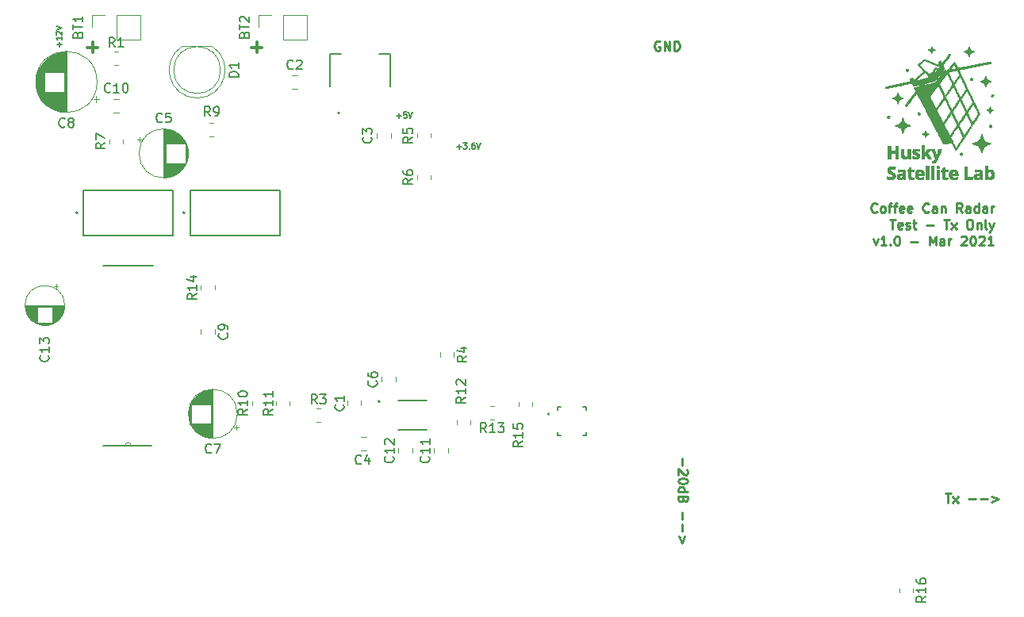
<source format=gbr>
%TF.GenerationSoftware,KiCad,Pcbnew,(5.1.8)-1*%
%TF.CreationDate,2021-03-17T23:27:18-07:00*%
%TF.ProjectId,coffee-vivaldi-tx,636f6666-6565-42d7-9669-76616c64692d,rev?*%
%TF.SameCoordinates,Original*%
%TF.FileFunction,Legend,Top*%
%TF.FilePolarity,Positive*%
%FSLAX46Y46*%
G04 Gerber Fmt 4.6, Leading zero omitted, Abs format (unit mm)*
G04 Created by KiCad (PCBNEW (5.1.8)-1) date 2021-03-17 23:27:18*
%MOMM*%
%LPD*%
G01*
G04 APERTURE LIST*
%ADD10C,0.250000*%
%ADD11C,0.150000*%
%ADD12C,0.300000*%
%ADD13C,0.010000*%
%ADD14C,0.120000*%
%ADD15C,0.152400*%
%ADD16C,0.100000*%
%ADD17C,0.200000*%
%ADD18C,0.127000*%
G04 APERTURE END LIST*
D10*
X175950571Y-111046190D02*
X175950571Y-111808095D01*
X176474380Y-112236666D02*
X176522000Y-112284285D01*
X176569619Y-112379523D01*
X176569619Y-112617619D01*
X176522000Y-112712857D01*
X176474380Y-112760476D01*
X176379142Y-112808095D01*
X176283904Y-112808095D01*
X176141047Y-112760476D01*
X175569619Y-112189047D01*
X175569619Y-112808095D01*
X176569619Y-113427142D02*
X176569619Y-113522380D01*
X176522000Y-113617619D01*
X176474380Y-113665238D01*
X176379142Y-113712857D01*
X176188666Y-113760476D01*
X175950571Y-113760476D01*
X175760095Y-113712857D01*
X175664857Y-113665238D01*
X175617238Y-113617619D01*
X175569619Y-113522380D01*
X175569619Y-113427142D01*
X175617238Y-113331904D01*
X175664857Y-113284285D01*
X175760095Y-113236666D01*
X175950571Y-113189047D01*
X176188666Y-113189047D01*
X176379142Y-113236666D01*
X176474380Y-113284285D01*
X176522000Y-113331904D01*
X176569619Y-113427142D01*
X175569619Y-114617619D02*
X176569619Y-114617619D01*
X175617238Y-114617619D02*
X175569619Y-114522380D01*
X175569619Y-114331904D01*
X175617238Y-114236666D01*
X175664857Y-114189047D01*
X175760095Y-114141428D01*
X176045809Y-114141428D01*
X176141047Y-114189047D01*
X176188666Y-114236666D01*
X176236285Y-114331904D01*
X176236285Y-114522380D01*
X176188666Y-114617619D01*
X176093428Y-115427142D02*
X176045809Y-115570000D01*
X175998190Y-115617619D01*
X175902952Y-115665238D01*
X175760095Y-115665238D01*
X175664857Y-115617619D01*
X175617238Y-115570000D01*
X175569619Y-115474761D01*
X175569619Y-115093809D01*
X176569619Y-115093809D01*
X176569619Y-115427142D01*
X176522000Y-115522380D01*
X176474380Y-115570000D01*
X176379142Y-115617619D01*
X176283904Y-115617619D01*
X176188666Y-115570000D01*
X176141047Y-115522380D01*
X176093428Y-115427142D01*
X176093428Y-115093809D01*
X175950571Y-116855714D02*
X175950571Y-117617619D01*
X175950571Y-118093809D02*
X175950571Y-118855714D01*
X176236285Y-119331904D02*
X175950571Y-120093809D01*
X175664857Y-119331904D01*
X204081428Y-114768380D02*
X204652857Y-114768380D01*
X204367142Y-115768380D02*
X204367142Y-114768380D01*
X204890952Y-115768380D02*
X205414761Y-115101714D01*
X204890952Y-115101714D02*
X205414761Y-115768380D01*
X206557619Y-115387428D02*
X207319523Y-115387428D01*
X207795714Y-115387428D02*
X208557619Y-115387428D01*
X209033809Y-115101714D02*
X209795714Y-115387428D01*
X209033809Y-115673142D01*
D11*
X109516857Y-67097142D02*
X109516857Y-66640000D01*
X109745428Y-66868571D02*
X109288285Y-66868571D01*
X109745428Y-66040000D02*
X109745428Y-66382857D01*
X109745428Y-66211428D02*
X109145428Y-66211428D01*
X109231142Y-66268571D01*
X109288285Y-66325714D01*
X109316857Y-66382857D01*
X109202571Y-65811428D02*
X109174000Y-65782857D01*
X109145428Y-65725714D01*
X109145428Y-65582857D01*
X109174000Y-65525714D01*
X109202571Y-65497142D01*
X109259714Y-65468571D01*
X109316857Y-65468571D01*
X109402571Y-65497142D01*
X109745428Y-65840000D01*
X109745428Y-65468571D01*
X109145428Y-65297142D02*
X109745428Y-65097142D01*
X109145428Y-64897142D01*
X151962000Y-77766857D02*
X152419142Y-77766857D01*
X152190571Y-77995428D02*
X152190571Y-77538285D01*
X152647714Y-77395428D02*
X153019142Y-77395428D01*
X152819142Y-77624000D01*
X152904857Y-77624000D01*
X152962000Y-77652571D01*
X152990571Y-77681142D01*
X153019142Y-77738285D01*
X153019142Y-77881142D01*
X152990571Y-77938285D01*
X152962000Y-77966857D01*
X152904857Y-77995428D01*
X152733428Y-77995428D01*
X152676285Y-77966857D01*
X152647714Y-77938285D01*
X153276285Y-77938285D02*
X153304857Y-77966857D01*
X153276285Y-77995428D01*
X153247714Y-77966857D01*
X153276285Y-77938285D01*
X153276285Y-77995428D01*
X153819142Y-77395428D02*
X153704857Y-77395428D01*
X153647714Y-77424000D01*
X153619142Y-77452571D01*
X153562000Y-77538285D01*
X153533428Y-77652571D01*
X153533428Y-77881142D01*
X153562000Y-77938285D01*
X153590571Y-77966857D01*
X153647714Y-77995428D01*
X153762000Y-77995428D01*
X153819142Y-77966857D01*
X153847714Y-77938285D01*
X153876285Y-77881142D01*
X153876285Y-77738285D01*
X153847714Y-77681142D01*
X153819142Y-77652571D01*
X153762000Y-77624000D01*
X153647714Y-77624000D01*
X153590571Y-77652571D01*
X153562000Y-77681142D01*
X153533428Y-77738285D01*
X154047714Y-77395428D02*
X154247714Y-77995428D01*
X154447714Y-77395428D01*
X145532571Y-74464857D02*
X145989714Y-74464857D01*
X145761142Y-74693428D02*
X145761142Y-74236285D01*
X146561142Y-74093428D02*
X146275428Y-74093428D01*
X146246857Y-74379142D01*
X146275428Y-74350571D01*
X146332571Y-74322000D01*
X146475428Y-74322000D01*
X146532571Y-74350571D01*
X146561142Y-74379142D01*
X146589714Y-74436285D01*
X146589714Y-74579142D01*
X146561142Y-74636285D01*
X146532571Y-74664857D01*
X146475428Y-74693428D01*
X146332571Y-74693428D01*
X146275428Y-74664857D01*
X146246857Y-74636285D01*
X146761142Y-74093428D02*
X146961142Y-74693428D01*
X147161142Y-74093428D01*
D12*
X112458571Y-67163142D02*
X113601428Y-67163142D01*
X113030000Y-67734571D02*
X113030000Y-66591714D01*
X129984571Y-67163142D02*
X131127428Y-67163142D01*
X130556000Y-67734571D02*
X130556000Y-66591714D01*
D10*
X173598095Y-66556000D02*
X173502857Y-66508380D01*
X173360000Y-66508380D01*
X173217142Y-66556000D01*
X173121904Y-66651238D01*
X173074285Y-66746476D01*
X173026666Y-66936952D01*
X173026666Y-67079809D01*
X173074285Y-67270285D01*
X173121904Y-67365523D01*
X173217142Y-67460761D01*
X173360000Y-67508380D01*
X173455238Y-67508380D01*
X173598095Y-67460761D01*
X173645714Y-67413142D01*
X173645714Y-67079809D01*
X173455238Y-67079809D01*
X174074285Y-67508380D02*
X174074285Y-66508380D01*
X174645714Y-67508380D01*
X174645714Y-66508380D01*
X175121904Y-67508380D02*
X175121904Y-66508380D01*
X175360000Y-66508380D01*
X175502857Y-66556000D01*
X175598095Y-66651238D01*
X175645714Y-66746476D01*
X175693333Y-66936952D01*
X175693333Y-67079809D01*
X175645714Y-67270285D01*
X175598095Y-67365523D01*
X175502857Y-67460761D01*
X175360000Y-67508380D01*
X175121904Y-67508380D01*
X196768452Y-84713142D02*
X196720833Y-84760761D01*
X196577976Y-84808380D01*
X196482738Y-84808380D01*
X196339880Y-84760761D01*
X196244642Y-84665523D01*
X196197023Y-84570285D01*
X196149404Y-84379809D01*
X196149404Y-84236952D01*
X196197023Y-84046476D01*
X196244642Y-83951238D01*
X196339880Y-83856000D01*
X196482738Y-83808380D01*
X196577976Y-83808380D01*
X196720833Y-83856000D01*
X196768452Y-83903619D01*
X197339880Y-84808380D02*
X197244642Y-84760761D01*
X197197023Y-84713142D01*
X197149404Y-84617904D01*
X197149404Y-84332190D01*
X197197023Y-84236952D01*
X197244642Y-84189333D01*
X197339880Y-84141714D01*
X197482738Y-84141714D01*
X197577976Y-84189333D01*
X197625595Y-84236952D01*
X197673214Y-84332190D01*
X197673214Y-84617904D01*
X197625595Y-84713142D01*
X197577976Y-84760761D01*
X197482738Y-84808380D01*
X197339880Y-84808380D01*
X197958928Y-84141714D02*
X198339880Y-84141714D01*
X198101785Y-84808380D02*
X198101785Y-83951238D01*
X198149404Y-83856000D01*
X198244642Y-83808380D01*
X198339880Y-83808380D01*
X198530357Y-84141714D02*
X198911309Y-84141714D01*
X198673214Y-84808380D02*
X198673214Y-83951238D01*
X198720833Y-83856000D01*
X198816071Y-83808380D01*
X198911309Y-83808380D01*
X199625595Y-84760761D02*
X199530357Y-84808380D01*
X199339880Y-84808380D01*
X199244642Y-84760761D01*
X199197023Y-84665523D01*
X199197023Y-84284571D01*
X199244642Y-84189333D01*
X199339880Y-84141714D01*
X199530357Y-84141714D01*
X199625595Y-84189333D01*
X199673214Y-84284571D01*
X199673214Y-84379809D01*
X199197023Y-84475047D01*
X200482738Y-84760761D02*
X200387500Y-84808380D01*
X200197023Y-84808380D01*
X200101785Y-84760761D01*
X200054166Y-84665523D01*
X200054166Y-84284571D01*
X200101785Y-84189333D01*
X200197023Y-84141714D01*
X200387500Y-84141714D01*
X200482738Y-84189333D01*
X200530357Y-84284571D01*
X200530357Y-84379809D01*
X200054166Y-84475047D01*
X202292261Y-84713142D02*
X202244642Y-84760761D01*
X202101785Y-84808380D01*
X202006547Y-84808380D01*
X201863690Y-84760761D01*
X201768452Y-84665523D01*
X201720833Y-84570285D01*
X201673214Y-84379809D01*
X201673214Y-84236952D01*
X201720833Y-84046476D01*
X201768452Y-83951238D01*
X201863690Y-83856000D01*
X202006547Y-83808380D01*
X202101785Y-83808380D01*
X202244642Y-83856000D01*
X202292261Y-83903619D01*
X203149404Y-84808380D02*
X203149404Y-84284571D01*
X203101785Y-84189333D01*
X203006547Y-84141714D01*
X202816071Y-84141714D01*
X202720833Y-84189333D01*
X203149404Y-84760761D02*
X203054166Y-84808380D01*
X202816071Y-84808380D01*
X202720833Y-84760761D01*
X202673214Y-84665523D01*
X202673214Y-84570285D01*
X202720833Y-84475047D01*
X202816071Y-84427428D01*
X203054166Y-84427428D01*
X203149404Y-84379809D01*
X203625595Y-84141714D02*
X203625595Y-84808380D01*
X203625595Y-84236952D02*
X203673214Y-84189333D01*
X203768452Y-84141714D01*
X203911309Y-84141714D01*
X204006547Y-84189333D01*
X204054166Y-84284571D01*
X204054166Y-84808380D01*
X205863690Y-84808380D02*
X205530357Y-84332190D01*
X205292261Y-84808380D02*
X205292261Y-83808380D01*
X205673214Y-83808380D01*
X205768452Y-83856000D01*
X205816071Y-83903619D01*
X205863690Y-83998857D01*
X205863690Y-84141714D01*
X205816071Y-84236952D01*
X205768452Y-84284571D01*
X205673214Y-84332190D01*
X205292261Y-84332190D01*
X206720833Y-84808380D02*
X206720833Y-84284571D01*
X206673214Y-84189333D01*
X206577976Y-84141714D01*
X206387500Y-84141714D01*
X206292261Y-84189333D01*
X206720833Y-84760761D02*
X206625595Y-84808380D01*
X206387500Y-84808380D01*
X206292261Y-84760761D01*
X206244642Y-84665523D01*
X206244642Y-84570285D01*
X206292261Y-84475047D01*
X206387500Y-84427428D01*
X206625595Y-84427428D01*
X206720833Y-84379809D01*
X207625595Y-84808380D02*
X207625595Y-83808380D01*
X207625595Y-84760761D02*
X207530357Y-84808380D01*
X207339880Y-84808380D01*
X207244642Y-84760761D01*
X207197023Y-84713142D01*
X207149404Y-84617904D01*
X207149404Y-84332190D01*
X207197023Y-84236952D01*
X207244642Y-84189333D01*
X207339880Y-84141714D01*
X207530357Y-84141714D01*
X207625595Y-84189333D01*
X208530357Y-84808380D02*
X208530357Y-84284571D01*
X208482738Y-84189333D01*
X208387500Y-84141714D01*
X208197023Y-84141714D01*
X208101785Y-84189333D01*
X208530357Y-84760761D02*
X208435119Y-84808380D01*
X208197023Y-84808380D01*
X208101785Y-84760761D01*
X208054166Y-84665523D01*
X208054166Y-84570285D01*
X208101785Y-84475047D01*
X208197023Y-84427428D01*
X208435119Y-84427428D01*
X208530357Y-84379809D01*
X209006547Y-84808380D02*
X209006547Y-84141714D01*
X209006547Y-84332190D02*
X209054166Y-84236952D01*
X209101785Y-84189333D01*
X209197023Y-84141714D01*
X209292261Y-84141714D01*
X198149404Y-85558380D02*
X198720833Y-85558380D01*
X198435119Y-86558380D02*
X198435119Y-85558380D01*
X199435119Y-86510761D02*
X199339880Y-86558380D01*
X199149404Y-86558380D01*
X199054166Y-86510761D01*
X199006547Y-86415523D01*
X199006547Y-86034571D01*
X199054166Y-85939333D01*
X199149404Y-85891714D01*
X199339880Y-85891714D01*
X199435119Y-85939333D01*
X199482738Y-86034571D01*
X199482738Y-86129809D01*
X199006547Y-86225047D01*
X199863690Y-86510761D02*
X199958928Y-86558380D01*
X200149404Y-86558380D01*
X200244642Y-86510761D01*
X200292261Y-86415523D01*
X200292261Y-86367904D01*
X200244642Y-86272666D01*
X200149404Y-86225047D01*
X200006547Y-86225047D01*
X199911309Y-86177428D01*
X199863690Y-86082190D01*
X199863690Y-86034571D01*
X199911309Y-85939333D01*
X200006547Y-85891714D01*
X200149404Y-85891714D01*
X200244642Y-85939333D01*
X200577976Y-85891714D02*
X200958928Y-85891714D01*
X200720833Y-85558380D02*
X200720833Y-86415523D01*
X200768452Y-86510761D01*
X200863690Y-86558380D01*
X200958928Y-86558380D01*
X202054166Y-86177428D02*
X202816071Y-86177428D01*
X203911309Y-85558380D02*
X204482738Y-85558380D01*
X204197023Y-86558380D02*
X204197023Y-85558380D01*
X204720833Y-86558380D02*
X205244642Y-85891714D01*
X204720833Y-85891714D02*
X205244642Y-86558380D01*
X206577976Y-85558380D02*
X206768452Y-85558380D01*
X206863690Y-85606000D01*
X206958928Y-85701238D01*
X207006547Y-85891714D01*
X207006547Y-86225047D01*
X206958928Y-86415523D01*
X206863690Y-86510761D01*
X206768452Y-86558380D01*
X206577976Y-86558380D01*
X206482738Y-86510761D01*
X206387500Y-86415523D01*
X206339880Y-86225047D01*
X206339880Y-85891714D01*
X206387500Y-85701238D01*
X206482738Y-85606000D01*
X206577976Y-85558380D01*
X207435119Y-85891714D02*
X207435119Y-86558380D01*
X207435119Y-85986952D02*
X207482738Y-85939333D01*
X207577976Y-85891714D01*
X207720833Y-85891714D01*
X207816071Y-85939333D01*
X207863690Y-86034571D01*
X207863690Y-86558380D01*
X208482738Y-86558380D02*
X208387500Y-86510761D01*
X208339880Y-86415523D01*
X208339880Y-85558380D01*
X208768452Y-85891714D02*
X209006547Y-86558380D01*
X209244642Y-85891714D02*
X209006547Y-86558380D01*
X208911309Y-86796476D01*
X208863690Y-86844095D01*
X208768452Y-86891714D01*
X196387500Y-87641714D02*
X196625595Y-88308380D01*
X196863690Y-87641714D01*
X197768452Y-88308380D02*
X197197023Y-88308380D01*
X197482738Y-88308380D02*
X197482738Y-87308380D01*
X197387500Y-87451238D01*
X197292261Y-87546476D01*
X197197023Y-87594095D01*
X198197023Y-88213142D02*
X198244642Y-88260761D01*
X198197023Y-88308380D01*
X198149404Y-88260761D01*
X198197023Y-88213142D01*
X198197023Y-88308380D01*
X198863690Y-87308380D02*
X198958928Y-87308380D01*
X199054166Y-87356000D01*
X199101785Y-87403619D01*
X199149404Y-87498857D01*
X199197023Y-87689333D01*
X199197023Y-87927428D01*
X199149404Y-88117904D01*
X199101785Y-88213142D01*
X199054166Y-88260761D01*
X198958928Y-88308380D01*
X198863690Y-88308380D01*
X198768452Y-88260761D01*
X198720833Y-88213142D01*
X198673214Y-88117904D01*
X198625595Y-87927428D01*
X198625595Y-87689333D01*
X198673214Y-87498857D01*
X198720833Y-87403619D01*
X198768452Y-87356000D01*
X198863690Y-87308380D01*
X200387500Y-87927428D02*
X201149404Y-87927428D01*
X202387500Y-88308380D02*
X202387500Y-87308380D01*
X202720833Y-88022666D01*
X203054166Y-87308380D01*
X203054166Y-88308380D01*
X203958928Y-88308380D02*
X203958928Y-87784571D01*
X203911309Y-87689333D01*
X203816071Y-87641714D01*
X203625595Y-87641714D01*
X203530357Y-87689333D01*
X203958928Y-88260761D02*
X203863690Y-88308380D01*
X203625595Y-88308380D01*
X203530357Y-88260761D01*
X203482738Y-88165523D01*
X203482738Y-88070285D01*
X203530357Y-87975047D01*
X203625595Y-87927428D01*
X203863690Y-87927428D01*
X203958928Y-87879809D01*
X204435119Y-88308380D02*
X204435119Y-87641714D01*
X204435119Y-87832190D02*
X204482738Y-87736952D01*
X204530357Y-87689333D01*
X204625595Y-87641714D01*
X204720833Y-87641714D01*
X205768452Y-87403619D02*
X205816071Y-87356000D01*
X205911309Y-87308380D01*
X206149404Y-87308380D01*
X206244642Y-87356000D01*
X206292261Y-87403619D01*
X206339880Y-87498857D01*
X206339880Y-87594095D01*
X206292261Y-87736952D01*
X205720833Y-88308380D01*
X206339880Y-88308380D01*
X206958928Y-87308380D02*
X207054166Y-87308380D01*
X207149404Y-87356000D01*
X207197023Y-87403619D01*
X207244642Y-87498857D01*
X207292261Y-87689333D01*
X207292261Y-87927428D01*
X207244642Y-88117904D01*
X207197023Y-88213142D01*
X207149404Y-88260761D01*
X207054166Y-88308380D01*
X206958928Y-88308380D01*
X206863690Y-88260761D01*
X206816071Y-88213142D01*
X206768452Y-88117904D01*
X206720833Y-87927428D01*
X206720833Y-87689333D01*
X206768452Y-87498857D01*
X206816071Y-87403619D01*
X206863690Y-87356000D01*
X206958928Y-87308380D01*
X207673214Y-87403619D02*
X207720833Y-87356000D01*
X207816071Y-87308380D01*
X208054166Y-87308380D01*
X208149404Y-87356000D01*
X208197023Y-87403619D01*
X208244642Y-87498857D01*
X208244642Y-87594095D01*
X208197023Y-87736952D01*
X207625595Y-88308380D01*
X208244642Y-88308380D01*
X209197023Y-88308380D02*
X208625595Y-88308380D01*
X208911309Y-88308380D02*
X208911309Y-87308380D01*
X208816071Y-87451238D01*
X208720833Y-87546476D01*
X208625595Y-87594095D01*
D13*
%TO.C,G\u002A\u002A\u002A*%
G36*
X202605340Y-67082308D02*
G01*
X202619578Y-67111318D01*
X202620131Y-67113150D01*
X202644967Y-67183831D01*
X202675298Y-67240215D01*
X202715305Y-67286475D01*
X202769169Y-67326784D01*
X202841071Y-67365318D01*
X202898375Y-67390928D01*
X202928231Y-67406390D01*
X202944805Y-67420336D01*
X202946000Y-67423605D01*
X202934875Y-67433892D01*
X202906844Y-67445254D01*
X202892025Y-67449409D01*
X202801071Y-67483740D01*
X202726724Y-67537131D01*
X202669792Y-67608844D01*
X202635887Y-67683090D01*
X202616501Y-67732320D01*
X202598308Y-67764129D01*
X202583110Y-67776177D01*
X202572709Y-67766123D01*
X202572489Y-67765455D01*
X202566831Y-67741931D01*
X202560120Y-67706726D01*
X202559121Y-67700833D01*
X202541316Y-67651701D01*
X202506559Y-67597691D01*
X202460580Y-67544835D01*
X202409112Y-67499168D01*
X202357883Y-67466724D01*
X202325876Y-67455244D01*
X202288278Y-67447417D01*
X202263375Y-67442311D01*
X202239157Y-67432270D01*
X202239253Y-67417763D01*
X202263218Y-67399992D01*
X202282425Y-67390928D01*
X202373711Y-67347572D01*
X202443239Y-67303270D01*
X202494546Y-67254770D01*
X202531170Y-67198823D01*
X202553852Y-67141524D01*
X202571378Y-67097882D01*
X202588907Y-67077987D01*
X202605340Y-67082308D01*
G37*
X202605340Y-67082308D02*
X202619578Y-67111318D01*
X202620131Y-67113150D01*
X202644967Y-67183831D01*
X202675298Y-67240215D01*
X202715305Y-67286475D01*
X202769169Y-67326784D01*
X202841071Y-67365318D01*
X202898375Y-67390928D01*
X202928231Y-67406390D01*
X202944805Y-67420336D01*
X202946000Y-67423605D01*
X202934875Y-67433892D01*
X202906844Y-67445254D01*
X202892025Y-67449409D01*
X202801071Y-67483740D01*
X202726724Y-67537131D01*
X202669792Y-67608844D01*
X202635887Y-67683090D01*
X202616501Y-67732320D01*
X202598308Y-67764129D01*
X202583110Y-67776177D01*
X202572709Y-67766123D01*
X202572489Y-67765455D01*
X202566831Y-67741931D01*
X202560120Y-67706726D01*
X202559121Y-67700833D01*
X202541316Y-67651701D01*
X202506559Y-67597691D01*
X202460580Y-67544835D01*
X202409112Y-67499168D01*
X202357883Y-67466724D01*
X202325876Y-67455244D01*
X202288278Y-67447417D01*
X202263375Y-67442311D01*
X202239157Y-67432270D01*
X202239253Y-67417763D01*
X202263218Y-67399992D01*
X202282425Y-67390928D01*
X202373711Y-67347572D01*
X202443239Y-67303270D01*
X202494546Y-67254770D01*
X202531170Y-67198823D01*
X202553852Y-67141524D01*
X202571378Y-67097882D01*
X202588907Y-67077987D01*
X202605340Y-67082308D01*
G36*
X206597006Y-67088263D02*
G01*
X206610158Y-67113461D01*
X206610835Y-67116325D01*
X206640292Y-67215529D01*
X206682007Y-67307824D01*
X206732892Y-67387906D01*
X206789857Y-67450467D01*
X206818240Y-67472571D01*
X206858267Y-67495618D01*
X206912370Y-67521580D01*
X206970411Y-67545681D01*
X206984600Y-67550946D01*
X207047702Y-67574189D01*
X207089559Y-67591336D01*
X207113029Y-67604302D01*
X207120970Y-67615005D01*
X207116239Y-67625360D01*
X207107253Y-67633172D01*
X207079826Y-67646731D01*
X207041079Y-67657970D01*
X207031053Y-67659879D01*
X206947342Y-67684788D01*
X206862801Y-67729289D01*
X206783982Y-67788668D01*
X206717439Y-67858213D01*
X206680952Y-67911679D01*
X206659883Y-67951710D01*
X206643447Y-67991584D01*
X206628850Y-68039346D01*
X206613300Y-68103042D01*
X206610981Y-68113275D01*
X206598336Y-68138306D01*
X206579867Y-68148327D01*
X206563444Y-68140427D01*
X206559444Y-68132325D01*
X206553502Y-68112905D01*
X206542765Y-68076585D01*
X206529452Y-68030875D01*
X206528143Y-68026350D01*
X206484958Y-67920004D01*
X206421844Y-67828903D01*
X206339942Y-67754108D01*
X206240392Y-67696681D01*
X206134382Y-67660145D01*
X206092021Y-67648869D01*
X206060564Y-67639434D01*
X206047088Y-67634021D01*
X206045025Y-67617407D01*
X206067889Y-67596771D01*
X206115544Y-67572211D01*
X206163587Y-67552731D01*
X206221517Y-67528248D01*
X206278529Y-67499780D01*
X206324332Y-67472568D01*
X206333085Y-67466383D01*
X206394338Y-67413442D01*
X206449147Y-67352331D01*
X206493980Y-67288250D01*
X206525306Y-67226400D01*
X206539594Y-67171979D01*
X206540100Y-67161564D01*
X206545919Y-67122914D01*
X206560360Y-67095884D01*
X206578898Y-67083369D01*
X206597006Y-67088263D01*
G37*
X206597006Y-67088263D02*
X206610158Y-67113461D01*
X206610835Y-67116325D01*
X206640292Y-67215529D01*
X206682007Y-67307824D01*
X206732892Y-67387906D01*
X206789857Y-67450467D01*
X206818240Y-67472571D01*
X206858267Y-67495618D01*
X206912370Y-67521580D01*
X206970411Y-67545681D01*
X206984600Y-67550946D01*
X207047702Y-67574189D01*
X207089559Y-67591336D01*
X207113029Y-67604302D01*
X207120970Y-67615005D01*
X207116239Y-67625360D01*
X207107253Y-67633172D01*
X207079826Y-67646731D01*
X207041079Y-67657970D01*
X207031053Y-67659879D01*
X206947342Y-67684788D01*
X206862801Y-67729289D01*
X206783982Y-67788668D01*
X206717439Y-67858213D01*
X206680952Y-67911679D01*
X206659883Y-67951710D01*
X206643447Y-67991584D01*
X206628850Y-68039346D01*
X206613300Y-68103042D01*
X206610981Y-68113275D01*
X206598336Y-68138306D01*
X206579867Y-68148327D01*
X206563444Y-68140427D01*
X206559444Y-68132325D01*
X206553502Y-68112905D01*
X206542765Y-68076585D01*
X206529452Y-68030875D01*
X206528143Y-68026350D01*
X206484958Y-67920004D01*
X206421844Y-67828903D01*
X206339942Y-67754108D01*
X206240392Y-67696681D01*
X206134382Y-67660145D01*
X206092021Y-67648869D01*
X206060564Y-67639434D01*
X206047088Y-67634021D01*
X206045025Y-67617407D01*
X206067889Y-67596771D01*
X206115544Y-67572211D01*
X206163587Y-67552731D01*
X206221517Y-67528248D01*
X206278529Y-67499780D01*
X206324332Y-67472568D01*
X206333085Y-67466383D01*
X206394338Y-67413442D01*
X206449147Y-67352331D01*
X206493980Y-67288250D01*
X206525306Y-67226400D01*
X206539594Y-67171979D01*
X206540100Y-67161564D01*
X206545919Y-67122914D01*
X206560360Y-67095884D01*
X206578898Y-67083369D01*
X206597006Y-67088263D01*
G36*
X200037212Y-69462502D02*
G01*
X200072625Y-69485284D01*
X200094723Y-69521054D01*
X200102714Y-69568560D01*
X200096598Y-69618417D01*
X200076377Y-69661240D01*
X200072605Y-69665927D01*
X200035415Y-69692199D01*
X199985998Y-69705733D01*
X199935229Y-69704337D01*
X199913955Y-69697883D01*
X199883668Y-69674516D01*
X199856237Y-69636498D01*
X199838197Y-69594313D01*
X199834594Y-69570600D01*
X199844576Y-69525628D01*
X199870273Y-69484649D01*
X199905313Y-69456397D01*
X199922476Y-69450152D01*
X199981160Y-69447454D01*
X200037212Y-69462502D01*
G37*
X200037212Y-69462502D02*
X200072625Y-69485284D01*
X200094723Y-69521054D01*
X200102714Y-69568560D01*
X200096598Y-69618417D01*
X200076377Y-69661240D01*
X200072605Y-69665927D01*
X200035415Y-69692199D01*
X199985998Y-69705733D01*
X199935229Y-69704337D01*
X199913955Y-69697883D01*
X199883668Y-69674516D01*
X199856237Y-69636498D01*
X199838197Y-69594313D01*
X199834594Y-69570600D01*
X199844576Y-69525628D01*
X199870273Y-69484649D01*
X199905313Y-69456397D01*
X199922476Y-69450152D01*
X199981160Y-69447454D01*
X200037212Y-69462502D01*
G36*
X206889622Y-70444847D02*
G01*
X206935512Y-70473708D01*
X206963573Y-70518655D01*
X206971496Y-70569890D01*
X206960172Y-70616076D01*
X206926144Y-70657324D01*
X206899073Y-70677572D01*
X206850106Y-70698845D01*
X206803731Y-70695346D01*
X206757991Y-70666818D01*
X206748380Y-70657720D01*
X206720601Y-70625659D01*
X206708045Y-70595237D01*
X206705200Y-70555542D01*
X206713724Y-70498502D01*
X206739704Y-70459818D01*
X206783748Y-70438889D01*
X206828447Y-70434482D01*
X206889622Y-70444847D01*
G37*
X206889622Y-70444847D02*
X206935512Y-70473708D01*
X206963573Y-70518655D01*
X206971496Y-70569890D01*
X206960172Y-70616076D01*
X206926144Y-70657324D01*
X206899073Y-70677572D01*
X206850106Y-70698845D01*
X206803731Y-70695346D01*
X206757991Y-70666818D01*
X206748380Y-70657720D01*
X206720601Y-70625659D01*
X206708045Y-70595237D01*
X206705200Y-70555542D01*
X206713724Y-70498502D01*
X206739704Y-70459818D01*
X206783748Y-70438889D01*
X206828447Y-70434482D01*
X206889622Y-70444847D01*
G36*
X208369941Y-70235432D02*
G01*
X208383637Y-70267829D01*
X208398634Y-70312844D01*
X208404088Y-70331703D01*
X208446493Y-70447566D01*
X208504751Y-70544295D01*
X208580285Y-70623337D01*
X208674515Y-70686140D01*
X208788866Y-70734148D01*
X208804826Y-70739236D01*
X208850303Y-70755059D01*
X208888826Y-70771571D01*
X208908830Y-70783035D01*
X208926322Y-70798467D01*
X208923675Y-70809731D01*
X208908893Y-70821918D01*
X208880176Y-70837784D01*
X208841182Y-70852316D01*
X208832693Y-70854704D01*
X208755786Y-70881163D01*
X208676562Y-70919089D01*
X208605108Y-70963178D01*
X208563632Y-70996220D01*
X208509951Y-71051614D01*
X208468954Y-71109655D01*
X208436245Y-71177893D01*
X208407430Y-71263876D01*
X208407053Y-71265174D01*
X208391195Y-71315248D01*
X208376045Y-71355153D01*
X208363900Y-71379165D01*
X208359572Y-71383459D01*
X208344457Y-71376820D01*
X208327819Y-71354088D01*
X208327049Y-71352584D01*
X208313064Y-71318191D01*
X208298841Y-71273392D01*
X208293980Y-71254968D01*
X208257869Y-71154277D01*
X208202082Y-71059407D01*
X208173138Y-71022685D01*
X208130244Y-70984254D01*
X208066376Y-70942535D01*
X207985373Y-70899666D01*
X207891075Y-70857787D01*
X207844525Y-70839534D01*
X207806858Y-70823266D01*
X207781871Y-70808431D01*
X207775188Y-70799283D01*
X207788035Y-70789449D01*
X207819303Y-70773011D01*
X207863748Y-70752583D01*
X207897862Y-70738140D01*
X207955394Y-70713197D01*
X208010237Y-70687086D01*
X208053936Y-70663925D01*
X208068656Y-70654942D01*
X208148203Y-70590102D01*
X208215980Y-70510836D01*
X208267330Y-70423496D01*
X208294955Y-70346159D01*
X208311551Y-70290218D01*
X208329840Y-70248516D01*
X208347770Y-70224976D01*
X208359959Y-70221669D01*
X208369941Y-70235432D01*
G37*
X208369941Y-70235432D02*
X208383637Y-70267829D01*
X208398634Y-70312844D01*
X208404088Y-70331703D01*
X208446493Y-70447566D01*
X208504751Y-70544295D01*
X208580285Y-70623337D01*
X208674515Y-70686140D01*
X208788866Y-70734148D01*
X208804826Y-70739236D01*
X208850303Y-70755059D01*
X208888826Y-70771571D01*
X208908830Y-70783035D01*
X208926322Y-70798467D01*
X208923675Y-70809731D01*
X208908893Y-70821918D01*
X208880176Y-70837784D01*
X208841182Y-70852316D01*
X208832693Y-70854704D01*
X208755786Y-70881163D01*
X208676562Y-70919089D01*
X208605108Y-70963178D01*
X208563632Y-70996220D01*
X208509951Y-71051614D01*
X208468954Y-71109655D01*
X208436245Y-71177893D01*
X208407430Y-71263876D01*
X208407053Y-71265174D01*
X208391195Y-71315248D01*
X208376045Y-71355153D01*
X208363900Y-71379165D01*
X208359572Y-71383459D01*
X208344457Y-71376820D01*
X208327819Y-71354088D01*
X208327049Y-71352584D01*
X208313064Y-71318191D01*
X208298841Y-71273392D01*
X208293980Y-71254968D01*
X208257869Y-71154277D01*
X208202082Y-71059407D01*
X208173138Y-71022685D01*
X208130244Y-70984254D01*
X208066376Y-70942535D01*
X207985373Y-70899666D01*
X207891075Y-70857787D01*
X207844525Y-70839534D01*
X207806858Y-70823266D01*
X207781871Y-70808431D01*
X207775188Y-70799283D01*
X207788035Y-70789449D01*
X207819303Y-70773011D01*
X207863748Y-70752583D01*
X207897862Y-70738140D01*
X207955394Y-70713197D01*
X208010237Y-70687086D01*
X208053936Y-70663925D01*
X208068656Y-70654942D01*
X208148203Y-70590102D01*
X208215980Y-70510836D01*
X208267330Y-70423496D01*
X208294955Y-70346159D01*
X208311551Y-70290218D01*
X208329840Y-70248516D01*
X208347770Y-70224976D01*
X208359959Y-70221669D01*
X208369941Y-70235432D01*
G36*
X209141897Y-72190355D02*
G01*
X209149445Y-72193762D01*
X209191624Y-72225454D01*
X209214451Y-72267619D01*
X209218507Y-72314985D01*
X209204371Y-72362279D01*
X209172623Y-72404229D01*
X209123842Y-72435560D01*
X209122825Y-72435988D01*
X209089929Y-72448523D01*
X209068335Y-72451488D01*
X209046360Y-72446122D01*
X209042000Y-72444562D01*
X209020360Y-72431609D01*
X208992200Y-72408907D01*
X208988025Y-72405089D01*
X208961723Y-72371394D01*
X208953206Y-72330413D01*
X208953100Y-72323493D01*
X208962900Y-72260452D01*
X208990053Y-72213389D01*
X209031185Y-72184533D01*
X209082924Y-72176112D01*
X209141897Y-72190355D01*
G37*
X209141897Y-72190355D02*
X209149445Y-72193762D01*
X209191624Y-72225454D01*
X209214451Y-72267619D01*
X209218507Y-72314985D01*
X209204371Y-72362279D01*
X209172623Y-72404229D01*
X209123842Y-72435560D01*
X209122825Y-72435988D01*
X209089929Y-72448523D01*
X209068335Y-72451488D01*
X209046360Y-72446122D01*
X209042000Y-72444562D01*
X209020360Y-72431609D01*
X208992200Y-72408907D01*
X208988025Y-72405089D01*
X208961723Y-72371394D01*
X208953206Y-72330413D01*
X208953100Y-72323493D01*
X208962900Y-72260452D01*
X208990053Y-72213389D01*
X209031185Y-72184533D01*
X209082924Y-72176112D01*
X209141897Y-72190355D01*
G36*
X198992870Y-72007553D02*
G01*
X199004823Y-72025518D01*
X199016604Y-72061430D01*
X199022847Y-72085980D01*
X199058961Y-72200744D01*
X199108293Y-72296581D01*
X199173304Y-72376141D01*
X199256452Y-72442073D01*
X199360199Y-72497027D01*
X199430110Y-72524676D01*
X199476768Y-72542258D01*
X199514986Y-72558272D01*
X199537583Y-72569675D01*
X199539381Y-72570958D01*
X199548197Y-72588602D01*
X199532796Y-72606553D01*
X199494331Y-72623823D01*
X199469133Y-72631286D01*
X199358479Y-72671350D01*
X199257288Y-72729218D01*
X199169506Y-72801693D01*
X199099075Y-72885579D01*
X199053925Y-72967850D01*
X199040240Y-73010180D01*
X199028567Y-73062953D01*
X199023960Y-73093813D01*
X199015504Y-73143546D01*
X199003702Y-73169125D01*
X198987531Y-73171690D01*
X198968587Y-73155484D01*
X198954049Y-73129950D01*
X198939559Y-73091073D01*
X198934015Y-73071068D01*
X198901915Y-72978596D01*
X198851119Y-72882462D01*
X198803107Y-72812624D01*
X198769420Y-72773503D01*
X198731660Y-72741932D01*
X198681805Y-72711775D01*
X198649513Y-72695149D01*
X198602628Y-72672468D01*
X198564050Y-72654945D01*
X198539600Y-72645176D01*
X198534703Y-72644000D01*
X198512564Y-72638252D01*
X198481841Y-72624027D01*
X198450311Y-72605851D01*
X198425749Y-72588249D01*
X198415932Y-72575749D01*
X198416064Y-72574942D01*
X198429615Y-72563093D01*
X198459454Y-72547388D01*
X198483003Y-72537512D01*
X198583226Y-72496300D01*
X198662649Y-72456911D01*
X198725510Y-72416883D01*
X198776046Y-72373749D01*
X198790576Y-72358592D01*
X198853642Y-72278095D01*
X198899424Y-72191057D01*
X198932425Y-72088857D01*
X198933330Y-72085200D01*
X198946061Y-72039359D01*
X198957743Y-72013766D01*
X198971026Y-72003539D01*
X198978122Y-72002650D01*
X198992870Y-72007553D01*
G37*
X198992870Y-72007553D02*
X199004823Y-72025518D01*
X199016604Y-72061430D01*
X199022847Y-72085980D01*
X199058961Y-72200744D01*
X199108293Y-72296581D01*
X199173304Y-72376141D01*
X199256452Y-72442073D01*
X199360199Y-72497027D01*
X199430110Y-72524676D01*
X199476768Y-72542258D01*
X199514986Y-72558272D01*
X199537583Y-72569675D01*
X199539381Y-72570958D01*
X199548197Y-72588602D01*
X199532796Y-72606553D01*
X199494331Y-72623823D01*
X199469133Y-72631286D01*
X199358479Y-72671350D01*
X199257288Y-72729218D01*
X199169506Y-72801693D01*
X199099075Y-72885579D01*
X199053925Y-72967850D01*
X199040240Y-73010180D01*
X199028567Y-73062953D01*
X199023960Y-73093813D01*
X199015504Y-73143546D01*
X199003702Y-73169125D01*
X198987531Y-73171690D01*
X198968587Y-73155484D01*
X198954049Y-73129950D01*
X198939559Y-73091073D01*
X198934015Y-73071068D01*
X198901915Y-72978596D01*
X198851119Y-72882462D01*
X198803107Y-72812624D01*
X198769420Y-72773503D01*
X198731660Y-72741932D01*
X198681805Y-72711775D01*
X198649513Y-72695149D01*
X198602628Y-72672468D01*
X198564050Y-72654945D01*
X198539600Y-72645176D01*
X198534703Y-72644000D01*
X198512564Y-72638252D01*
X198481841Y-72624027D01*
X198450311Y-72605851D01*
X198425749Y-72588249D01*
X198415932Y-72575749D01*
X198416064Y-72574942D01*
X198429615Y-72563093D01*
X198459454Y-72547388D01*
X198483003Y-72537512D01*
X198583226Y-72496300D01*
X198662649Y-72456911D01*
X198725510Y-72416883D01*
X198776046Y-72373749D01*
X198790576Y-72358592D01*
X198853642Y-72278095D01*
X198899424Y-72191057D01*
X198932425Y-72088857D01*
X198933330Y-72085200D01*
X198946061Y-72039359D01*
X198957743Y-72013766D01*
X198971026Y-72003539D01*
X198978122Y-72002650D01*
X198992870Y-72007553D01*
G36*
X208853611Y-73570635D02*
G01*
X208890415Y-73657204D01*
X208937318Y-73724362D01*
X208998730Y-73776511D01*
X209079060Y-73818054D01*
X209115223Y-73831890D01*
X209150932Y-73846981D01*
X209173457Y-73861182D01*
X209177884Y-73868955D01*
X209164280Y-73880621D01*
X209134663Y-73894915D01*
X209117361Y-73901344D01*
X209024556Y-73944004D01*
X208950054Y-74003587D01*
X208892029Y-74081829D01*
X208861763Y-74144809D01*
X208845503Y-74183406D01*
X208832069Y-74212151D01*
X208826147Y-74222333D01*
X208818837Y-74216422D01*
X208807857Y-74191349D01*
X208796066Y-74154177D01*
X208780796Y-74108417D01*
X208760641Y-74070970D01*
X208729949Y-74032844D01*
X208700695Y-74002463D01*
X208651431Y-73957339D01*
X208609630Y-73929311D01*
X208570985Y-73914610D01*
X208510850Y-73897531D01*
X208475487Y-73882416D01*
X208464441Y-73868284D01*
X208477253Y-73854153D01*
X208513469Y-73839044D01*
X208532974Y-73832931D01*
X208612605Y-73800742D01*
X208679399Y-73753839D01*
X208736463Y-73689128D01*
X208786905Y-73603516D01*
X208807045Y-73560167D01*
X208831227Y-73504784D01*
X208853611Y-73570635D01*
G37*
X208853611Y-73570635D02*
X208890415Y-73657204D01*
X208937318Y-73724362D01*
X208998730Y-73776511D01*
X209079060Y-73818054D01*
X209115223Y-73831890D01*
X209150932Y-73846981D01*
X209173457Y-73861182D01*
X209177884Y-73868955D01*
X209164280Y-73880621D01*
X209134663Y-73894915D01*
X209117361Y-73901344D01*
X209024556Y-73944004D01*
X208950054Y-74003587D01*
X208892029Y-74081829D01*
X208861763Y-74144809D01*
X208845503Y-74183406D01*
X208832069Y-74212151D01*
X208826147Y-74222333D01*
X208818837Y-74216422D01*
X208807857Y-74191349D01*
X208796066Y-74154177D01*
X208780796Y-74108417D01*
X208760641Y-74070970D01*
X208729949Y-74032844D01*
X208700695Y-74002463D01*
X208651431Y-73957339D01*
X208609630Y-73929311D01*
X208570985Y-73914610D01*
X208510850Y-73897531D01*
X208475487Y-73882416D01*
X208464441Y-73868284D01*
X208477253Y-73854153D01*
X208513469Y-73839044D01*
X208532974Y-73832931D01*
X208612605Y-73800742D01*
X208679399Y-73753839D01*
X208736463Y-73689128D01*
X208786905Y-73603516D01*
X208807045Y-73560167D01*
X208831227Y-73504784D01*
X208853611Y-73570635D01*
G36*
X201286453Y-74115996D02*
G01*
X201321786Y-74149231D01*
X201347236Y-74194505D01*
X201358342Y-74247443D01*
X201358500Y-74254555D01*
X201347544Y-74303132D01*
X201318529Y-74340468D01*
X201277232Y-74364096D01*
X201229430Y-74371547D01*
X201180902Y-74360353D01*
X201152491Y-74342561D01*
X201114349Y-74302419D01*
X201092761Y-74260943D01*
X201090280Y-74223770D01*
X201094058Y-74213469D01*
X201120105Y-74174886D01*
X201155299Y-74137384D01*
X201190896Y-74109740D01*
X201203989Y-74103131D01*
X201245700Y-74099171D01*
X201286453Y-74115996D01*
G37*
X201286453Y-74115996D02*
X201321786Y-74149231D01*
X201347236Y-74194505D01*
X201358342Y-74247443D01*
X201358500Y-74254555D01*
X201347544Y-74303132D01*
X201318529Y-74340468D01*
X201277232Y-74364096D01*
X201229430Y-74371547D01*
X201180902Y-74360353D01*
X201152491Y-74342561D01*
X201114349Y-74302419D01*
X201092761Y-74260943D01*
X201090280Y-74223770D01*
X201094058Y-74213469D01*
X201120105Y-74174886D01*
X201155299Y-74137384D01*
X201190896Y-74109740D01*
X201203989Y-74103131D01*
X201245700Y-74099171D01*
X201286453Y-74115996D01*
G36*
X197995139Y-74456406D02*
G01*
X198022534Y-74466342D01*
X198074601Y-74498660D01*
X198107292Y-74541357D01*
X198119257Y-74589896D01*
X198109145Y-74639736D01*
X198085075Y-74676583D01*
X198042163Y-74707842D01*
X197989030Y-74723068D01*
X197935936Y-74719863D01*
X197921333Y-74714856D01*
X197881125Y-74685904D01*
X197858798Y-74644823D01*
X197853893Y-74597057D01*
X197865953Y-74548048D01*
X197894518Y-74503241D01*
X197939129Y-74468079D01*
X197942279Y-74466408D01*
X197970067Y-74455183D01*
X197995139Y-74456406D01*
G37*
X197995139Y-74456406D02*
X198022534Y-74466342D01*
X198074601Y-74498660D01*
X198107292Y-74541357D01*
X198119257Y-74589896D01*
X198109145Y-74639736D01*
X198085075Y-74676583D01*
X198042163Y-74707842D01*
X197989030Y-74723068D01*
X197935936Y-74719863D01*
X197921333Y-74714856D01*
X197881125Y-74685904D01*
X197858798Y-74644823D01*
X197853893Y-74597057D01*
X197865953Y-74548048D01*
X197894518Y-74503241D01*
X197939129Y-74468079D01*
X197942279Y-74466408D01*
X197970067Y-74455183D01*
X197995139Y-74456406D01*
G36*
X208919420Y-75454206D02*
G01*
X208949359Y-75467839D01*
X208969548Y-75486084D01*
X209001712Y-75533977D01*
X209011826Y-75582888D01*
X209002752Y-75628897D01*
X208977355Y-75668084D01*
X208938499Y-75696530D01*
X208889048Y-75710314D01*
X208831867Y-75705518D01*
X208813400Y-75699785D01*
X208779460Y-75681231D01*
X208758757Y-75650834D01*
X208752437Y-75634039D01*
X208742213Y-75576474D01*
X208754669Y-75526829D01*
X208784931Y-75485625D01*
X208812987Y-75462327D01*
X208845362Y-75452290D01*
X208876900Y-75450700D01*
X208919420Y-75454206D01*
G37*
X208919420Y-75454206D02*
X208949359Y-75467839D01*
X208969548Y-75486084D01*
X209001712Y-75533977D01*
X209011826Y-75582888D01*
X209002752Y-75628897D01*
X208977355Y-75668084D01*
X208938499Y-75696530D01*
X208889048Y-75710314D01*
X208831867Y-75705518D01*
X208813400Y-75699785D01*
X208779460Y-75681231D01*
X208758757Y-75650834D01*
X208752437Y-75634039D01*
X208742213Y-75576474D01*
X208754669Y-75526829D01*
X208784931Y-75485625D01*
X208812987Y-75462327D01*
X208845362Y-75452290D01*
X208876900Y-75450700D01*
X208919420Y-75454206D01*
G36*
X199517613Y-74698506D02*
G01*
X199535635Y-74729067D01*
X199552071Y-74782095D01*
X199563249Y-74834559D01*
X199583110Y-74907806D01*
X199615224Y-74990729D01*
X199655209Y-75073813D01*
X199698679Y-75147542D01*
X199722985Y-75181292D01*
X199801220Y-75261534D01*
X199899997Y-75330045D01*
X200020324Y-75387430D01*
X200126600Y-75423913D01*
X200194939Y-75445387D01*
X200241947Y-75463342D01*
X200271139Y-75479537D01*
X200286029Y-75495729D01*
X200289412Y-75505351D01*
X200280775Y-75526189D01*
X200246855Y-75546683D01*
X200187770Y-75566779D01*
X200123305Y-75582354D01*
X200019005Y-75614601D01*
X199904586Y-75669119D01*
X199885300Y-75679921D01*
X199862392Y-75696871D01*
X199827853Y-75726956D01*
X199787580Y-75764927D01*
X199768607Y-75783744D01*
X199692109Y-75874337D01*
X199631813Y-75976820D01*
X199585275Y-76095770D01*
X199566641Y-76161900D01*
X199547440Y-76232802D01*
X199530687Y-76280781D01*
X199514839Y-76307996D01*
X199498353Y-76316609D01*
X199479688Y-76308780D01*
X199468740Y-76299060D01*
X199456103Y-76274389D01*
X199453500Y-76256641D01*
X199449089Y-76219301D01*
X199437329Y-76166075D01*
X199420430Y-76104608D01*
X199400601Y-76042547D01*
X199380051Y-75987539D01*
X199367839Y-75960171D01*
X199312511Y-75872744D01*
X199236570Y-75789485D01*
X199144796Y-75713917D01*
X199041969Y-75649562D01*
X198932866Y-75599942D01*
X198842121Y-75572731D01*
X198777999Y-75556621D01*
X198736365Y-75541616D01*
X198714466Y-75525956D01*
X198709552Y-75507879D01*
X198715375Y-75491649D01*
X198730784Y-75476060D01*
X198762609Y-75459010D01*
X198813835Y-75439136D01*
X198872557Y-75419725D01*
X199002573Y-75372627D01*
X199110553Y-75319358D01*
X199199574Y-75257549D01*
X199272715Y-75184829D01*
X199333054Y-75098829D01*
X199363496Y-75041727D01*
X199390269Y-74980059D01*
X199414545Y-74913028D01*
X199432022Y-74852809D01*
X199434998Y-74839393D01*
X199449854Y-74772090D01*
X199463324Y-74726814D01*
X199476740Y-74700337D01*
X199491435Y-74689434D01*
X199497230Y-74688700D01*
X199517613Y-74698506D01*
G37*
X199517613Y-74698506D02*
X199535635Y-74729067D01*
X199552071Y-74782095D01*
X199563249Y-74834559D01*
X199583110Y-74907806D01*
X199615224Y-74990729D01*
X199655209Y-75073813D01*
X199698679Y-75147542D01*
X199722985Y-75181292D01*
X199801220Y-75261534D01*
X199899997Y-75330045D01*
X200020324Y-75387430D01*
X200126600Y-75423913D01*
X200194939Y-75445387D01*
X200241947Y-75463342D01*
X200271139Y-75479537D01*
X200286029Y-75495729D01*
X200289412Y-75505351D01*
X200280775Y-75526189D01*
X200246855Y-75546683D01*
X200187770Y-75566779D01*
X200123305Y-75582354D01*
X200019005Y-75614601D01*
X199904586Y-75669119D01*
X199885300Y-75679921D01*
X199862392Y-75696871D01*
X199827853Y-75726956D01*
X199787580Y-75764927D01*
X199768607Y-75783744D01*
X199692109Y-75874337D01*
X199631813Y-75976820D01*
X199585275Y-76095770D01*
X199566641Y-76161900D01*
X199547440Y-76232802D01*
X199530687Y-76280781D01*
X199514839Y-76307996D01*
X199498353Y-76316609D01*
X199479688Y-76308780D01*
X199468740Y-76299060D01*
X199456103Y-76274389D01*
X199453500Y-76256641D01*
X199449089Y-76219301D01*
X199437329Y-76166075D01*
X199420430Y-76104608D01*
X199400601Y-76042547D01*
X199380051Y-75987539D01*
X199367839Y-75960171D01*
X199312511Y-75872744D01*
X199236570Y-75789485D01*
X199144796Y-75713917D01*
X199041969Y-75649562D01*
X198932866Y-75599942D01*
X198842121Y-75572731D01*
X198777999Y-75556621D01*
X198736365Y-75541616D01*
X198714466Y-75525956D01*
X198709552Y-75507879D01*
X198715375Y-75491649D01*
X198730784Y-75476060D01*
X198762609Y-75459010D01*
X198813835Y-75439136D01*
X198872557Y-75419725D01*
X199002573Y-75372627D01*
X199110553Y-75319358D01*
X199199574Y-75257549D01*
X199272715Y-75184829D01*
X199333054Y-75098829D01*
X199363496Y-75041727D01*
X199390269Y-74980059D01*
X199414545Y-74913028D01*
X199432022Y-74852809D01*
X199434998Y-74839393D01*
X199449854Y-74772090D01*
X199463324Y-74726814D01*
X199476740Y-74700337D01*
X199491435Y-74689434D01*
X199497230Y-74688700D01*
X199517613Y-74698506D01*
G36*
X201929033Y-76058519D02*
G01*
X201942363Y-76087678D01*
X201960145Y-76129676D01*
X201968061Y-76149103D01*
X201997087Y-76213124D01*
X202028463Y-76261307D01*
X202067875Y-76299217D01*
X202121010Y-76332421D01*
X202187444Y-76363833D01*
X202235836Y-76385952D01*
X202263705Y-76401789D01*
X202274399Y-76413744D01*
X202271441Y-76424007D01*
X202251666Y-76439060D01*
X202242769Y-76441310D01*
X202216420Y-76448035D01*
X202176807Y-76465480D01*
X202131319Y-76489578D01*
X202087349Y-76516268D01*
X202052287Y-76541483D01*
X202039783Y-76552925D01*
X202015794Y-76584299D01*
X201987930Y-76629244D01*
X201962538Y-76677404D01*
X201942167Y-76716611D01*
X201925237Y-76742870D01*
X201914843Y-76751531D01*
X201913778Y-76750676D01*
X201905428Y-76732719D01*
X201891664Y-76698910D01*
X201878596Y-76664851D01*
X201844872Y-76593912D01*
X201800690Y-76538579D01*
X201741811Y-76495274D01*
X201663995Y-76460422D01*
X201618850Y-76445698D01*
X201588746Y-76431450D01*
X201583440Y-76414707D01*
X201602555Y-76396336D01*
X201645712Y-76377207D01*
X201649160Y-76376020D01*
X201739430Y-76332839D01*
X201812762Y-76271074D01*
X201867761Y-76192182D01*
X201898024Y-76116345D01*
X201909612Y-76079020D01*
X201918774Y-76054054D01*
X201922577Y-76047600D01*
X201929033Y-76058519D01*
G37*
X201929033Y-76058519D02*
X201942363Y-76087678D01*
X201960145Y-76129676D01*
X201968061Y-76149103D01*
X201997087Y-76213124D01*
X202028463Y-76261307D01*
X202067875Y-76299217D01*
X202121010Y-76332421D01*
X202187444Y-76363833D01*
X202235836Y-76385952D01*
X202263705Y-76401789D01*
X202274399Y-76413744D01*
X202271441Y-76424007D01*
X202251666Y-76439060D01*
X202242769Y-76441310D01*
X202216420Y-76448035D01*
X202176807Y-76465480D01*
X202131319Y-76489578D01*
X202087349Y-76516268D01*
X202052287Y-76541483D01*
X202039783Y-76552925D01*
X202015794Y-76584299D01*
X201987930Y-76629244D01*
X201962538Y-76677404D01*
X201942167Y-76716611D01*
X201925237Y-76742870D01*
X201914843Y-76751531D01*
X201913778Y-76750676D01*
X201905428Y-76732719D01*
X201891664Y-76698910D01*
X201878596Y-76664851D01*
X201844872Y-76593912D01*
X201800690Y-76538579D01*
X201741811Y-76495274D01*
X201663995Y-76460422D01*
X201618850Y-76445698D01*
X201588746Y-76431450D01*
X201583440Y-76414707D01*
X201602555Y-76396336D01*
X201645712Y-76377207D01*
X201649160Y-76376020D01*
X201739430Y-76332839D01*
X201812762Y-76271074D01*
X201867761Y-76192182D01*
X201898024Y-76116345D01*
X201909612Y-76079020D01*
X201918774Y-76054054D01*
X201922577Y-76047600D01*
X201929033Y-76058519D01*
G36*
X204533617Y-67865116D02*
G01*
X204564890Y-67887089D01*
X204588889Y-67914402D01*
X204597000Y-67936682D01*
X204588993Y-67959325D01*
X204565067Y-68001438D01*
X204525364Y-68062818D01*
X204470026Y-68143257D01*
X204399195Y-68242550D01*
X204313013Y-68360491D01*
X204211622Y-68496874D01*
X204201678Y-68510150D01*
X204108561Y-68634520D01*
X204029701Y-68740140D01*
X203964006Y-68828497D01*
X203910383Y-68901076D01*
X203867740Y-68959363D01*
X203834982Y-69004846D01*
X203811018Y-69039009D01*
X203794753Y-69063340D01*
X203793832Y-69064781D01*
X203784146Y-69081775D01*
X203780623Y-69097769D01*
X203784424Y-69118586D01*
X203796710Y-69150047D01*
X203818642Y-69197973D01*
X203821684Y-69204481D01*
X203859982Y-69288171D01*
X203887239Y-69352360D01*
X203904449Y-69399918D01*
X203912603Y-69433713D01*
X203912693Y-69456614D01*
X203910979Y-69462650D01*
X203899276Y-69483803D01*
X203876181Y-69519015D01*
X203845766Y-69562198D01*
X203830262Y-69583300D01*
X203789695Y-69640275D01*
X203766073Y-69679772D01*
X203758906Y-69702782D01*
X203767706Y-69710299D01*
X203767823Y-69710299D01*
X203797020Y-69703884D01*
X203839760Y-69687126D01*
X203888444Y-69663755D01*
X203935470Y-69637503D01*
X203973238Y-69612101D01*
X203981262Y-69605524D01*
X204020686Y-69574012D01*
X204049141Y-69560805D01*
X204072390Y-69565099D01*
X204096195Y-69586091D01*
X204098861Y-69589116D01*
X204117668Y-69607278D01*
X204138378Y-69615155D01*
X204170229Y-69615057D01*
X204193227Y-69612740D01*
X204238861Y-69605117D01*
X204279146Y-69594291D01*
X204293723Y-69588401D01*
X204326208Y-69564995D01*
X204364885Y-69527561D01*
X204584602Y-69527561D01*
X204589162Y-69531881D01*
X204593825Y-69532291D01*
X204609610Y-69529972D01*
X204644570Y-69523888D01*
X204692938Y-69515061D01*
X204730350Y-69508052D01*
X204794785Y-69495856D01*
X204859713Y-69483562D01*
X204914751Y-69473135D01*
X204933550Y-69469572D01*
X205010662Y-69454210D01*
X205079908Y-69439019D01*
X205137075Y-69425035D01*
X205177954Y-69413291D01*
X205198334Y-69404823D01*
X205198908Y-69404359D01*
X205203013Y-69397577D01*
X205202912Y-69385698D01*
X205197467Y-69365799D01*
X205185540Y-69334961D01*
X205165996Y-69290260D01*
X205137695Y-69228777D01*
X205099501Y-69147589D01*
X205096288Y-69140798D01*
X205067993Y-69080193D01*
X205044077Y-69027416D01*
X205026472Y-68986854D01*
X205017110Y-68962891D01*
X205016100Y-68958765D01*
X205014262Y-68951165D01*
X205007734Y-68951993D01*
X204994994Y-68963042D01*
X204974519Y-68986110D01*
X204944786Y-69022990D01*
X204904274Y-69075477D01*
X204851460Y-69145368D01*
X204803387Y-69209580D01*
X204736249Y-69299729D01*
X204683220Y-69371662D01*
X204643011Y-69427364D01*
X204614334Y-69468820D01*
X204595900Y-69498015D01*
X204586419Y-69516933D01*
X204584602Y-69527561D01*
X204364885Y-69527561D01*
X204369612Y-69522987D01*
X204421265Y-69465235D01*
X204478495Y-69394598D01*
X204495297Y-69372712D01*
X204607345Y-69226019D01*
X204705327Y-69099757D01*
X204789626Y-68993472D01*
X204860627Y-68906706D01*
X204918713Y-68839003D01*
X204964269Y-68789906D01*
X204997678Y-68758958D01*
X205019324Y-68745704D01*
X205023144Y-68745099D01*
X205037480Y-68748799D01*
X205053549Y-68761362D01*
X205072701Y-68784988D01*
X205096291Y-68821878D01*
X205125670Y-68874229D01*
X205162191Y-68944242D01*
X205207206Y-69034116D01*
X205232503Y-69085516D01*
X205371449Y-69368993D01*
X205431899Y-69361160D01*
X205478173Y-69354016D01*
X205534692Y-69343727D01*
X205574900Y-69335549D01*
X205618939Y-69326464D01*
X205680323Y-69314335D01*
X205751407Y-69300649D01*
X205824542Y-69286893D01*
X205835250Y-69284910D01*
X205908035Y-69271239D01*
X205979920Y-69257359D01*
X206043254Y-69244769D01*
X206090391Y-69234970D01*
X206095600Y-69233832D01*
X206152766Y-69221839D01*
X206212768Y-69210199D01*
X206248000Y-69203927D01*
X206289856Y-69196502D01*
X206351250Y-69185071D01*
X206426827Y-69170678D01*
X206511232Y-69154370D01*
X206599111Y-69137194D01*
X206685110Y-69120196D01*
X206763873Y-69104422D01*
X206830046Y-69090918D01*
X206876650Y-69081085D01*
X206959324Y-69063534D01*
X207057588Y-69043350D01*
X207162039Y-69022425D01*
X207263273Y-69002652D01*
X207321150Y-68991641D01*
X207385088Y-68979547D01*
X207454066Y-68966364D01*
X207511650Y-68955237D01*
X207652553Y-68927737D01*
X207785429Y-68901734D01*
X207907107Y-68877850D01*
X208014416Y-68856710D01*
X208104185Y-68838938D01*
X208173244Y-68825157D01*
X208191100Y-68821561D01*
X208361877Y-68788427D01*
X208537938Y-68756759D01*
X208705616Y-68729001D01*
X208733451Y-68724669D01*
X208875752Y-68702768D01*
X208901303Y-68733459D01*
X208921023Y-68769452D01*
X208926607Y-68807478D01*
X208917210Y-68838119D01*
X208911259Y-68844534D01*
X208893142Y-68852172D01*
X208854761Y-68863647D01*
X208800761Y-68877826D01*
X208735789Y-68893575D01*
X208664489Y-68909760D01*
X208591506Y-68925249D01*
X208534000Y-68936572D01*
X208495642Y-68944195D01*
X208441753Y-68955387D01*
X208381598Y-68968214D01*
X208356200Y-68973731D01*
X208259618Y-68994596D01*
X208155746Y-69016614D01*
X208051672Y-69038314D01*
X207954486Y-69058224D01*
X207871275Y-69074873D01*
X207835500Y-69081826D01*
X207787055Y-69091367D01*
X207721640Y-69104615D01*
X207647124Y-69119961D01*
X207571373Y-69135793D01*
X207556100Y-69139017D01*
X207480295Y-69154908D01*
X207403315Y-69170798D01*
X207333311Y-69185021D01*
X207278435Y-69195908D01*
X207270350Y-69197470D01*
X207187283Y-69213594D01*
X207085098Y-69233717D01*
X206969548Y-69256684D01*
X206846387Y-69281340D01*
X206721368Y-69306531D01*
X206600245Y-69331104D01*
X206488771Y-69353903D01*
X206425800Y-69366897D01*
X206357037Y-69381068D01*
X206276958Y-69397456D01*
X206199150Y-69413281D01*
X206171800Y-69418813D01*
X206043874Y-69444739D01*
X205925345Y-69468972D01*
X205820929Y-69490540D01*
X205735344Y-69508473D01*
X205714600Y-69512881D01*
X205656463Y-69525120D01*
X205594722Y-69537867D01*
X205559025Y-69545097D01*
X205515234Y-69555912D01*
X205492373Y-69567546D01*
X205486000Y-69581660D01*
X205491804Y-69607557D01*
X205496834Y-69615685D01*
X205505996Y-69631208D01*
X205523373Y-69665115D01*
X205546622Y-69712686D01*
X205573400Y-69769204D01*
X205578501Y-69780150D01*
X205607835Y-69842796D01*
X205644807Y-69921046D01*
X205685971Y-70007648D01*
X205727883Y-70095352D01*
X205759498Y-70161150D01*
X205796044Y-70237121D01*
X205831325Y-70310714D01*
X205862895Y-70376803D01*
X205888304Y-70430265D01*
X205905095Y-70465950D01*
X205920183Y-70497856D01*
X205944520Y-70548673D01*
X205976217Y-70614484D01*
X206013384Y-70691373D01*
X206054132Y-70775424D01*
X206094264Y-70857981D01*
X206134340Y-70940423D01*
X206170522Y-71015066D01*
X206201392Y-71078968D01*
X206225531Y-71129182D01*
X206241519Y-71162766D01*
X206247938Y-71176775D01*
X206248000Y-71176991D01*
X206253338Y-71188765D01*
X206268425Y-71220483D01*
X206291870Y-71269258D01*
X206322283Y-71332207D01*
X206358271Y-71406447D01*
X206398443Y-71489092D01*
X206408067Y-71508860D01*
X206452524Y-71600241D01*
X206496303Y-71690399D01*
X206537307Y-71775001D01*
X206573440Y-71849720D01*
X206602606Y-71910224D01*
X206622550Y-71951850D01*
X206646498Y-72001944D01*
X206678410Y-72068397D01*
X206715161Y-72144714D01*
X206753624Y-72224402D01*
X206781508Y-72282050D01*
X206845732Y-72414789D01*
X206910176Y-72548182D01*
X206973498Y-72679442D01*
X207034359Y-72805780D01*
X207091417Y-72924407D01*
X207143332Y-73032535D01*
X207188763Y-73127376D01*
X207226370Y-73206142D01*
X207254812Y-73266044D01*
X207263910Y-73285350D01*
X207290942Y-73342778D01*
X207323621Y-73412004D01*
X207356687Y-73481887D01*
X207371889Y-73513950D01*
X207420296Y-73616048D01*
X207459907Y-73699873D01*
X207492877Y-73770069D01*
X207521358Y-73831282D01*
X207547505Y-73888157D01*
X207573469Y-73945338D01*
X207601406Y-74007473D01*
X207621324Y-74052003D01*
X207650258Y-74117612D01*
X207675131Y-74175609D01*
X207694217Y-74221840D01*
X207705788Y-74252147D01*
X207708500Y-74261846D01*
X207703553Y-74274592D01*
X207688504Y-74302521D01*
X207663041Y-74346129D01*
X207626848Y-74405911D01*
X207579615Y-74482365D01*
X207521026Y-74575984D01*
X207450770Y-74687265D01*
X207368532Y-74816704D01*
X207274000Y-74964796D01*
X207166861Y-75132036D01*
X207046801Y-75318922D01*
X206913507Y-75525947D01*
X206766666Y-75753608D01*
X206732649Y-75806300D01*
X206664401Y-75911986D01*
X206605011Y-76003915D01*
X206552120Y-76085722D01*
X206503371Y-76161041D01*
X206456406Y-76233506D01*
X206408866Y-76306750D01*
X206358394Y-76384408D01*
X206302631Y-76470113D01*
X206239218Y-76567501D01*
X206165799Y-76680205D01*
X206112467Y-76762056D01*
X206038171Y-76875801D01*
X205959910Y-76995117D01*
X205879169Y-77117775D01*
X205797434Y-77241545D01*
X205716191Y-77364196D01*
X205636927Y-77483501D01*
X205561128Y-77597229D01*
X205490280Y-77703150D01*
X205425868Y-77799036D01*
X205369379Y-77882656D01*
X205322298Y-77951782D01*
X205286113Y-78004183D01*
X205262309Y-78037630D01*
X205261796Y-78038325D01*
X205223731Y-78086153D01*
X205192758Y-78117711D01*
X205171574Y-78130290D01*
X205170096Y-78130400D01*
X205148689Y-78119986D01*
X205122316Y-78092582D01*
X205110639Y-78076425D01*
X205095727Y-78051309D01*
X205071233Y-78006912D01*
X205038965Y-77946652D01*
X205000734Y-77873949D01*
X204958349Y-77792223D01*
X204913621Y-77704893D01*
X204903966Y-77685900D01*
X204860507Y-77600542D01*
X204820497Y-77522449D01*
X204785443Y-77454524D01*
X204756852Y-77399669D01*
X204736231Y-77360786D01*
X204725086Y-77340778D01*
X204723795Y-77338865D01*
X204707784Y-77336250D01*
X204673577Y-77338634D01*
X204627763Y-77345468D01*
X204614455Y-77347966D01*
X204436728Y-77382294D01*
X204283503Y-77410865D01*
X204154821Y-77433671D01*
X204050721Y-77450708D01*
X203971241Y-77461968D01*
X203916422Y-77467445D01*
X203890914Y-77467707D01*
X203841350Y-77463650D01*
X203729688Y-77254100D01*
X203671558Y-77144831D01*
X203614245Y-77036710D01*
X203555519Y-76925497D01*
X203493148Y-76806956D01*
X203473874Y-76770211D01*
X204595414Y-76770211D01*
X204731244Y-77034380D01*
X204817147Y-77201168D01*
X204892319Y-77346474D01*
X204957425Y-77471520D01*
X205013129Y-77577525D01*
X205060097Y-77665709D01*
X205098991Y-77737292D01*
X205130479Y-77793492D01*
X205155223Y-77835532D01*
X205173888Y-77864629D01*
X205187140Y-77882003D01*
X205195642Y-77888876D01*
X205196950Y-77889100D01*
X205206595Y-77878967D01*
X205227656Y-77850775D01*
X205257813Y-77807827D01*
X205294746Y-77753429D01*
X205336136Y-77690886D01*
X205337321Y-77689075D01*
X205385365Y-77615441D01*
X205434930Y-77539263D01*
X205481843Y-77466968D01*
X205521929Y-77404987D01*
X205543700Y-77371169D01*
X205580555Y-77313810D01*
X205625598Y-77243812D01*
X205673231Y-77169871D01*
X205717856Y-77100679D01*
X205719509Y-77098119D01*
X205761238Y-77033129D01*
X205803538Y-76966665D01*
X205841817Y-76905976D01*
X205871484Y-76858312D01*
X205874699Y-76853074D01*
X205929731Y-76763199D01*
X205905942Y-76700674D01*
X205886310Y-76652005D01*
X205857365Y-76584194D01*
X205820824Y-76500978D01*
X205778404Y-76406095D01*
X205731823Y-76303282D01*
X205682799Y-76196276D01*
X205633049Y-76088815D01*
X205584290Y-75984636D01*
X205538241Y-75887478D01*
X205496618Y-75801076D01*
X205461140Y-75729168D01*
X205443848Y-75695175D01*
X205423862Y-75659562D01*
X205407278Y-75635370D01*
X205399274Y-75628500D01*
X205395202Y-75629319D01*
X205389674Y-75633181D01*
X205381117Y-75642188D01*
X205367954Y-75658442D01*
X205348611Y-75684048D01*
X205321513Y-75721107D01*
X205285084Y-75771724D01*
X205237750Y-75838002D01*
X205177936Y-75922043D01*
X205149790Y-75961628D01*
X205096832Y-76036493D01*
X205038279Y-76119908D01*
X204976273Y-76208764D01*
X204912959Y-76299947D01*
X204850477Y-76390349D01*
X204790972Y-76476858D01*
X204736587Y-76556362D01*
X204689463Y-76625752D01*
X204651744Y-76681916D01*
X204625574Y-76721743D01*
X204618432Y-76733027D01*
X204595414Y-76770211D01*
X203473874Y-76770211D01*
X203424901Y-76676847D01*
X203348547Y-76530933D01*
X203298392Y-76434950D01*
X203254732Y-76351423D01*
X203211016Y-76267903D01*
X203169939Y-76189530D01*
X203134197Y-76121446D01*
X203106486Y-76068794D01*
X203098647Y-76053950D01*
X203067423Y-75994751D01*
X203029683Y-75922968D01*
X202990649Y-75848543D01*
X202961904Y-75793600D01*
X202921298Y-75715925D01*
X202873298Y-75624188D01*
X202820384Y-75523124D01*
X202765039Y-75417469D01*
X202746087Y-75381305D01*
X203898500Y-75381305D01*
X203904245Y-75397843D01*
X203920570Y-75434154D01*
X203946110Y-75487595D01*
X203979498Y-75555521D01*
X204019370Y-75635290D01*
X204064359Y-75724258D01*
X204113101Y-75819783D01*
X204164229Y-75919220D01*
X204216378Y-76019927D01*
X204268183Y-76119261D01*
X204318277Y-76214578D01*
X204365295Y-76303235D01*
X204407873Y-76382588D01*
X204444643Y-76449995D01*
X204474240Y-76502813D01*
X204495300Y-76538397D01*
X204500255Y-76546075D01*
X204520615Y-76572700D01*
X204535797Y-76577751D01*
X204552832Y-76561925D01*
X204560214Y-76552025D01*
X204603018Y-76492074D01*
X204654399Y-76418909D01*
X204712583Y-76335155D01*
X204775798Y-76243436D01*
X204842269Y-76146375D01*
X204910224Y-76046598D01*
X204977890Y-75946728D01*
X205043493Y-75849389D01*
X205105259Y-75757205D01*
X205161416Y-75672801D01*
X205210190Y-75598799D01*
X205249809Y-75537825D01*
X205278498Y-75492501D01*
X205294418Y-75465578D01*
X205295602Y-75462882D01*
X205502863Y-75462882D01*
X205503555Y-75470795D01*
X205505214Y-75476617D01*
X205513122Y-75495828D01*
X205530250Y-75533895D01*
X205554741Y-75586815D01*
X205584742Y-75650584D01*
X205618399Y-75721200D01*
X205621424Y-75727505D01*
X205656628Y-75800962D01*
X205689684Y-75870180D01*
X205718384Y-75930510D01*
X205740514Y-75977304D01*
X205753864Y-76005914D01*
X205753959Y-76006121D01*
X205781025Y-76064461D01*
X205813251Y-76132586D01*
X205848574Y-76206278D01*
X205884932Y-76281320D01*
X205920266Y-76353498D01*
X205952512Y-76418593D01*
X205979610Y-76472390D01*
X205999497Y-76510673D01*
X206008576Y-76526885D01*
X206028571Y-76552851D01*
X206045874Y-76564950D01*
X206049376Y-76564914D01*
X206061037Y-76553286D01*
X206083932Y-76524099D01*
X206115357Y-76481023D01*
X206152606Y-76427734D01*
X206178431Y-76389697D01*
X206233282Y-76307523D01*
X206292855Y-76217421D01*
X206355648Y-76121735D01*
X206420163Y-76022805D01*
X206484900Y-75922973D01*
X206548358Y-75824579D01*
X206609039Y-75729967D01*
X206665442Y-75641477D01*
X206716069Y-75561450D01*
X206759418Y-75492228D01*
X206793991Y-75436152D01*
X206818287Y-75395565D01*
X206830807Y-75372806D01*
X206832200Y-75369004D01*
X206829952Y-75358834D01*
X206822722Y-75339278D01*
X206809776Y-75308772D01*
X206790380Y-75265750D01*
X206763803Y-75208648D01*
X206729311Y-75135899D01*
X206686171Y-75045940D01*
X206633651Y-74937204D01*
X206571017Y-74808127D01*
X206531782Y-74727467D01*
X206477186Y-74615518D01*
X206432431Y-74524472D01*
X206396366Y-74452336D01*
X206367838Y-74397117D01*
X206345695Y-74356820D01*
X206328783Y-74329451D01*
X206315952Y-74313019D01*
X206306047Y-74305527D01*
X206297916Y-74304984D01*
X206290408Y-74309395D01*
X206290198Y-74309568D01*
X206276468Y-74325560D01*
X206249158Y-74361784D01*
X206208861Y-74417394D01*
X206156174Y-74491545D01*
X206091689Y-74583392D01*
X206016003Y-74692090D01*
X205929710Y-74816795D01*
X205833404Y-74956660D01*
X205777613Y-75037950D01*
X205706714Y-75141398D01*
X205648902Y-75225967D01*
X205602893Y-75293723D01*
X205567404Y-75346732D01*
X205541153Y-75387060D01*
X205522856Y-75416773D01*
X205511230Y-75437937D01*
X205504994Y-75452618D01*
X205502863Y-75462882D01*
X205295602Y-75462882D01*
X205300739Y-75451195D01*
X205302864Y-75435619D01*
X205299592Y-75415019D01*
X205289724Y-75385562D01*
X205272059Y-75343415D01*
X205245396Y-75284747D01*
X205222141Y-75234800D01*
X205192034Y-75170379D01*
X205158647Y-75098920D01*
X205128465Y-75034299D01*
X205124239Y-75025250D01*
X205091439Y-74955851D01*
X205053502Y-74877003D01*
X205011889Y-74791604D01*
X204968057Y-74702552D01*
X204923464Y-74612743D01*
X204879567Y-74525076D01*
X204837827Y-74442449D01*
X204799699Y-74367759D01*
X204766644Y-74303905D01*
X204740118Y-74253783D01*
X204721580Y-74220293D01*
X204712489Y-74206331D01*
X204712046Y-74206100D01*
X204703146Y-74211209D01*
X204687538Y-74227348D01*
X204664339Y-74255738D01*
X204632672Y-74297598D01*
X204591655Y-74354146D01*
X204540408Y-74426601D01*
X204478052Y-74516184D01*
X204403707Y-74624113D01*
X204316491Y-74751608D01*
X204285850Y-74796548D01*
X204229148Y-74879743D01*
X204170171Y-74966237D01*
X204112686Y-75050510D01*
X204060456Y-75127044D01*
X204017246Y-75190321D01*
X204003275Y-75210766D01*
X203966074Y-75266317D01*
X203934690Y-75315339D01*
X203911695Y-75353641D01*
X203899665Y-75377032D01*
X203898500Y-75381305D01*
X202746087Y-75381305D01*
X202709744Y-75311958D01*
X202656981Y-75211327D01*
X202609231Y-75120311D01*
X202568975Y-75043646D01*
X202545950Y-74999850D01*
X202524013Y-74958099D01*
X202492219Y-74897510D01*
X202452488Y-74821747D01*
X202406743Y-74734475D01*
X202356903Y-74639359D01*
X202304891Y-74540064D01*
X202266342Y-74466450D01*
X202210694Y-74360206D01*
X202152933Y-74249996D01*
X202095571Y-74140605D01*
X202041116Y-74036819D01*
X201992081Y-73943423D01*
X201965616Y-73893062D01*
X203144060Y-73893062D01*
X203144517Y-73894950D01*
X203154532Y-73919848D01*
X203175096Y-73964428D01*
X203204797Y-74025964D01*
X203242227Y-74101728D01*
X203285975Y-74188993D01*
X203334631Y-74285033D01*
X203386786Y-74387119D01*
X203441029Y-74492527D01*
X203495951Y-74598528D01*
X203550143Y-74702395D01*
X203602193Y-74801401D01*
X203650692Y-74892820D01*
X203694231Y-74973925D01*
X203731400Y-75041988D01*
X203760788Y-75094282D01*
X203780986Y-75128081D01*
X203785710Y-75135160D01*
X203802378Y-75162649D01*
X203809592Y-75182416D01*
X203809600Y-75182785D01*
X203817809Y-75196090D01*
X203821200Y-75196700D01*
X203830861Y-75186604D01*
X203853117Y-75157904D01*
X203886250Y-75112983D01*
X203928545Y-75054220D01*
X203978284Y-74983997D01*
X204033752Y-74904696D01*
X204084367Y-74831575D01*
X204152004Y-74733202D01*
X204222676Y-74630052D01*
X204293132Y-74526892D01*
X204360124Y-74428492D01*
X204420403Y-74339619D01*
X204470718Y-74265040D01*
X204486639Y-74241306D01*
X204634904Y-74019807D01*
X204825600Y-74019807D01*
X204830579Y-74033095D01*
X204844435Y-74065863D01*
X204865542Y-74114463D01*
X204892275Y-74175248D01*
X204923008Y-74244570D01*
X204956117Y-74318782D01*
X204989975Y-74394236D01*
X205022958Y-74467284D01*
X205053440Y-74534279D01*
X205079796Y-74591574D01*
X205092517Y-74618850D01*
X205141580Y-74722542D01*
X205190417Y-74824380D01*
X205237753Y-74921824D01*
X205282313Y-75012330D01*
X205322824Y-75093355D01*
X205358010Y-75162358D01*
X205386597Y-75216795D01*
X205407311Y-75254126D01*
X205418876Y-75271806D01*
X205420405Y-75272900D01*
X205431091Y-75263034D01*
X205453776Y-75235629D01*
X205485920Y-75193972D01*
X205524983Y-75141350D01*
X205565205Y-75085575D01*
X205615790Y-75014164D01*
X205668395Y-74939313D01*
X205718324Y-74867745D01*
X205760880Y-74806180D01*
X205780404Y-74777600D01*
X205811877Y-74731221D01*
X205854257Y-74668782D01*
X205904181Y-74595234D01*
X205958288Y-74515529D01*
X206013215Y-74434621D01*
X206035975Y-74401099D01*
X206084690Y-74329010D01*
X206128746Y-74263176D01*
X206166080Y-74206732D01*
X206194627Y-74162813D01*
X206212325Y-74134556D01*
X206217135Y-74125820D01*
X206215408Y-74110133D01*
X206417967Y-74110133D01*
X206420859Y-74126985D01*
X206433086Y-74161798D01*
X206452765Y-74209744D01*
X206478014Y-74265996D01*
X206482356Y-74275258D01*
X206508632Y-74331318D01*
X206530455Y-74378549D01*
X206545798Y-74412511D01*
X206552630Y-74428759D01*
X206552800Y-74429455D01*
X206558179Y-74441594D01*
X206573462Y-74473882D01*
X206597367Y-74523667D01*
X206628611Y-74588294D01*
X206665912Y-74665109D01*
X206707987Y-74751458D01*
X206743516Y-74824174D01*
X206792829Y-74924006D01*
X206837052Y-75011606D01*
X206875149Y-75085027D01*
X206906080Y-75142326D01*
X206928807Y-75181556D01*
X206942291Y-75200772D01*
X206945316Y-75202198D01*
X206955220Y-75188539D01*
X206976868Y-75156794D01*
X207008128Y-75110152D01*
X207046867Y-75051801D01*
X207090955Y-74984932D01*
X207114503Y-74949050D01*
X207207992Y-74805926D01*
X207288010Y-74682404D01*
X207355392Y-74577092D01*
X207410973Y-74488602D01*
X207455587Y-74415546D01*
X207490067Y-74356535D01*
X207515248Y-74310179D01*
X207531965Y-74275089D01*
X207541052Y-74249877D01*
X207543400Y-74235005D01*
X207542195Y-74223127D01*
X207538097Y-74206565D01*
X207530382Y-74183741D01*
X207518324Y-74153078D01*
X207501200Y-74112997D01*
X207478284Y-74061922D01*
X207448851Y-73998274D01*
X207412177Y-73920477D01*
X207367536Y-73826952D01*
X207314205Y-73716121D01*
X207251458Y-73586408D01*
X207178572Y-73436234D01*
X207139959Y-73356807D01*
X207051184Y-73174265D01*
X206951217Y-73322327D01*
X206922196Y-73365275D01*
X206893847Y-73407139D01*
X206864378Y-73450545D01*
X206831995Y-73498121D01*
X206794908Y-73552493D01*
X206751322Y-73616288D01*
X206699446Y-73692133D01*
X206637488Y-73782655D01*
X206563654Y-73890481D01*
X206531449Y-73937504D01*
X206493299Y-73993652D01*
X206460276Y-74043092D01*
X206435082Y-74081717D01*
X206420416Y-74105419D01*
X206417967Y-74110133D01*
X206215408Y-74110133D01*
X206214884Y-74105380D01*
X206201216Y-74063392D01*
X206176524Y-74000793D01*
X206141204Y-73918520D01*
X206095648Y-73817512D01*
X206040253Y-73698706D01*
X206016623Y-73648918D01*
X205983428Y-73579160D01*
X205949110Y-73506842D01*
X205917656Y-73440374D01*
X205893052Y-73388169D01*
X205892479Y-73386950D01*
X205838942Y-73273413D01*
X205783119Y-73155905D01*
X205729258Y-73043337D01*
X205681607Y-72944620D01*
X205680085Y-72941486D01*
X205630260Y-72838923D01*
X205531842Y-72979586D01*
X205476026Y-73059665D01*
X205414910Y-73147879D01*
X205350028Y-73241975D01*
X205282909Y-73339694D01*
X205215086Y-73438783D01*
X205148090Y-73536984D01*
X205083454Y-73632042D01*
X205022708Y-73721701D01*
X204967384Y-73803704D01*
X204919015Y-73875796D01*
X204879132Y-73935720D01*
X204849266Y-73981222D01*
X204830949Y-74010044D01*
X204825600Y-74019807D01*
X204634904Y-74019807D01*
X204637344Y-74016163D01*
X204571061Y-73873006D01*
X204540334Y-73807063D01*
X204502897Y-73727354D01*
X204463049Y-73643003D01*
X204425091Y-73563132D01*
X204417539Y-73547313D01*
X204387969Y-73485211D01*
X204362690Y-73431683D01*
X204343549Y-73390674D01*
X204332395Y-73366134D01*
X204330300Y-73360908D01*
X204324954Y-73347588D01*
X204310016Y-73315298D01*
X204287136Y-73267370D01*
X204257962Y-73207133D01*
X204224144Y-73137921D01*
X204187332Y-73063062D01*
X204149175Y-72985889D01*
X204111322Y-72909733D01*
X204075423Y-72837924D01*
X204043127Y-72773794D01*
X204016083Y-72720674D01*
X203995941Y-72681895D01*
X203984350Y-72660788D01*
X203982216Y-72657920D01*
X203967594Y-72676043D01*
X203940238Y-72712572D01*
X203901893Y-72765050D01*
X203854309Y-72831015D01*
X203799232Y-72908008D01*
X203738410Y-72993569D01*
X203673589Y-73085240D01*
X203606519Y-73180560D01*
X203538945Y-73277069D01*
X203472616Y-73372309D01*
X203409279Y-73463819D01*
X203396613Y-73482200D01*
X203325927Y-73585294D01*
X203268812Y-73669684D01*
X203224071Y-73737332D01*
X203190507Y-73790198D01*
X203166922Y-73830243D01*
X203152117Y-73859428D01*
X203144896Y-73879714D01*
X203144060Y-73893062D01*
X201965616Y-73893062D01*
X201950976Y-73865204D01*
X201933217Y-73831450D01*
X201890060Y-73749439D01*
X201844805Y-73663392D01*
X201801066Y-73580188D01*
X201762460Y-73506702D01*
X201736266Y-73456800D01*
X201702611Y-73392762D01*
X201661370Y-73314471D01*
X201616859Y-73230111D01*
X201573395Y-73147866D01*
X201555419Y-73113900D01*
X201513433Y-73034489D01*
X201468105Y-72948565D01*
X201423882Y-72864571D01*
X201385213Y-72790948D01*
X201371436Y-72764650D01*
X201338299Y-72701585D01*
X201305922Y-72640413D01*
X201277875Y-72587854D01*
X201257730Y-72550630D01*
X201256695Y-72548750D01*
X201232559Y-72504602D01*
X201202899Y-72449876D01*
X201188397Y-72422920D01*
X202398674Y-72422920D01*
X202405646Y-72452334D01*
X202421228Y-72491590D01*
X202446150Y-72544060D01*
X202481141Y-72613116D01*
X202517517Y-72683817D01*
X202560776Y-72767969D01*
X202612267Y-72868236D01*
X202668657Y-72978121D01*
X202726611Y-73091124D01*
X202782796Y-73200748D01*
X202822875Y-73279000D01*
X202880414Y-73391298D01*
X202927528Y-73482963D01*
X202965319Y-73555998D01*
X202994885Y-73612404D01*
X203017328Y-73654185D01*
X203033747Y-73683342D01*
X203045243Y-73701877D01*
X203052916Y-73711794D01*
X203057867Y-73715093D01*
X203061195Y-73713777D01*
X203061570Y-73713367D01*
X203071055Y-73700299D01*
X203092222Y-73670051D01*
X203122437Y-73626424D01*
X203159062Y-73573218D01*
X203182247Y-73539403D01*
X203231038Y-73468145D01*
X203284194Y-73390519D01*
X203335824Y-73315126D01*
X203380036Y-73250572D01*
X203386624Y-73240953D01*
X203501337Y-73072793D01*
X203601075Y-72925128D01*
X203685848Y-72797943D01*
X203755665Y-72691222D01*
X203810536Y-72604952D01*
X203850470Y-72539116D01*
X203875477Y-72493701D01*
X203876089Y-72492184D01*
X204077687Y-72492184D01*
X204224573Y-72799867D01*
X204269985Y-72894957D01*
X204317603Y-72994611D01*
X204364565Y-73092839D01*
X204408007Y-73183654D01*
X204445066Y-73261067D01*
X204462787Y-73298050D01*
X204503042Y-73382373D01*
X204548519Y-73478203D01*
X204594120Y-73574769D01*
X204634751Y-73661301D01*
X204641561Y-73675875D01*
X204671298Y-73738684D01*
X204697571Y-73792499D01*
X204718447Y-73833491D01*
X204731991Y-73857830D01*
X204736029Y-73862914D01*
X204746512Y-73853212D01*
X204766389Y-73828402D01*
X204785158Y-73802589D01*
X204815486Y-73759408D01*
X204851738Y-73707881D01*
X204880408Y-73667191D01*
X204911670Y-73622472D01*
X204955159Y-73559695D01*
X205008844Y-73481820D01*
X205070693Y-73391811D01*
X205138676Y-73292627D01*
X205210761Y-73187231D01*
X205284916Y-73078585D01*
X205359111Y-72969650D01*
X205392245Y-72920921D01*
X205543518Y-72698318D01*
X205737384Y-72698318D01*
X205797763Y-72833084D01*
X205830713Y-72905932D01*
X205868518Y-72988447D01*
X205905120Y-73067443D01*
X205920936Y-73101200D01*
X205950434Y-73163838D01*
X205980169Y-73226970D01*
X206006042Y-73281896D01*
X206019636Y-73310750D01*
X206087517Y-73454414D01*
X206145568Y-73576358D01*
X206194494Y-73677977D01*
X206235002Y-73760663D01*
X206267796Y-73825808D01*
X206293582Y-73874806D01*
X206313064Y-73909050D01*
X206326949Y-73929932D01*
X206335942Y-73938847D01*
X206337945Y-73939400D01*
X206348771Y-73929627D01*
X206370506Y-73903189D01*
X206399745Y-73864399D01*
X206425619Y-73828275D01*
X206457224Y-73783162D01*
X206488907Y-73737786D01*
X206523247Y-73688428D01*
X206562825Y-73631370D01*
X206610221Y-73562894D01*
X206668017Y-73479280D01*
X206705480Y-73425050D01*
X206780217Y-73316466D01*
X206843615Y-73223569D01*
X206895041Y-73147306D01*
X206933864Y-73088623D01*
X206959454Y-73048467D01*
X206971179Y-73027785D01*
X206971900Y-73025459D01*
X206966616Y-73011448D01*
X206951884Y-72978236D01*
X206929382Y-72929455D01*
X206900789Y-72868736D01*
X206867784Y-72799711D01*
X206862359Y-72788456D01*
X206821875Y-72704518D01*
X206778824Y-72615183D01*
X206736827Y-72527975D01*
X206699510Y-72450418D01*
X206676575Y-72402700D01*
X206626929Y-72299930D01*
X206578009Y-72199783D01*
X206531167Y-72104937D01*
X206487758Y-72018071D01*
X206449133Y-71941863D01*
X206416646Y-71878992D01*
X206391650Y-71832136D01*
X206375499Y-71803974D01*
X206370750Y-71797294D01*
X206361210Y-71796332D01*
X206345175Y-71808691D01*
X206320805Y-71836442D01*
X206286261Y-71881658D01*
X206244887Y-71939090D01*
X206194128Y-72011463D01*
X206135595Y-72096205D01*
X206072420Y-72188666D01*
X206007737Y-72284196D01*
X205944678Y-72378147D01*
X205886376Y-72465868D01*
X205835962Y-72542712D01*
X205796571Y-72604027D01*
X205792286Y-72610834D01*
X205737384Y-72698318D01*
X205543518Y-72698318D01*
X205553593Y-72683493D01*
X205517970Y-72604112D01*
X205495809Y-72555731D01*
X205464731Y-72489317D01*
X205426231Y-72407958D01*
X205381802Y-72314742D01*
X205332938Y-72212755D01*
X205281135Y-72105085D01*
X205227887Y-71994819D01*
X205174687Y-71885045D01*
X205123030Y-71778849D01*
X205074410Y-71679320D01*
X205030321Y-71589544D01*
X204992258Y-71512609D01*
X204961715Y-71451602D01*
X204940186Y-71409610D01*
X204936111Y-71401931D01*
X204893123Y-71321912D01*
X204837161Y-71395581D01*
X204804650Y-71439086D01*
X204766280Y-71491796D01*
X204721077Y-71555115D01*
X204668064Y-71630449D01*
X204606264Y-71719203D01*
X204534701Y-71822782D01*
X204452399Y-71942591D01*
X204358380Y-72080035D01*
X204251670Y-72236520D01*
X204196703Y-72317267D01*
X204077687Y-72492184D01*
X203876089Y-72492184D01*
X203885567Y-72468692D01*
X203885800Y-72466393D01*
X203880372Y-72447908D01*
X203864940Y-72409344D01*
X203840783Y-72353381D01*
X203809178Y-72282695D01*
X203771404Y-72199967D01*
X203728737Y-72107874D01*
X203682456Y-72009096D01*
X203633840Y-71906310D01*
X203584164Y-71802195D01*
X203534709Y-71699429D01*
X203486751Y-71600692D01*
X203441569Y-71508662D01*
X203400441Y-71426017D01*
X203364643Y-71355436D01*
X203335455Y-71299597D01*
X203314154Y-71261179D01*
X203302098Y-71242943D01*
X203290594Y-71248880D01*
X203264478Y-71275312D01*
X203223894Y-71322059D01*
X203168985Y-71388943D01*
X203099895Y-71475784D01*
X203016766Y-71582402D01*
X202919743Y-71708618D01*
X202808970Y-71854252D01*
X202736450Y-71950236D01*
X202672895Y-72034421D01*
X202613178Y-72113298D01*
X202559271Y-72184278D01*
X202513148Y-72244771D01*
X202476784Y-72292186D01*
X202452152Y-72323934D01*
X202442289Y-72336230D01*
X202422120Y-72360003D01*
X202407641Y-72380127D01*
X202399583Y-72399975D01*
X202398674Y-72422920D01*
X201188397Y-72422920D01*
X201174132Y-72396408D01*
X201174100Y-72396350D01*
X201146177Y-72344210D01*
X201111997Y-72280394D01*
X201077299Y-72215616D01*
X201063564Y-72189975D01*
X201036814Y-72141575D01*
X201013852Y-72102864D01*
X200997549Y-72078518D01*
X200991419Y-72072500D01*
X200981079Y-72082109D01*
X200958173Y-72108748D01*
X200925381Y-72149128D01*
X200885382Y-72199962D01*
X200849676Y-72246365D01*
X200795721Y-72317157D01*
X200737406Y-72393682D01*
X200680561Y-72468287D01*
X200631021Y-72533316D01*
X200615007Y-72554340D01*
X200485582Y-72723839D01*
X200370520Y-72873579D01*
X200269206Y-73004317D01*
X200181024Y-73116808D01*
X200105360Y-73211808D01*
X200041597Y-73290071D01*
X199989121Y-73352355D01*
X199947317Y-73399413D01*
X199915568Y-73432003D01*
X199893260Y-73450878D01*
X199880015Y-73456800D01*
X199847957Y-73448587D01*
X199815483Y-73428440D01*
X199791344Y-73403090D01*
X199783908Y-73382853D01*
X199788609Y-73364025D01*
X199802864Y-73334201D01*
X199827301Y-73292500D01*
X199862548Y-73238035D01*
X199909233Y-73169925D01*
X199967986Y-73087286D01*
X200039435Y-72989234D01*
X200124207Y-72874885D01*
X200222931Y-72743356D01*
X200336237Y-72593762D01*
X200464751Y-72425222D01*
X200467406Y-72421750D01*
X200561975Y-72297987D01*
X200642089Y-72192940D01*
X200708798Y-72105202D01*
X200763152Y-72033368D01*
X200806200Y-71976034D01*
X200838991Y-71931795D01*
X200862576Y-71899246D01*
X200878003Y-71876982D01*
X200886322Y-71863598D01*
X200888600Y-71857929D01*
X200883415Y-71842746D01*
X200869241Y-71809374D01*
X200848141Y-71762494D01*
X200822181Y-71706783D01*
X200817633Y-71697189D01*
X200790044Y-71637061D01*
X200766330Y-71581482D01*
X200748899Y-71536371D01*
X200740159Y-71507644D01*
X200739917Y-71506286D01*
X200736973Y-71490980D01*
X200736085Y-71479565D01*
X200740519Y-71470513D01*
X200753544Y-71462298D01*
X200778425Y-71453392D01*
X200818432Y-71442268D01*
X200876831Y-71427400D01*
X200945750Y-71410075D01*
X201050154Y-71383529D01*
X201133059Y-71361668D01*
X201197631Y-71343108D01*
X201247036Y-71326466D01*
X201284438Y-71310357D01*
X201313004Y-71293398D01*
X201335899Y-71274206D01*
X201356288Y-71251396D01*
X201377302Y-71223631D01*
X201639457Y-71223631D01*
X201645025Y-71234075D01*
X201647514Y-71234300D01*
X201662649Y-71231314D01*
X201697731Y-71223109D01*
X201748110Y-71210806D01*
X201809138Y-71195531D01*
X201834839Y-71189007D01*
X201903251Y-71171733D01*
X201967190Y-71155881D01*
X202020510Y-71142956D01*
X202057066Y-71134460D01*
X202063350Y-71133103D01*
X202093916Y-71126203D01*
X202143127Y-71114511D01*
X202205003Y-71099469D01*
X202273565Y-71082523D01*
X202298300Y-71076343D01*
X202378483Y-71056148D01*
X203424847Y-71056148D01*
X203426507Y-71081491D01*
X203436809Y-71116029D01*
X203456625Y-71164577D01*
X203481077Y-71219311D01*
X203499202Y-71259991D01*
X203512246Y-71290678D01*
X203517490Y-71304966D01*
X203517500Y-71305110D01*
X203522864Y-71320072D01*
X203538003Y-71354847D01*
X203561486Y-71406450D01*
X203591881Y-71471899D01*
X203627756Y-71548212D01*
X203667680Y-71632406D01*
X203710221Y-71721498D01*
X203753948Y-71812506D01*
X203797430Y-71902446D01*
X203839236Y-71988337D01*
X203877932Y-72067195D01*
X203912089Y-72136038D01*
X203940275Y-72191883D01*
X203961058Y-72231747D01*
X203969595Y-72247125D01*
X203989830Y-72278374D01*
X204006210Y-72297860D01*
X204011684Y-72301100D01*
X204022770Y-72291363D01*
X204045116Y-72264872D01*
X204075447Y-72225703D01*
X204109574Y-72179212D01*
X204166655Y-72098938D01*
X204228733Y-72010499D01*
X204294256Y-71916199D01*
X204361675Y-71818346D01*
X204429438Y-71719247D01*
X204495993Y-71621207D01*
X204559791Y-71526534D01*
X204619281Y-71437533D01*
X204672911Y-71356512D01*
X204719131Y-71285778D01*
X204756390Y-71227636D01*
X204783137Y-71184393D01*
X204797821Y-71158356D01*
X204798561Y-71156394D01*
X205003400Y-71156394D01*
X205008720Y-71173240D01*
X205023901Y-71210014D01*
X205047771Y-71264272D01*
X205079158Y-71333568D01*
X205116891Y-71415457D01*
X205159799Y-71507494D01*
X205206710Y-71607233D01*
X205256452Y-71712230D01*
X205307854Y-71820038D01*
X205359745Y-71928212D01*
X205410953Y-72034309D01*
X205460307Y-72135881D01*
X205506635Y-72230483D01*
X205548766Y-72315671D01*
X205585528Y-72389000D01*
X205615750Y-72448023D01*
X205638261Y-72490295D01*
X205651888Y-72513372D01*
X205655223Y-72517000D01*
X205663739Y-72507442D01*
X205683498Y-72481859D01*
X205710965Y-72444880D01*
X205725501Y-72424925D01*
X205782498Y-72345975D01*
X205831267Y-72277773D01*
X205875972Y-72214346D01*
X205920774Y-72149723D01*
X205969838Y-72077929D01*
X206027325Y-71992993D01*
X206049888Y-71959528D01*
X206112363Y-71866393D01*
X206161703Y-71791771D01*
X206199305Y-71733340D01*
X206226565Y-71688780D01*
X206244880Y-71655769D01*
X206255646Y-71631987D01*
X206260259Y-71615113D01*
X206260700Y-71609146D01*
X206255762Y-71590080D01*
X206242132Y-71552394D01*
X206221578Y-71500614D01*
X206195874Y-71439263D01*
X206178846Y-71400039D01*
X206138808Y-71310141D01*
X206094105Y-71211771D01*
X206045920Y-71107363D01*
X205995434Y-70999350D01*
X205943826Y-70890166D01*
X205892278Y-70782245D01*
X205841972Y-70678021D01*
X205794088Y-70579929D01*
X205749807Y-70490401D01*
X205710310Y-70411872D01*
X205676777Y-70346775D01*
X205650391Y-70297545D01*
X205632332Y-70266616D01*
X205623935Y-70256400D01*
X205612877Y-70266772D01*
X205588702Y-70297036D01*
X205552322Y-70345907D01*
X205504650Y-70412102D01*
X205446599Y-70494340D01*
X205379080Y-70591336D01*
X205303007Y-70701808D01*
X205219293Y-70824474D01*
X205208337Y-70840600D01*
X205163350Y-70906691D01*
X205120744Y-70968997D01*
X205083571Y-71023074D01*
X205054883Y-71064482D01*
X205039032Y-71086980D01*
X205017823Y-71120393D01*
X205005067Y-71148079D01*
X205003400Y-71156394D01*
X204798561Y-71156394D01*
X204800200Y-71152055D01*
X204794854Y-71131772D01*
X204779587Y-71091186D01*
X204755554Y-71032852D01*
X204723911Y-70959325D01*
X204685812Y-70873159D01*
X204642414Y-70776909D01*
X204594871Y-70673129D01*
X204544339Y-70564376D01*
X204491973Y-70453202D01*
X204438928Y-70342164D01*
X204386360Y-70233815D01*
X204368400Y-70197228D01*
X204330434Y-70120802D01*
X204301609Y-70064729D01*
X204280271Y-70026367D01*
X204264767Y-70003079D01*
X204253444Y-69992222D01*
X204244649Y-69991157D01*
X204240777Y-69993398D01*
X204223722Y-70010710D01*
X204193245Y-70045875D01*
X204151231Y-70096476D01*
X204099567Y-70160099D01*
X204040140Y-70234327D01*
X203974835Y-70316746D01*
X203905539Y-70404939D01*
X203834138Y-70496490D01*
X203762519Y-70588985D01*
X203692567Y-70680007D01*
X203626170Y-70767142D01*
X203565213Y-70847972D01*
X203511582Y-70920083D01*
X203467164Y-70981060D01*
X203443982Y-71013786D01*
X203430962Y-71035184D01*
X203424847Y-71056148D01*
X202378483Y-71056148D01*
X202444302Y-71039571D01*
X202567654Y-71008040D01*
X202670421Y-70981127D01*
X202754665Y-70958211D01*
X202822451Y-70938668D01*
X202875843Y-70921875D01*
X202916905Y-70907211D01*
X202947700Y-70894052D01*
X202970293Y-70881776D01*
X202986748Y-70869761D01*
X202988629Y-70868109D01*
X203006176Y-70849242D01*
X203037490Y-70812172D01*
X203080976Y-70758924D01*
X203135039Y-70691522D01*
X203198084Y-70611991D01*
X203268514Y-70522355D01*
X203344735Y-70424638D01*
X203425152Y-70320866D01*
X203508169Y-70213063D01*
X203592190Y-70103252D01*
X203616078Y-70071896D01*
X203640124Y-70036801D01*
X203663136Y-69997502D01*
X203681793Y-69960524D01*
X203692775Y-69932389D01*
X203693373Y-69920040D01*
X203677539Y-69917637D01*
X203648346Y-69920994D01*
X203646508Y-69921353D01*
X203625720Y-69927183D01*
X203603975Y-69937405D01*
X203579828Y-69953590D01*
X203551838Y-69977309D01*
X203518561Y-70010135D01*
X203478555Y-70053638D01*
X203430376Y-70109389D01*
X203372582Y-70178961D01*
X203303729Y-70263924D01*
X203222375Y-70365850D01*
X203127076Y-70486310D01*
X203123101Y-70491350D01*
X203071087Y-70557231D01*
X203024135Y-70616580D01*
X202984595Y-70666434D01*
X202954817Y-70703834D01*
X202937150Y-70725820D01*
X202933490Y-70730222D01*
X202917409Y-70738084D01*
X202883422Y-70749463D01*
X202838361Y-70762110D01*
X202830317Y-70764168D01*
X202779659Y-70776924D01*
X202713394Y-70793581D01*
X202640553Y-70811871D01*
X202577700Y-70827637D01*
X202507276Y-70845382D01*
X202436096Y-70863473D01*
X202372915Y-70879676D01*
X202330050Y-70890819D01*
X202272926Y-70905830D01*
X202204933Y-70923672D01*
X202139774Y-70940750D01*
X202133200Y-70942472D01*
X202040142Y-70967678D01*
X201955482Y-70992224D01*
X201883308Y-71014831D01*
X201827709Y-71034217D01*
X201792883Y-71049046D01*
X201761924Y-71069990D01*
X201728625Y-71099923D01*
X201696359Y-71134549D01*
X201668494Y-71169573D01*
X201648404Y-71200699D01*
X201639457Y-71223631D01*
X201377302Y-71223631D01*
X201377338Y-71223584D01*
X201379659Y-71220395D01*
X201408837Y-71177920D01*
X201421537Y-71150816D01*
X201416058Y-71137427D01*
X201390704Y-71136096D01*
X201343775Y-71145166D01*
X201310875Y-71153292D01*
X201171862Y-71188760D01*
X201055390Y-71218384D01*
X200959393Y-71242629D01*
X200881806Y-71261960D01*
X200820565Y-71276840D01*
X200773605Y-71287734D01*
X200738862Y-71295105D01*
X200714271Y-71299418D01*
X200697766Y-71301137D01*
X200687285Y-71300726D01*
X200680761Y-71298649D01*
X200676701Y-71295850D01*
X200663027Y-71279421D01*
X200639864Y-71246471D01*
X200610799Y-71202253D01*
X200587833Y-71165741D01*
X200554797Y-71113098D01*
X200523280Y-71064366D01*
X200497685Y-71026284D01*
X200486404Y-71010556D01*
X200466778Y-70987012D01*
X200448945Y-70977175D01*
X200422925Y-70977982D01*
X200396250Y-70982892D01*
X200351321Y-70991719D01*
X200294829Y-71002693D01*
X200247250Y-71011857D01*
X200202553Y-71020619D01*
X200140107Y-71033128D01*
X200067028Y-71047946D01*
X199990433Y-71063635D01*
X199961500Y-71069605D01*
X199888812Y-71084514D01*
X199820138Y-71098373D01*
X199761487Y-71109986D01*
X199718873Y-71118155D01*
X199706130Y-71120459D01*
X199657066Y-71130051D01*
X199608379Y-71141197D01*
X199598180Y-71143831D01*
X199566490Y-71151541D01*
X199516716Y-71162760D01*
X199455675Y-71175985D01*
X199390183Y-71189712D01*
X199390000Y-71189749D01*
X199240060Y-71220958D01*
X199091674Y-71252472D01*
X198954881Y-71282151D01*
X198913750Y-71291233D01*
X198871244Y-71300429D01*
X198811709Y-71312997D01*
X198743010Y-71327290D01*
X198673018Y-71341658D01*
X198672450Y-71341773D01*
X198602468Y-71356226D01*
X198533716Y-71370767D01*
X198474067Y-71383713D01*
X198431392Y-71393377D01*
X198431150Y-71393434D01*
X198376457Y-71405735D01*
X198319816Y-71417496D01*
X198291450Y-71422902D01*
X198258127Y-71429227D01*
X198205429Y-71439613D01*
X198138848Y-71452962D01*
X198063879Y-71468172D01*
X198001126Y-71481031D01*
X197924620Y-71495992D01*
X197853129Y-71508523D01*
X197791802Y-71517832D01*
X197745791Y-71523126D01*
X197722713Y-71523886D01*
X197687684Y-71518481D01*
X197668987Y-71505420D01*
X197659372Y-71484580D01*
X197651284Y-71437771D01*
X197663964Y-71403432D01*
X197699094Y-71378523D01*
X197723109Y-71369442D01*
X197767758Y-71356539D01*
X197835890Y-71338812D01*
X197926115Y-71316582D01*
X198037045Y-71290174D01*
X198167289Y-71259909D01*
X198315458Y-71226112D01*
X198480163Y-71189105D01*
X198660013Y-71149211D01*
X198843900Y-71108874D01*
X198966600Y-71082085D01*
X199067519Y-71060025D01*
X199149698Y-71042030D01*
X199216177Y-71027434D01*
X199269993Y-71015570D01*
X199288400Y-71011497D01*
X199343930Y-70999481D01*
X199400751Y-70987632D01*
X199434450Y-70980890D01*
X199470516Y-70973504D01*
X199524628Y-70961943D01*
X199590062Y-70947661D01*
X199660097Y-70932117D01*
X199675750Y-70928606D01*
X199745135Y-70913233D01*
X199810708Y-70899105D01*
X199866008Y-70887587D01*
X199904579Y-70880042D01*
X199910700Y-70878963D01*
X199956079Y-70870134D01*
X200010832Y-70857927D01*
X200044050Y-70849807D01*
X200095057Y-70837304D01*
X200158017Y-70822618D01*
X200220017Y-70808757D01*
X200224946Y-70807688D01*
X200275009Y-70796143D01*
X200316269Y-70785309D01*
X200341768Y-70777057D01*
X200345407Y-70775303D01*
X200350365Y-70763527D01*
X200343699Y-70738788D01*
X200324305Y-70697677D01*
X200322429Y-70694137D01*
X200916724Y-70694137D01*
X200935189Y-70696131D01*
X200942575Y-70694643D01*
X200968410Y-70689257D01*
X201010971Y-70681092D01*
X201061962Y-70671730D01*
X201072750Y-70669799D01*
X201173754Y-70650600D01*
X201273460Y-70628925D01*
X201381253Y-70602643D01*
X201466450Y-70580388D01*
X201533675Y-70562459D01*
X201604697Y-70543514D01*
X201667766Y-70526688D01*
X201688700Y-70521102D01*
X201745616Y-70505945D01*
X201802837Y-70490757D01*
X201847450Y-70478964D01*
X201906422Y-70462746D01*
X201971647Y-70443688D01*
X202038337Y-70423324D01*
X202101705Y-70403188D01*
X202156965Y-70384814D01*
X202199327Y-70369735D01*
X202224007Y-70359487D01*
X202227889Y-70357050D01*
X202232767Y-70336220D01*
X202226919Y-70298023D01*
X202211737Y-70247412D01*
X202188614Y-70189344D01*
X202169229Y-70148450D01*
X202137560Y-70091671D01*
X202100135Y-70036999D01*
X202052805Y-69979104D01*
X201991424Y-69912655D01*
X201963317Y-69883814D01*
X201884150Y-69803470D01*
X201757850Y-69917164D01*
X201699641Y-69969550D01*
X201637568Y-70025391D01*
X201579516Y-70077596D01*
X201537841Y-70115054D01*
X201453209Y-70191188D01*
X201378192Y-70258910D01*
X201305929Y-70324442D01*
X201229561Y-70394007D01*
X201142228Y-70473827D01*
X201130543Y-70484520D01*
X201075658Y-70534677D01*
X201025398Y-70580467D01*
X200983581Y-70618421D01*
X200954023Y-70645074D01*
X200942746Y-70655085D01*
X200919245Y-70679902D01*
X200916724Y-70694137D01*
X200322429Y-70694137D01*
X200313735Y-70677736D01*
X200284837Y-70620759D01*
X200269980Y-70577929D01*
X200271093Y-70545460D01*
X200290105Y-70519566D01*
X200328943Y-70496462D01*
X200389536Y-70472364D01*
X200424609Y-70460121D01*
X200480491Y-70442130D01*
X200520914Y-70434595D01*
X200551899Y-70439816D01*
X200579464Y-70460093D01*
X200609628Y-70497727D01*
X200640080Y-70542486D01*
X200678170Y-70596656D01*
X200706502Y-70630202D01*
X200724301Y-70642245D01*
X200727342Y-70641614D01*
X200740248Y-70631337D01*
X200768363Y-70607578D01*
X200807860Y-70573670D01*
X200854911Y-70532948D01*
X200905689Y-70488746D01*
X200956367Y-70444397D01*
X201003117Y-70403235D01*
X201042113Y-70368594D01*
X201069527Y-70343808D01*
X201074176Y-70339492D01*
X201089117Y-70325842D01*
X201118311Y-70299436D01*
X201157106Y-70264474D01*
X201188476Y-70236270D01*
X201230234Y-70198689D01*
X201285794Y-70148584D01*
X201350135Y-70090487D01*
X201418237Y-70028931D01*
X201483844Y-69969570D01*
X201544507Y-69914841D01*
X201600504Y-69864684D01*
X201648475Y-69822078D01*
X201685065Y-69790001D01*
X201706916Y-69771432D01*
X201709269Y-69769565D01*
X201731251Y-69743926D01*
X201739441Y-69718765D01*
X201731244Y-69701549D01*
X201706411Y-69669311D01*
X201664515Y-69621577D01*
X201605131Y-69557875D01*
X201527833Y-69477733D01*
X201461567Y-69410312D01*
X201376589Y-69323977D01*
X201308209Y-69253201D01*
X201254865Y-69195781D01*
X201214999Y-69149512D01*
X201187052Y-69112191D01*
X201169463Y-69081614D01*
X201160674Y-69055578D01*
X201159542Y-69038258D01*
X201294874Y-69038258D01*
X201303886Y-69053375D01*
X201329625Y-69083558D01*
X201370000Y-69126813D01*
X201422918Y-69181148D01*
X201486290Y-69244567D01*
X201558023Y-69315077D01*
X201636026Y-69390684D01*
X201718209Y-69469395D01*
X201802479Y-69549216D01*
X201886746Y-69628152D01*
X201968918Y-69704211D01*
X202046905Y-69775398D01*
X202118614Y-69839719D01*
X202181955Y-69895181D01*
X202234836Y-69939790D01*
X202268716Y-69966712D01*
X202312210Y-69995713D01*
X202350297Y-70009480D01*
X202387693Y-70007091D01*
X202429114Y-69987624D01*
X202479277Y-69950157D01*
X202515775Y-69918437D01*
X202556438Y-69883350D01*
X202591171Y-69855900D01*
X202615024Y-69839873D01*
X202621762Y-69837300D01*
X202641406Y-69845121D01*
X202664593Y-69870173D01*
X202693162Y-69914838D01*
X202720714Y-69965496D01*
X202743171Y-70008333D01*
X202761764Y-70043154D01*
X202772791Y-70063035D01*
X202773348Y-70063956D01*
X202790209Y-70071913D01*
X202815470Y-70058503D01*
X202846706Y-70025336D01*
X202861196Y-70005651D01*
X202881354Y-69974775D01*
X202893545Y-69952650D01*
X202895200Y-69947457D01*
X202887026Y-69935028D01*
X202864878Y-69908371D01*
X202832319Y-69871636D01*
X202799950Y-69836478D01*
X202761123Y-69792766D01*
X202729928Y-69753470D01*
X202710028Y-69723472D01*
X202704700Y-69709511D01*
X202711179Y-69686317D01*
X202869800Y-69686317D01*
X202878693Y-69710070D01*
X202902243Y-69743396D01*
X202928426Y-69772268D01*
X202987052Y-69830894D01*
X203012967Y-69801885D01*
X204368400Y-69801885D01*
X204374087Y-69825558D01*
X204390887Y-69870993D01*
X204418406Y-69937311D01*
X204456249Y-70023629D01*
X204504023Y-70129068D01*
X204561335Y-70252746D01*
X204627789Y-70393782D01*
X204702993Y-70551295D01*
X204709062Y-70563930D01*
X204744478Y-70637993D01*
X204778750Y-70710322D01*
X204809260Y-70775348D01*
X204833394Y-70827501D01*
X204846271Y-70856030D01*
X204867030Y-70901366D01*
X204886459Y-70940879D01*
X204899239Y-70964114D01*
X204909130Y-70977877D01*
X204918595Y-70980649D01*
X204931958Y-70969727D01*
X204953539Y-70942408D01*
X204970294Y-70919664D01*
X204999822Y-70878760D01*
X205038250Y-70824682D01*
X205080086Y-70765188D01*
X205111599Y-70719950D01*
X205198735Y-70593526D01*
X205277495Y-70477835D01*
X205346980Y-70374258D01*
X205406293Y-70284178D01*
X205454539Y-70208975D01*
X205490818Y-70150032D01*
X205514234Y-70108730D01*
X205523891Y-70086451D01*
X205524100Y-70084671D01*
X205516662Y-70039595D01*
X205494356Y-69973951D01*
X205457187Y-69887760D01*
X205406921Y-69784501D01*
X205370462Y-69713264D01*
X205342083Y-69661964D01*
X205318374Y-69627887D01*
X205295927Y-69608317D01*
X205271330Y-69600541D01*
X205241175Y-69601842D01*
X205202052Y-69609506D01*
X205190414Y-69612111D01*
X205137905Y-69623594D01*
X205088838Y-69633801D01*
X205054200Y-69640455D01*
X205022021Y-69646496D01*
X204973298Y-69656155D01*
X204916333Y-69667774D01*
X204889100Y-69673435D01*
X204755919Y-69701494D01*
X204645854Y-69725147D01*
X204557088Y-69744842D01*
X204487806Y-69761026D01*
X204436191Y-69774148D01*
X204400428Y-69784656D01*
X204378699Y-69792998D01*
X204369189Y-69799622D01*
X204368400Y-69801885D01*
X203012967Y-69801885D01*
X203038082Y-69773772D01*
X203075559Y-69728778D01*
X203114563Y-69677357D01*
X203132905Y-69651101D01*
X203158456Y-69608176D01*
X203166565Y-69576151D01*
X203155902Y-69548259D01*
X203125137Y-69517730D01*
X203103307Y-69500510D01*
X203056197Y-69464578D01*
X202962998Y-69561785D01*
X202918392Y-69610986D01*
X202886959Y-69651315D01*
X202871177Y-69679459D01*
X202869800Y-69686317D01*
X202711179Y-69686317D01*
X202714276Y-69675231D01*
X202742749Y-69624998D01*
X202789738Y-69559396D01*
X202854861Y-69479009D01*
X202857961Y-69475350D01*
X202917347Y-69407738D01*
X202967321Y-69355764D01*
X203006277Y-69320960D01*
X203032607Y-69304856D01*
X203037881Y-69303900D01*
X203060650Y-69311607D01*
X203097254Y-69332416D01*
X203142281Y-69362854D01*
X203190317Y-69399451D01*
X203202662Y-69409572D01*
X203241634Y-69438131D01*
X203271039Y-69451823D01*
X203282032Y-69451906D01*
X203298512Y-69437681D01*
X203322806Y-69407653D01*
X203351039Y-69367803D01*
X203379340Y-69324113D01*
X203403836Y-69282564D01*
X203420654Y-69249136D01*
X203425922Y-69229811D01*
X203425901Y-69229700D01*
X203419669Y-69221272D01*
X203402378Y-69209559D01*
X203371970Y-69193615D01*
X203326389Y-69172493D01*
X203263576Y-69145244D01*
X203181475Y-69110921D01*
X203078029Y-69068578D01*
X203060619Y-69061507D01*
X203009980Y-69040842D01*
X202963604Y-69021719D01*
X202930477Y-69007847D01*
X202927269Y-69006475D01*
X202870129Y-68982028D01*
X202827978Y-68964308D01*
X202792525Y-68949882D01*
X202755500Y-68935324D01*
X202704690Y-68915341D01*
X202646193Y-68891970D01*
X202585805Y-68867571D01*
X202529322Y-68844502D01*
X202482537Y-68825123D01*
X202451246Y-68811792D01*
X202444350Y-68808673D01*
X202421009Y-68798685D01*
X202381312Y-68782699D01*
X202332669Y-68763685D01*
X202317350Y-68757800D01*
X202267463Y-68738463D01*
X202224287Y-68721274D01*
X202195230Y-68709195D01*
X202190350Y-68707000D01*
X202166962Y-68696937D01*
X202127342Y-68680782D01*
X202078960Y-68661568D01*
X202064899Y-68656068D01*
X202013988Y-68635749D01*
X201968429Y-68616732D01*
X201936410Y-68602455D01*
X201931549Y-68600065D01*
X201893215Y-68581978D01*
X201861860Y-68573113D01*
X201832482Y-68574930D01*
X201800078Y-68588890D01*
X201759645Y-68616452D01*
X201706181Y-68659078D01*
X201693461Y-68669558D01*
X201639504Y-68714005D01*
X201586713Y-68757290D01*
X201541333Y-68794302D01*
X201510900Y-68818900D01*
X201465198Y-68857424D01*
X201418167Y-68900309D01*
X201373740Y-68943561D01*
X201335850Y-68983186D01*
X201308431Y-69015189D01*
X201295417Y-69035576D01*
X201294874Y-69038258D01*
X201159542Y-69038258D01*
X201159125Y-69031878D01*
X201163257Y-69008312D01*
X201167390Y-68994597D01*
X201182456Y-68960948D01*
X201207386Y-68924257D01*
X201244294Y-68882376D01*
X201295295Y-68833154D01*
X201362503Y-68774443D01*
X201448034Y-68704094D01*
X201472800Y-68684218D01*
X201569318Y-68608312D01*
X201648745Y-68548699D01*
X201712595Y-68504380D01*
X201762381Y-68474357D01*
X201799615Y-68457631D01*
X201822954Y-68453119D01*
X201845831Y-68457573D01*
X201890443Y-68470607D01*
X201954859Y-68491578D01*
X202037147Y-68519839D01*
X202135376Y-68554745D01*
X202228450Y-68588603D01*
X202251049Y-68597252D01*
X202294465Y-68614197D01*
X202355913Y-68638340D01*
X202432613Y-68668582D01*
X202521779Y-68703827D01*
X202620629Y-68742976D01*
X202726382Y-68784930D01*
X202774550Y-68804062D01*
X202907682Y-68856960D01*
X203019134Y-68901218D01*
X203110834Y-68937571D01*
X203184706Y-68966757D01*
X203242679Y-68989511D01*
X203286677Y-69006568D01*
X203318629Y-69018666D01*
X203340459Y-69026541D01*
X203354095Y-69030927D01*
X203361463Y-69032562D01*
X203364489Y-69032182D01*
X203365100Y-69030522D01*
X203365100Y-69029700D01*
X203360341Y-69015340D01*
X203347774Y-68984119D01*
X203329957Y-68942361D01*
X203327000Y-68935599D01*
X203308360Y-68890355D01*
X203294783Y-68852107D01*
X203288953Y-68828490D01*
X203288900Y-68827222D01*
X203297794Y-68799541D01*
X203321400Y-68761529D01*
X203355100Y-68718236D01*
X203394275Y-68674714D01*
X203434309Y-68636013D01*
X203470585Y-68607184D01*
X203498484Y-68593279D01*
X203503279Y-68592722D01*
X203523783Y-68604496D01*
X203550404Y-68638289D01*
X203581715Y-68691867D01*
X203616294Y-68762995D01*
X203626490Y-68786033D01*
X203645377Y-68827456D01*
X203660988Y-68857904D01*
X203670293Y-68871527D01*
X203670895Y-68871758D01*
X203680483Y-68862233D01*
X203702903Y-68835479D01*
X203735706Y-68794558D01*
X203776442Y-68742531D01*
X203822664Y-68682459D01*
X203829645Y-68673304D01*
X203903922Y-68576095D01*
X203980598Y-68476323D01*
X204057540Y-68376718D01*
X204132618Y-68280010D01*
X204203697Y-68188928D01*
X204268645Y-68106204D01*
X204325331Y-68034566D01*
X204371621Y-67976745D01*
X204405383Y-67935471D01*
X204413656Y-67925662D01*
X204453906Y-67883040D01*
X204485085Y-67860754D01*
X204503869Y-67856100D01*
X204533617Y-67865116D01*
G37*
X204533617Y-67865116D02*
X204564890Y-67887089D01*
X204588889Y-67914402D01*
X204597000Y-67936682D01*
X204588993Y-67959325D01*
X204565067Y-68001438D01*
X204525364Y-68062818D01*
X204470026Y-68143257D01*
X204399195Y-68242550D01*
X204313013Y-68360491D01*
X204211622Y-68496874D01*
X204201678Y-68510150D01*
X204108561Y-68634520D01*
X204029701Y-68740140D01*
X203964006Y-68828497D01*
X203910383Y-68901076D01*
X203867740Y-68959363D01*
X203834982Y-69004846D01*
X203811018Y-69039009D01*
X203794753Y-69063340D01*
X203793832Y-69064781D01*
X203784146Y-69081775D01*
X203780623Y-69097769D01*
X203784424Y-69118586D01*
X203796710Y-69150047D01*
X203818642Y-69197973D01*
X203821684Y-69204481D01*
X203859982Y-69288171D01*
X203887239Y-69352360D01*
X203904449Y-69399918D01*
X203912603Y-69433713D01*
X203912693Y-69456614D01*
X203910979Y-69462650D01*
X203899276Y-69483803D01*
X203876181Y-69519015D01*
X203845766Y-69562198D01*
X203830262Y-69583300D01*
X203789695Y-69640275D01*
X203766073Y-69679772D01*
X203758906Y-69702782D01*
X203767706Y-69710299D01*
X203767823Y-69710299D01*
X203797020Y-69703884D01*
X203839760Y-69687126D01*
X203888444Y-69663755D01*
X203935470Y-69637503D01*
X203973238Y-69612101D01*
X203981262Y-69605524D01*
X204020686Y-69574012D01*
X204049141Y-69560805D01*
X204072390Y-69565099D01*
X204096195Y-69586091D01*
X204098861Y-69589116D01*
X204117668Y-69607278D01*
X204138378Y-69615155D01*
X204170229Y-69615057D01*
X204193227Y-69612740D01*
X204238861Y-69605117D01*
X204279146Y-69594291D01*
X204293723Y-69588401D01*
X204326208Y-69564995D01*
X204364885Y-69527561D01*
X204584602Y-69527561D01*
X204589162Y-69531881D01*
X204593825Y-69532291D01*
X204609610Y-69529972D01*
X204644570Y-69523888D01*
X204692938Y-69515061D01*
X204730350Y-69508052D01*
X204794785Y-69495856D01*
X204859713Y-69483562D01*
X204914751Y-69473135D01*
X204933550Y-69469572D01*
X205010662Y-69454210D01*
X205079908Y-69439019D01*
X205137075Y-69425035D01*
X205177954Y-69413291D01*
X205198334Y-69404823D01*
X205198908Y-69404359D01*
X205203013Y-69397577D01*
X205202912Y-69385698D01*
X205197467Y-69365799D01*
X205185540Y-69334961D01*
X205165996Y-69290260D01*
X205137695Y-69228777D01*
X205099501Y-69147589D01*
X205096288Y-69140798D01*
X205067993Y-69080193D01*
X205044077Y-69027416D01*
X205026472Y-68986854D01*
X205017110Y-68962891D01*
X205016100Y-68958765D01*
X205014262Y-68951165D01*
X205007734Y-68951993D01*
X204994994Y-68963042D01*
X204974519Y-68986110D01*
X204944786Y-69022990D01*
X204904274Y-69075477D01*
X204851460Y-69145368D01*
X204803387Y-69209580D01*
X204736249Y-69299729D01*
X204683220Y-69371662D01*
X204643011Y-69427364D01*
X204614334Y-69468820D01*
X204595900Y-69498015D01*
X204586419Y-69516933D01*
X204584602Y-69527561D01*
X204364885Y-69527561D01*
X204369612Y-69522987D01*
X204421265Y-69465235D01*
X204478495Y-69394598D01*
X204495297Y-69372712D01*
X204607345Y-69226019D01*
X204705327Y-69099757D01*
X204789626Y-68993472D01*
X204860627Y-68906706D01*
X204918713Y-68839003D01*
X204964269Y-68789906D01*
X204997678Y-68758958D01*
X205019324Y-68745704D01*
X205023144Y-68745099D01*
X205037480Y-68748799D01*
X205053549Y-68761362D01*
X205072701Y-68784988D01*
X205096291Y-68821878D01*
X205125670Y-68874229D01*
X205162191Y-68944242D01*
X205207206Y-69034116D01*
X205232503Y-69085516D01*
X205371449Y-69368993D01*
X205431899Y-69361160D01*
X205478173Y-69354016D01*
X205534692Y-69343727D01*
X205574900Y-69335549D01*
X205618939Y-69326464D01*
X205680323Y-69314335D01*
X205751407Y-69300649D01*
X205824542Y-69286893D01*
X205835250Y-69284910D01*
X205908035Y-69271239D01*
X205979920Y-69257359D01*
X206043254Y-69244769D01*
X206090391Y-69234970D01*
X206095600Y-69233832D01*
X206152766Y-69221839D01*
X206212768Y-69210199D01*
X206248000Y-69203927D01*
X206289856Y-69196502D01*
X206351250Y-69185071D01*
X206426827Y-69170678D01*
X206511232Y-69154370D01*
X206599111Y-69137194D01*
X206685110Y-69120196D01*
X206763873Y-69104422D01*
X206830046Y-69090918D01*
X206876650Y-69081085D01*
X206959324Y-69063534D01*
X207057588Y-69043350D01*
X207162039Y-69022425D01*
X207263273Y-69002652D01*
X207321150Y-68991641D01*
X207385088Y-68979547D01*
X207454066Y-68966364D01*
X207511650Y-68955237D01*
X207652553Y-68927737D01*
X207785429Y-68901734D01*
X207907107Y-68877850D01*
X208014416Y-68856710D01*
X208104185Y-68838938D01*
X208173244Y-68825157D01*
X208191100Y-68821561D01*
X208361877Y-68788427D01*
X208537938Y-68756759D01*
X208705616Y-68729001D01*
X208733451Y-68724669D01*
X208875752Y-68702768D01*
X208901303Y-68733459D01*
X208921023Y-68769452D01*
X208926607Y-68807478D01*
X208917210Y-68838119D01*
X208911259Y-68844534D01*
X208893142Y-68852172D01*
X208854761Y-68863647D01*
X208800761Y-68877826D01*
X208735789Y-68893575D01*
X208664489Y-68909760D01*
X208591506Y-68925249D01*
X208534000Y-68936572D01*
X208495642Y-68944195D01*
X208441753Y-68955387D01*
X208381598Y-68968214D01*
X208356200Y-68973731D01*
X208259618Y-68994596D01*
X208155746Y-69016614D01*
X208051672Y-69038314D01*
X207954486Y-69058224D01*
X207871275Y-69074873D01*
X207835500Y-69081826D01*
X207787055Y-69091367D01*
X207721640Y-69104615D01*
X207647124Y-69119961D01*
X207571373Y-69135793D01*
X207556100Y-69139017D01*
X207480295Y-69154908D01*
X207403315Y-69170798D01*
X207333311Y-69185021D01*
X207278435Y-69195908D01*
X207270350Y-69197470D01*
X207187283Y-69213594D01*
X207085098Y-69233717D01*
X206969548Y-69256684D01*
X206846387Y-69281340D01*
X206721368Y-69306531D01*
X206600245Y-69331104D01*
X206488771Y-69353903D01*
X206425800Y-69366897D01*
X206357037Y-69381068D01*
X206276958Y-69397456D01*
X206199150Y-69413281D01*
X206171800Y-69418813D01*
X206043874Y-69444739D01*
X205925345Y-69468972D01*
X205820929Y-69490540D01*
X205735344Y-69508473D01*
X205714600Y-69512881D01*
X205656463Y-69525120D01*
X205594722Y-69537867D01*
X205559025Y-69545097D01*
X205515234Y-69555912D01*
X205492373Y-69567546D01*
X205486000Y-69581660D01*
X205491804Y-69607557D01*
X205496834Y-69615685D01*
X205505996Y-69631208D01*
X205523373Y-69665115D01*
X205546622Y-69712686D01*
X205573400Y-69769204D01*
X205578501Y-69780150D01*
X205607835Y-69842796D01*
X205644807Y-69921046D01*
X205685971Y-70007648D01*
X205727883Y-70095352D01*
X205759498Y-70161150D01*
X205796044Y-70237121D01*
X205831325Y-70310714D01*
X205862895Y-70376803D01*
X205888304Y-70430265D01*
X205905095Y-70465950D01*
X205920183Y-70497856D01*
X205944520Y-70548673D01*
X205976217Y-70614484D01*
X206013384Y-70691373D01*
X206054132Y-70775424D01*
X206094264Y-70857981D01*
X206134340Y-70940423D01*
X206170522Y-71015066D01*
X206201392Y-71078968D01*
X206225531Y-71129182D01*
X206241519Y-71162766D01*
X206247938Y-71176775D01*
X206248000Y-71176991D01*
X206253338Y-71188765D01*
X206268425Y-71220483D01*
X206291870Y-71269258D01*
X206322283Y-71332207D01*
X206358271Y-71406447D01*
X206398443Y-71489092D01*
X206408067Y-71508860D01*
X206452524Y-71600241D01*
X206496303Y-71690399D01*
X206537307Y-71775001D01*
X206573440Y-71849720D01*
X206602606Y-71910224D01*
X206622550Y-71951850D01*
X206646498Y-72001944D01*
X206678410Y-72068397D01*
X206715161Y-72144714D01*
X206753624Y-72224402D01*
X206781508Y-72282050D01*
X206845732Y-72414789D01*
X206910176Y-72548182D01*
X206973498Y-72679442D01*
X207034359Y-72805780D01*
X207091417Y-72924407D01*
X207143332Y-73032535D01*
X207188763Y-73127376D01*
X207226370Y-73206142D01*
X207254812Y-73266044D01*
X207263910Y-73285350D01*
X207290942Y-73342778D01*
X207323621Y-73412004D01*
X207356687Y-73481887D01*
X207371889Y-73513950D01*
X207420296Y-73616048D01*
X207459907Y-73699873D01*
X207492877Y-73770069D01*
X207521358Y-73831282D01*
X207547505Y-73888157D01*
X207573469Y-73945338D01*
X207601406Y-74007473D01*
X207621324Y-74052003D01*
X207650258Y-74117612D01*
X207675131Y-74175609D01*
X207694217Y-74221840D01*
X207705788Y-74252147D01*
X207708500Y-74261846D01*
X207703553Y-74274592D01*
X207688504Y-74302521D01*
X207663041Y-74346129D01*
X207626848Y-74405911D01*
X207579615Y-74482365D01*
X207521026Y-74575984D01*
X207450770Y-74687265D01*
X207368532Y-74816704D01*
X207274000Y-74964796D01*
X207166861Y-75132036D01*
X207046801Y-75318922D01*
X206913507Y-75525947D01*
X206766666Y-75753608D01*
X206732649Y-75806300D01*
X206664401Y-75911986D01*
X206605011Y-76003915D01*
X206552120Y-76085722D01*
X206503371Y-76161041D01*
X206456406Y-76233506D01*
X206408866Y-76306750D01*
X206358394Y-76384408D01*
X206302631Y-76470113D01*
X206239218Y-76567501D01*
X206165799Y-76680205D01*
X206112467Y-76762056D01*
X206038171Y-76875801D01*
X205959910Y-76995117D01*
X205879169Y-77117775D01*
X205797434Y-77241545D01*
X205716191Y-77364196D01*
X205636927Y-77483501D01*
X205561128Y-77597229D01*
X205490280Y-77703150D01*
X205425868Y-77799036D01*
X205369379Y-77882656D01*
X205322298Y-77951782D01*
X205286113Y-78004183D01*
X205262309Y-78037630D01*
X205261796Y-78038325D01*
X205223731Y-78086153D01*
X205192758Y-78117711D01*
X205171574Y-78130290D01*
X205170096Y-78130400D01*
X205148689Y-78119986D01*
X205122316Y-78092582D01*
X205110639Y-78076425D01*
X205095727Y-78051309D01*
X205071233Y-78006912D01*
X205038965Y-77946652D01*
X205000734Y-77873949D01*
X204958349Y-77792223D01*
X204913621Y-77704893D01*
X204903966Y-77685900D01*
X204860507Y-77600542D01*
X204820497Y-77522449D01*
X204785443Y-77454524D01*
X204756852Y-77399669D01*
X204736231Y-77360786D01*
X204725086Y-77340778D01*
X204723795Y-77338865D01*
X204707784Y-77336250D01*
X204673577Y-77338634D01*
X204627763Y-77345468D01*
X204614455Y-77347966D01*
X204436728Y-77382294D01*
X204283503Y-77410865D01*
X204154821Y-77433671D01*
X204050721Y-77450708D01*
X203971241Y-77461968D01*
X203916422Y-77467445D01*
X203890914Y-77467707D01*
X203841350Y-77463650D01*
X203729688Y-77254100D01*
X203671558Y-77144831D01*
X203614245Y-77036710D01*
X203555519Y-76925497D01*
X203493148Y-76806956D01*
X203473874Y-76770211D01*
X204595414Y-76770211D01*
X204731244Y-77034380D01*
X204817147Y-77201168D01*
X204892319Y-77346474D01*
X204957425Y-77471520D01*
X205013129Y-77577525D01*
X205060097Y-77665709D01*
X205098991Y-77737292D01*
X205130479Y-77793492D01*
X205155223Y-77835532D01*
X205173888Y-77864629D01*
X205187140Y-77882003D01*
X205195642Y-77888876D01*
X205196950Y-77889100D01*
X205206595Y-77878967D01*
X205227656Y-77850775D01*
X205257813Y-77807827D01*
X205294746Y-77753429D01*
X205336136Y-77690886D01*
X205337321Y-77689075D01*
X205385365Y-77615441D01*
X205434930Y-77539263D01*
X205481843Y-77466968D01*
X205521929Y-77404987D01*
X205543700Y-77371169D01*
X205580555Y-77313810D01*
X205625598Y-77243812D01*
X205673231Y-77169871D01*
X205717856Y-77100679D01*
X205719509Y-77098119D01*
X205761238Y-77033129D01*
X205803538Y-76966665D01*
X205841817Y-76905976D01*
X205871484Y-76858312D01*
X205874699Y-76853074D01*
X205929731Y-76763199D01*
X205905942Y-76700674D01*
X205886310Y-76652005D01*
X205857365Y-76584194D01*
X205820824Y-76500978D01*
X205778404Y-76406095D01*
X205731823Y-76303282D01*
X205682799Y-76196276D01*
X205633049Y-76088815D01*
X205584290Y-75984636D01*
X205538241Y-75887478D01*
X205496618Y-75801076D01*
X205461140Y-75729168D01*
X205443848Y-75695175D01*
X205423862Y-75659562D01*
X205407278Y-75635370D01*
X205399274Y-75628500D01*
X205395202Y-75629319D01*
X205389674Y-75633181D01*
X205381117Y-75642188D01*
X205367954Y-75658442D01*
X205348611Y-75684048D01*
X205321513Y-75721107D01*
X205285084Y-75771724D01*
X205237750Y-75838002D01*
X205177936Y-75922043D01*
X205149790Y-75961628D01*
X205096832Y-76036493D01*
X205038279Y-76119908D01*
X204976273Y-76208764D01*
X204912959Y-76299947D01*
X204850477Y-76390349D01*
X204790972Y-76476858D01*
X204736587Y-76556362D01*
X204689463Y-76625752D01*
X204651744Y-76681916D01*
X204625574Y-76721743D01*
X204618432Y-76733027D01*
X204595414Y-76770211D01*
X203473874Y-76770211D01*
X203424901Y-76676847D01*
X203348547Y-76530933D01*
X203298392Y-76434950D01*
X203254732Y-76351423D01*
X203211016Y-76267903D01*
X203169939Y-76189530D01*
X203134197Y-76121446D01*
X203106486Y-76068794D01*
X203098647Y-76053950D01*
X203067423Y-75994751D01*
X203029683Y-75922968D01*
X202990649Y-75848543D01*
X202961904Y-75793600D01*
X202921298Y-75715925D01*
X202873298Y-75624188D01*
X202820384Y-75523124D01*
X202765039Y-75417469D01*
X202746087Y-75381305D01*
X203898500Y-75381305D01*
X203904245Y-75397843D01*
X203920570Y-75434154D01*
X203946110Y-75487595D01*
X203979498Y-75555521D01*
X204019370Y-75635290D01*
X204064359Y-75724258D01*
X204113101Y-75819783D01*
X204164229Y-75919220D01*
X204216378Y-76019927D01*
X204268183Y-76119261D01*
X204318277Y-76214578D01*
X204365295Y-76303235D01*
X204407873Y-76382588D01*
X204444643Y-76449995D01*
X204474240Y-76502813D01*
X204495300Y-76538397D01*
X204500255Y-76546075D01*
X204520615Y-76572700D01*
X204535797Y-76577751D01*
X204552832Y-76561925D01*
X204560214Y-76552025D01*
X204603018Y-76492074D01*
X204654399Y-76418909D01*
X204712583Y-76335155D01*
X204775798Y-76243436D01*
X204842269Y-76146375D01*
X204910224Y-76046598D01*
X204977890Y-75946728D01*
X205043493Y-75849389D01*
X205105259Y-75757205D01*
X205161416Y-75672801D01*
X205210190Y-75598799D01*
X205249809Y-75537825D01*
X205278498Y-75492501D01*
X205294418Y-75465578D01*
X205295602Y-75462882D01*
X205502863Y-75462882D01*
X205503555Y-75470795D01*
X205505214Y-75476617D01*
X205513122Y-75495828D01*
X205530250Y-75533895D01*
X205554741Y-75586815D01*
X205584742Y-75650584D01*
X205618399Y-75721200D01*
X205621424Y-75727505D01*
X205656628Y-75800962D01*
X205689684Y-75870180D01*
X205718384Y-75930510D01*
X205740514Y-75977304D01*
X205753864Y-76005914D01*
X205753959Y-76006121D01*
X205781025Y-76064461D01*
X205813251Y-76132586D01*
X205848574Y-76206278D01*
X205884932Y-76281320D01*
X205920266Y-76353498D01*
X205952512Y-76418593D01*
X205979610Y-76472390D01*
X205999497Y-76510673D01*
X206008576Y-76526885D01*
X206028571Y-76552851D01*
X206045874Y-76564950D01*
X206049376Y-76564914D01*
X206061037Y-76553286D01*
X206083932Y-76524099D01*
X206115357Y-76481023D01*
X206152606Y-76427734D01*
X206178431Y-76389697D01*
X206233282Y-76307523D01*
X206292855Y-76217421D01*
X206355648Y-76121735D01*
X206420163Y-76022805D01*
X206484900Y-75922973D01*
X206548358Y-75824579D01*
X206609039Y-75729967D01*
X206665442Y-75641477D01*
X206716069Y-75561450D01*
X206759418Y-75492228D01*
X206793991Y-75436152D01*
X206818287Y-75395565D01*
X206830807Y-75372806D01*
X206832200Y-75369004D01*
X206829952Y-75358834D01*
X206822722Y-75339278D01*
X206809776Y-75308772D01*
X206790380Y-75265750D01*
X206763803Y-75208648D01*
X206729311Y-75135899D01*
X206686171Y-75045940D01*
X206633651Y-74937204D01*
X206571017Y-74808127D01*
X206531782Y-74727467D01*
X206477186Y-74615518D01*
X206432431Y-74524472D01*
X206396366Y-74452336D01*
X206367838Y-74397117D01*
X206345695Y-74356820D01*
X206328783Y-74329451D01*
X206315952Y-74313019D01*
X206306047Y-74305527D01*
X206297916Y-74304984D01*
X206290408Y-74309395D01*
X206290198Y-74309568D01*
X206276468Y-74325560D01*
X206249158Y-74361784D01*
X206208861Y-74417394D01*
X206156174Y-74491545D01*
X206091689Y-74583392D01*
X206016003Y-74692090D01*
X205929710Y-74816795D01*
X205833404Y-74956660D01*
X205777613Y-75037950D01*
X205706714Y-75141398D01*
X205648902Y-75225967D01*
X205602893Y-75293723D01*
X205567404Y-75346732D01*
X205541153Y-75387060D01*
X205522856Y-75416773D01*
X205511230Y-75437937D01*
X205504994Y-75452618D01*
X205502863Y-75462882D01*
X205295602Y-75462882D01*
X205300739Y-75451195D01*
X205302864Y-75435619D01*
X205299592Y-75415019D01*
X205289724Y-75385562D01*
X205272059Y-75343415D01*
X205245396Y-75284747D01*
X205222141Y-75234800D01*
X205192034Y-75170379D01*
X205158647Y-75098920D01*
X205128465Y-75034299D01*
X205124239Y-75025250D01*
X205091439Y-74955851D01*
X205053502Y-74877003D01*
X205011889Y-74791604D01*
X204968057Y-74702552D01*
X204923464Y-74612743D01*
X204879567Y-74525076D01*
X204837827Y-74442449D01*
X204799699Y-74367759D01*
X204766644Y-74303905D01*
X204740118Y-74253783D01*
X204721580Y-74220293D01*
X204712489Y-74206331D01*
X204712046Y-74206100D01*
X204703146Y-74211209D01*
X204687538Y-74227348D01*
X204664339Y-74255738D01*
X204632672Y-74297598D01*
X204591655Y-74354146D01*
X204540408Y-74426601D01*
X204478052Y-74516184D01*
X204403707Y-74624113D01*
X204316491Y-74751608D01*
X204285850Y-74796548D01*
X204229148Y-74879743D01*
X204170171Y-74966237D01*
X204112686Y-75050510D01*
X204060456Y-75127044D01*
X204017246Y-75190321D01*
X204003275Y-75210766D01*
X203966074Y-75266317D01*
X203934690Y-75315339D01*
X203911695Y-75353641D01*
X203899665Y-75377032D01*
X203898500Y-75381305D01*
X202746087Y-75381305D01*
X202709744Y-75311958D01*
X202656981Y-75211327D01*
X202609231Y-75120311D01*
X202568975Y-75043646D01*
X202545950Y-74999850D01*
X202524013Y-74958099D01*
X202492219Y-74897510D01*
X202452488Y-74821747D01*
X202406743Y-74734475D01*
X202356903Y-74639359D01*
X202304891Y-74540064D01*
X202266342Y-74466450D01*
X202210694Y-74360206D01*
X202152933Y-74249996D01*
X202095571Y-74140605D01*
X202041116Y-74036819D01*
X201992081Y-73943423D01*
X201965616Y-73893062D01*
X203144060Y-73893062D01*
X203144517Y-73894950D01*
X203154532Y-73919848D01*
X203175096Y-73964428D01*
X203204797Y-74025964D01*
X203242227Y-74101728D01*
X203285975Y-74188993D01*
X203334631Y-74285033D01*
X203386786Y-74387119D01*
X203441029Y-74492527D01*
X203495951Y-74598528D01*
X203550143Y-74702395D01*
X203602193Y-74801401D01*
X203650692Y-74892820D01*
X203694231Y-74973925D01*
X203731400Y-75041988D01*
X203760788Y-75094282D01*
X203780986Y-75128081D01*
X203785710Y-75135160D01*
X203802378Y-75162649D01*
X203809592Y-75182416D01*
X203809600Y-75182785D01*
X203817809Y-75196090D01*
X203821200Y-75196700D01*
X203830861Y-75186604D01*
X203853117Y-75157904D01*
X203886250Y-75112983D01*
X203928545Y-75054220D01*
X203978284Y-74983997D01*
X204033752Y-74904696D01*
X204084367Y-74831575D01*
X204152004Y-74733202D01*
X204222676Y-74630052D01*
X204293132Y-74526892D01*
X204360124Y-74428492D01*
X204420403Y-74339619D01*
X204470718Y-74265040D01*
X204486639Y-74241306D01*
X204634904Y-74019807D01*
X204825600Y-74019807D01*
X204830579Y-74033095D01*
X204844435Y-74065863D01*
X204865542Y-74114463D01*
X204892275Y-74175248D01*
X204923008Y-74244570D01*
X204956117Y-74318782D01*
X204989975Y-74394236D01*
X205022958Y-74467284D01*
X205053440Y-74534279D01*
X205079796Y-74591574D01*
X205092517Y-74618850D01*
X205141580Y-74722542D01*
X205190417Y-74824380D01*
X205237753Y-74921824D01*
X205282313Y-75012330D01*
X205322824Y-75093355D01*
X205358010Y-75162358D01*
X205386597Y-75216795D01*
X205407311Y-75254126D01*
X205418876Y-75271806D01*
X205420405Y-75272900D01*
X205431091Y-75263034D01*
X205453776Y-75235629D01*
X205485920Y-75193972D01*
X205524983Y-75141350D01*
X205565205Y-75085575D01*
X205615790Y-75014164D01*
X205668395Y-74939313D01*
X205718324Y-74867745D01*
X205760880Y-74806180D01*
X205780404Y-74777600D01*
X205811877Y-74731221D01*
X205854257Y-74668782D01*
X205904181Y-74595234D01*
X205958288Y-74515529D01*
X206013215Y-74434621D01*
X206035975Y-74401099D01*
X206084690Y-74329010D01*
X206128746Y-74263176D01*
X206166080Y-74206732D01*
X206194627Y-74162813D01*
X206212325Y-74134556D01*
X206217135Y-74125820D01*
X206215408Y-74110133D01*
X206417967Y-74110133D01*
X206420859Y-74126985D01*
X206433086Y-74161798D01*
X206452765Y-74209744D01*
X206478014Y-74265996D01*
X206482356Y-74275258D01*
X206508632Y-74331318D01*
X206530455Y-74378549D01*
X206545798Y-74412511D01*
X206552630Y-74428759D01*
X206552800Y-74429455D01*
X206558179Y-74441594D01*
X206573462Y-74473882D01*
X206597367Y-74523667D01*
X206628611Y-74588294D01*
X206665912Y-74665109D01*
X206707987Y-74751458D01*
X206743516Y-74824174D01*
X206792829Y-74924006D01*
X206837052Y-75011606D01*
X206875149Y-75085027D01*
X206906080Y-75142326D01*
X206928807Y-75181556D01*
X206942291Y-75200772D01*
X206945316Y-75202198D01*
X206955220Y-75188539D01*
X206976868Y-75156794D01*
X207008128Y-75110152D01*
X207046867Y-75051801D01*
X207090955Y-74984932D01*
X207114503Y-74949050D01*
X207207992Y-74805926D01*
X207288010Y-74682404D01*
X207355392Y-74577092D01*
X207410973Y-74488602D01*
X207455587Y-74415546D01*
X207490067Y-74356535D01*
X207515248Y-74310179D01*
X207531965Y-74275089D01*
X207541052Y-74249877D01*
X207543400Y-74235005D01*
X207542195Y-74223127D01*
X207538097Y-74206565D01*
X207530382Y-74183741D01*
X207518324Y-74153078D01*
X207501200Y-74112997D01*
X207478284Y-74061922D01*
X207448851Y-73998274D01*
X207412177Y-73920477D01*
X207367536Y-73826952D01*
X207314205Y-73716121D01*
X207251458Y-73586408D01*
X207178572Y-73436234D01*
X207139959Y-73356807D01*
X207051184Y-73174265D01*
X206951217Y-73322327D01*
X206922196Y-73365275D01*
X206893847Y-73407139D01*
X206864378Y-73450545D01*
X206831995Y-73498121D01*
X206794908Y-73552493D01*
X206751322Y-73616288D01*
X206699446Y-73692133D01*
X206637488Y-73782655D01*
X206563654Y-73890481D01*
X206531449Y-73937504D01*
X206493299Y-73993652D01*
X206460276Y-74043092D01*
X206435082Y-74081717D01*
X206420416Y-74105419D01*
X206417967Y-74110133D01*
X206215408Y-74110133D01*
X206214884Y-74105380D01*
X206201216Y-74063392D01*
X206176524Y-74000793D01*
X206141204Y-73918520D01*
X206095648Y-73817512D01*
X206040253Y-73698706D01*
X206016623Y-73648918D01*
X205983428Y-73579160D01*
X205949110Y-73506842D01*
X205917656Y-73440374D01*
X205893052Y-73388169D01*
X205892479Y-73386950D01*
X205838942Y-73273413D01*
X205783119Y-73155905D01*
X205729258Y-73043337D01*
X205681607Y-72944620D01*
X205680085Y-72941486D01*
X205630260Y-72838923D01*
X205531842Y-72979586D01*
X205476026Y-73059665D01*
X205414910Y-73147879D01*
X205350028Y-73241975D01*
X205282909Y-73339694D01*
X205215086Y-73438783D01*
X205148090Y-73536984D01*
X205083454Y-73632042D01*
X205022708Y-73721701D01*
X204967384Y-73803704D01*
X204919015Y-73875796D01*
X204879132Y-73935720D01*
X204849266Y-73981222D01*
X204830949Y-74010044D01*
X204825600Y-74019807D01*
X204634904Y-74019807D01*
X204637344Y-74016163D01*
X204571061Y-73873006D01*
X204540334Y-73807063D01*
X204502897Y-73727354D01*
X204463049Y-73643003D01*
X204425091Y-73563132D01*
X204417539Y-73547313D01*
X204387969Y-73485211D01*
X204362690Y-73431683D01*
X204343549Y-73390674D01*
X204332395Y-73366134D01*
X204330300Y-73360908D01*
X204324954Y-73347588D01*
X204310016Y-73315298D01*
X204287136Y-73267370D01*
X204257962Y-73207133D01*
X204224144Y-73137921D01*
X204187332Y-73063062D01*
X204149175Y-72985889D01*
X204111322Y-72909733D01*
X204075423Y-72837924D01*
X204043127Y-72773794D01*
X204016083Y-72720674D01*
X203995941Y-72681895D01*
X203984350Y-72660788D01*
X203982216Y-72657920D01*
X203967594Y-72676043D01*
X203940238Y-72712572D01*
X203901893Y-72765050D01*
X203854309Y-72831015D01*
X203799232Y-72908008D01*
X203738410Y-72993569D01*
X203673589Y-73085240D01*
X203606519Y-73180560D01*
X203538945Y-73277069D01*
X203472616Y-73372309D01*
X203409279Y-73463819D01*
X203396613Y-73482200D01*
X203325927Y-73585294D01*
X203268812Y-73669684D01*
X203224071Y-73737332D01*
X203190507Y-73790198D01*
X203166922Y-73830243D01*
X203152117Y-73859428D01*
X203144896Y-73879714D01*
X203144060Y-73893062D01*
X201965616Y-73893062D01*
X201950976Y-73865204D01*
X201933217Y-73831450D01*
X201890060Y-73749439D01*
X201844805Y-73663392D01*
X201801066Y-73580188D01*
X201762460Y-73506702D01*
X201736266Y-73456800D01*
X201702611Y-73392762D01*
X201661370Y-73314471D01*
X201616859Y-73230111D01*
X201573395Y-73147866D01*
X201555419Y-73113900D01*
X201513433Y-73034489D01*
X201468105Y-72948565D01*
X201423882Y-72864571D01*
X201385213Y-72790948D01*
X201371436Y-72764650D01*
X201338299Y-72701585D01*
X201305922Y-72640413D01*
X201277875Y-72587854D01*
X201257730Y-72550630D01*
X201256695Y-72548750D01*
X201232559Y-72504602D01*
X201202899Y-72449876D01*
X201188397Y-72422920D01*
X202398674Y-72422920D01*
X202405646Y-72452334D01*
X202421228Y-72491590D01*
X202446150Y-72544060D01*
X202481141Y-72613116D01*
X202517517Y-72683817D01*
X202560776Y-72767969D01*
X202612267Y-72868236D01*
X202668657Y-72978121D01*
X202726611Y-73091124D01*
X202782796Y-73200748D01*
X202822875Y-73279000D01*
X202880414Y-73391298D01*
X202927528Y-73482963D01*
X202965319Y-73555998D01*
X202994885Y-73612404D01*
X203017328Y-73654185D01*
X203033747Y-73683342D01*
X203045243Y-73701877D01*
X203052916Y-73711794D01*
X203057867Y-73715093D01*
X203061195Y-73713777D01*
X203061570Y-73713367D01*
X203071055Y-73700299D01*
X203092222Y-73670051D01*
X203122437Y-73626424D01*
X203159062Y-73573218D01*
X203182247Y-73539403D01*
X203231038Y-73468145D01*
X203284194Y-73390519D01*
X203335824Y-73315126D01*
X203380036Y-73250572D01*
X203386624Y-73240953D01*
X203501337Y-73072793D01*
X203601075Y-72925128D01*
X203685848Y-72797943D01*
X203755665Y-72691222D01*
X203810536Y-72604952D01*
X203850470Y-72539116D01*
X203875477Y-72493701D01*
X203876089Y-72492184D01*
X204077687Y-72492184D01*
X204224573Y-72799867D01*
X204269985Y-72894957D01*
X204317603Y-72994611D01*
X204364565Y-73092839D01*
X204408007Y-73183654D01*
X204445066Y-73261067D01*
X204462787Y-73298050D01*
X204503042Y-73382373D01*
X204548519Y-73478203D01*
X204594120Y-73574769D01*
X204634751Y-73661301D01*
X204641561Y-73675875D01*
X204671298Y-73738684D01*
X204697571Y-73792499D01*
X204718447Y-73833491D01*
X204731991Y-73857830D01*
X204736029Y-73862914D01*
X204746512Y-73853212D01*
X204766389Y-73828402D01*
X204785158Y-73802589D01*
X204815486Y-73759408D01*
X204851738Y-73707881D01*
X204880408Y-73667191D01*
X204911670Y-73622472D01*
X204955159Y-73559695D01*
X205008844Y-73481820D01*
X205070693Y-73391811D01*
X205138676Y-73292627D01*
X205210761Y-73187231D01*
X205284916Y-73078585D01*
X205359111Y-72969650D01*
X205392245Y-72920921D01*
X205543518Y-72698318D01*
X205737384Y-72698318D01*
X205797763Y-72833084D01*
X205830713Y-72905932D01*
X205868518Y-72988447D01*
X205905120Y-73067443D01*
X205920936Y-73101200D01*
X205950434Y-73163838D01*
X205980169Y-73226970D01*
X206006042Y-73281896D01*
X206019636Y-73310750D01*
X206087517Y-73454414D01*
X206145568Y-73576358D01*
X206194494Y-73677977D01*
X206235002Y-73760663D01*
X206267796Y-73825808D01*
X206293582Y-73874806D01*
X206313064Y-73909050D01*
X206326949Y-73929932D01*
X206335942Y-73938847D01*
X206337945Y-73939400D01*
X206348771Y-73929627D01*
X206370506Y-73903189D01*
X206399745Y-73864399D01*
X206425619Y-73828275D01*
X206457224Y-73783162D01*
X206488907Y-73737786D01*
X206523247Y-73688428D01*
X206562825Y-73631370D01*
X206610221Y-73562894D01*
X206668017Y-73479280D01*
X206705480Y-73425050D01*
X206780217Y-73316466D01*
X206843615Y-73223569D01*
X206895041Y-73147306D01*
X206933864Y-73088623D01*
X206959454Y-73048467D01*
X206971179Y-73027785D01*
X206971900Y-73025459D01*
X206966616Y-73011448D01*
X206951884Y-72978236D01*
X206929382Y-72929455D01*
X206900789Y-72868736D01*
X206867784Y-72799711D01*
X206862359Y-72788456D01*
X206821875Y-72704518D01*
X206778824Y-72615183D01*
X206736827Y-72527975D01*
X206699510Y-72450418D01*
X206676575Y-72402700D01*
X206626929Y-72299930D01*
X206578009Y-72199783D01*
X206531167Y-72104937D01*
X206487758Y-72018071D01*
X206449133Y-71941863D01*
X206416646Y-71878992D01*
X206391650Y-71832136D01*
X206375499Y-71803974D01*
X206370750Y-71797294D01*
X206361210Y-71796332D01*
X206345175Y-71808691D01*
X206320805Y-71836442D01*
X206286261Y-71881658D01*
X206244887Y-71939090D01*
X206194128Y-72011463D01*
X206135595Y-72096205D01*
X206072420Y-72188666D01*
X206007737Y-72284196D01*
X205944678Y-72378147D01*
X205886376Y-72465868D01*
X205835962Y-72542712D01*
X205796571Y-72604027D01*
X205792286Y-72610834D01*
X205737384Y-72698318D01*
X205543518Y-72698318D01*
X205553593Y-72683493D01*
X205517970Y-72604112D01*
X205495809Y-72555731D01*
X205464731Y-72489317D01*
X205426231Y-72407958D01*
X205381802Y-72314742D01*
X205332938Y-72212755D01*
X205281135Y-72105085D01*
X205227887Y-71994819D01*
X205174687Y-71885045D01*
X205123030Y-71778849D01*
X205074410Y-71679320D01*
X205030321Y-71589544D01*
X204992258Y-71512609D01*
X204961715Y-71451602D01*
X204940186Y-71409610D01*
X204936111Y-71401931D01*
X204893123Y-71321912D01*
X204837161Y-71395581D01*
X204804650Y-71439086D01*
X204766280Y-71491796D01*
X204721077Y-71555115D01*
X204668064Y-71630449D01*
X204606264Y-71719203D01*
X204534701Y-71822782D01*
X204452399Y-71942591D01*
X204358380Y-72080035D01*
X204251670Y-72236520D01*
X204196703Y-72317267D01*
X204077687Y-72492184D01*
X203876089Y-72492184D01*
X203885567Y-72468692D01*
X203885800Y-72466393D01*
X203880372Y-72447908D01*
X203864940Y-72409344D01*
X203840783Y-72353381D01*
X203809178Y-72282695D01*
X203771404Y-72199967D01*
X203728737Y-72107874D01*
X203682456Y-72009096D01*
X203633840Y-71906310D01*
X203584164Y-71802195D01*
X203534709Y-71699429D01*
X203486751Y-71600692D01*
X203441569Y-71508662D01*
X203400441Y-71426017D01*
X203364643Y-71355436D01*
X203335455Y-71299597D01*
X203314154Y-71261179D01*
X203302098Y-71242943D01*
X203290594Y-71248880D01*
X203264478Y-71275312D01*
X203223894Y-71322059D01*
X203168985Y-71388943D01*
X203099895Y-71475784D01*
X203016766Y-71582402D01*
X202919743Y-71708618D01*
X202808970Y-71854252D01*
X202736450Y-71950236D01*
X202672895Y-72034421D01*
X202613178Y-72113298D01*
X202559271Y-72184278D01*
X202513148Y-72244771D01*
X202476784Y-72292186D01*
X202452152Y-72323934D01*
X202442289Y-72336230D01*
X202422120Y-72360003D01*
X202407641Y-72380127D01*
X202399583Y-72399975D01*
X202398674Y-72422920D01*
X201188397Y-72422920D01*
X201174132Y-72396408D01*
X201174100Y-72396350D01*
X201146177Y-72344210D01*
X201111997Y-72280394D01*
X201077299Y-72215616D01*
X201063564Y-72189975D01*
X201036814Y-72141575D01*
X201013852Y-72102864D01*
X200997549Y-72078518D01*
X200991419Y-72072500D01*
X200981079Y-72082109D01*
X200958173Y-72108748D01*
X200925381Y-72149128D01*
X200885382Y-72199962D01*
X200849676Y-72246365D01*
X200795721Y-72317157D01*
X200737406Y-72393682D01*
X200680561Y-72468287D01*
X200631021Y-72533316D01*
X200615007Y-72554340D01*
X200485582Y-72723839D01*
X200370520Y-72873579D01*
X200269206Y-73004317D01*
X200181024Y-73116808D01*
X200105360Y-73211808D01*
X200041597Y-73290071D01*
X199989121Y-73352355D01*
X199947317Y-73399413D01*
X199915568Y-73432003D01*
X199893260Y-73450878D01*
X199880015Y-73456800D01*
X199847957Y-73448587D01*
X199815483Y-73428440D01*
X199791344Y-73403090D01*
X199783908Y-73382853D01*
X199788609Y-73364025D01*
X199802864Y-73334201D01*
X199827301Y-73292500D01*
X199862548Y-73238035D01*
X199909233Y-73169925D01*
X199967986Y-73087286D01*
X200039435Y-72989234D01*
X200124207Y-72874885D01*
X200222931Y-72743356D01*
X200336237Y-72593762D01*
X200464751Y-72425222D01*
X200467406Y-72421750D01*
X200561975Y-72297987D01*
X200642089Y-72192940D01*
X200708798Y-72105202D01*
X200763152Y-72033368D01*
X200806200Y-71976034D01*
X200838991Y-71931795D01*
X200862576Y-71899246D01*
X200878003Y-71876982D01*
X200886322Y-71863598D01*
X200888600Y-71857929D01*
X200883415Y-71842746D01*
X200869241Y-71809374D01*
X200848141Y-71762494D01*
X200822181Y-71706783D01*
X200817633Y-71697189D01*
X200790044Y-71637061D01*
X200766330Y-71581482D01*
X200748899Y-71536371D01*
X200740159Y-71507644D01*
X200739917Y-71506286D01*
X200736973Y-71490980D01*
X200736085Y-71479565D01*
X200740519Y-71470513D01*
X200753544Y-71462298D01*
X200778425Y-71453392D01*
X200818432Y-71442268D01*
X200876831Y-71427400D01*
X200945750Y-71410075D01*
X201050154Y-71383529D01*
X201133059Y-71361668D01*
X201197631Y-71343108D01*
X201247036Y-71326466D01*
X201284438Y-71310357D01*
X201313004Y-71293398D01*
X201335899Y-71274206D01*
X201356288Y-71251396D01*
X201377302Y-71223631D01*
X201639457Y-71223631D01*
X201645025Y-71234075D01*
X201647514Y-71234300D01*
X201662649Y-71231314D01*
X201697731Y-71223109D01*
X201748110Y-71210806D01*
X201809138Y-71195531D01*
X201834839Y-71189007D01*
X201903251Y-71171733D01*
X201967190Y-71155881D01*
X202020510Y-71142956D01*
X202057066Y-71134460D01*
X202063350Y-71133103D01*
X202093916Y-71126203D01*
X202143127Y-71114511D01*
X202205003Y-71099469D01*
X202273565Y-71082523D01*
X202298300Y-71076343D01*
X202378483Y-71056148D01*
X203424847Y-71056148D01*
X203426507Y-71081491D01*
X203436809Y-71116029D01*
X203456625Y-71164577D01*
X203481077Y-71219311D01*
X203499202Y-71259991D01*
X203512246Y-71290678D01*
X203517490Y-71304966D01*
X203517500Y-71305110D01*
X203522864Y-71320072D01*
X203538003Y-71354847D01*
X203561486Y-71406450D01*
X203591881Y-71471899D01*
X203627756Y-71548212D01*
X203667680Y-71632406D01*
X203710221Y-71721498D01*
X203753948Y-71812506D01*
X203797430Y-71902446D01*
X203839236Y-71988337D01*
X203877932Y-72067195D01*
X203912089Y-72136038D01*
X203940275Y-72191883D01*
X203961058Y-72231747D01*
X203969595Y-72247125D01*
X203989830Y-72278374D01*
X204006210Y-72297860D01*
X204011684Y-72301100D01*
X204022770Y-72291363D01*
X204045116Y-72264872D01*
X204075447Y-72225703D01*
X204109574Y-72179212D01*
X204166655Y-72098938D01*
X204228733Y-72010499D01*
X204294256Y-71916199D01*
X204361675Y-71818346D01*
X204429438Y-71719247D01*
X204495993Y-71621207D01*
X204559791Y-71526534D01*
X204619281Y-71437533D01*
X204672911Y-71356512D01*
X204719131Y-71285778D01*
X204756390Y-71227636D01*
X204783137Y-71184393D01*
X204797821Y-71158356D01*
X204798561Y-71156394D01*
X205003400Y-71156394D01*
X205008720Y-71173240D01*
X205023901Y-71210014D01*
X205047771Y-71264272D01*
X205079158Y-71333568D01*
X205116891Y-71415457D01*
X205159799Y-71507494D01*
X205206710Y-71607233D01*
X205256452Y-71712230D01*
X205307854Y-71820038D01*
X205359745Y-71928212D01*
X205410953Y-72034309D01*
X205460307Y-72135881D01*
X205506635Y-72230483D01*
X205548766Y-72315671D01*
X205585528Y-72389000D01*
X205615750Y-72448023D01*
X205638261Y-72490295D01*
X205651888Y-72513372D01*
X205655223Y-72517000D01*
X205663739Y-72507442D01*
X205683498Y-72481859D01*
X205710965Y-72444880D01*
X205725501Y-72424925D01*
X205782498Y-72345975D01*
X205831267Y-72277773D01*
X205875972Y-72214346D01*
X205920774Y-72149723D01*
X205969838Y-72077929D01*
X206027325Y-71992993D01*
X206049888Y-71959528D01*
X206112363Y-71866393D01*
X206161703Y-71791771D01*
X206199305Y-71733340D01*
X206226565Y-71688780D01*
X206244880Y-71655769D01*
X206255646Y-71631987D01*
X206260259Y-71615113D01*
X206260700Y-71609146D01*
X206255762Y-71590080D01*
X206242132Y-71552394D01*
X206221578Y-71500614D01*
X206195874Y-71439263D01*
X206178846Y-71400039D01*
X206138808Y-71310141D01*
X206094105Y-71211771D01*
X206045920Y-71107363D01*
X205995434Y-70999350D01*
X205943826Y-70890166D01*
X205892278Y-70782245D01*
X205841972Y-70678021D01*
X205794088Y-70579929D01*
X205749807Y-70490401D01*
X205710310Y-70411872D01*
X205676777Y-70346775D01*
X205650391Y-70297545D01*
X205632332Y-70266616D01*
X205623935Y-70256400D01*
X205612877Y-70266772D01*
X205588702Y-70297036D01*
X205552322Y-70345907D01*
X205504650Y-70412102D01*
X205446599Y-70494340D01*
X205379080Y-70591336D01*
X205303007Y-70701808D01*
X205219293Y-70824474D01*
X205208337Y-70840600D01*
X205163350Y-70906691D01*
X205120744Y-70968997D01*
X205083571Y-71023074D01*
X205054883Y-71064482D01*
X205039032Y-71086980D01*
X205017823Y-71120393D01*
X205005067Y-71148079D01*
X205003400Y-71156394D01*
X204798561Y-71156394D01*
X204800200Y-71152055D01*
X204794854Y-71131772D01*
X204779587Y-71091186D01*
X204755554Y-71032852D01*
X204723911Y-70959325D01*
X204685812Y-70873159D01*
X204642414Y-70776909D01*
X204594871Y-70673129D01*
X204544339Y-70564376D01*
X204491973Y-70453202D01*
X204438928Y-70342164D01*
X204386360Y-70233815D01*
X204368400Y-70197228D01*
X204330434Y-70120802D01*
X204301609Y-70064729D01*
X204280271Y-70026367D01*
X204264767Y-70003079D01*
X204253444Y-69992222D01*
X204244649Y-69991157D01*
X204240777Y-69993398D01*
X204223722Y-70010710D01*
X204193245Y-70045875D01*
X204151231Y-70096476D01*
X204099567Y-70160099D01*
X204040140Y-70234327D01*
X203974835Y-70316746D01*
X203905539Y-70404939D01*
X203834138Y-70496490D01*
X203762519Y-70588985D01*
X203692567Y-70680007D01*
X203626170Y-70767142D01*
X203565213Y-70847972D01*
X203511582Y-70920083D01*
X203467164Y-70981060D01*
X203443982Y-71013786D01*
X203430962Y-71035184D01*
X203424847Y-71056148D01*
X202378483Y-71056148D01*
X202444302Y-71039571D01*
X202567654Y-71008040D01*
X202670421Y-70981127D01*
X202754665Y-70958211D01*
X202822451Y-70938668D01*
X202875843Y-70921875D01*
X202916905Y-70907211D01*
X202947700Y-70894052D01*
X202970293Y-70881776D01*
X202986748Y-70869761D01*
X202988629Y-70868109D01*
X203006176Y-70849242D01*
X203037490Y-70812172D01*
X203080976Y-70758924D01*
X203135039Y-70691522D01*
X203198084Y-70611991D01*
X203268514Y-70522355D01*
X203344735Y-70424638D01*
X203425152Y-70320866D01*
X203508169Y-70213063D01*
X203592190Y-70103252D01*
X203616078Y-70071896D01*
X203640124Y-70036801D01*
X203663136Y-69997502D01*
X203681793Y-69960524D01*
X203692775Y-69932389D01*
X203693373Y-69920040D01*
X203677539Y-69917637D01*
X203648346Y-69920994D01*
X203646508Y-69921353D01*
X203625720Y-69927183D01*
X203603975Y-69937405D01*
X203579828Y-69953590D01*
X203551838Y-69977309D01*
X203518561Y-70010135D01*
X203478555Y-70053638D01*
X203430376Y-70109389D01*
X203372582Y-70178961D01*
X203303729Y-70263924D01*
X203222375Y-70365850D01*
X203127076Y-70486310D01*
X203123101Y-70491350D01*
X203071087Y-70557231D01*
X203024135Y-70616580D01*
X202984595Y-70666434D01*
X202954817Y-70703834D01*
X202937150Y-70725820D01*
X202933490Y-70730222D01*
X202917409Y-70738084D01*
X202883422Y-70749463D01*
X202838361Y-70762110D01*
X202830317Y-70764168D01*
X202779659Y-70776924D01*
X202713394Y-70793581D01*
X202640553Y-70811871D01*
X202577700Y-70827637D01*
X202507276Y-70845382D01*
X202436096Y-70863473D01*
X202372915Y-70879676D01*
X202330050Y-70890819D01*
X202272926Y-70905830D01*
X202204933Y-70923672D01*
X202139774Y-70940750D01*
X202133200Y-70942472D01*
X202040142Y-70967678D01*
X201955482Y-70992224D01*
X201883308Y-71014831D01*
X201827709Y-71034217D01*
X201792883Y-71049046D01*
X201761924Y-71069990D01*
X201728625Y-71099923D01*
X201696359Y-71134549D01*
X201668494Y-71169573D01*
X201648404Y-71200699D01*
X201639457Y-71223631D01*
X201377302Y-71223631D01*
X201377338Y-71223584D01*
X201379659Y-71220395D01*
X201408837Y-71177920D01*
X201421537Y-71150816D01*
X201416058Y-71137427D01*
X201390704Y-71136096D01*
X201343775Y-71145166D01*
X201310875Y-71153292D01*
X201171862Y-71188760D01*
X201055390Y-71218384D01*
X200959393Y-71242629D01*
X200881806Y-71261960D01*
X200820565Y-71276840D01*
X200773605Y-71287734D01*
X200738862Y-71295105D01*
X200714271Y-71299418D01*
X200697766Y-71301137D01*
X200687285Y-71300726D01*
X200680761Y-71298649D01*
X200676701Y-71295850D01*
X200663027Y-71279421D01*
X200639864Y-71246471D01*
X200610799Y-71202253D01*
X200587833Y-71165741D01*
X200554797Y-71113098D01*
X200523280Y-71064366D01*
X200497685Y-71026284D01*
X200486404Y-71010556D01*
X200466778Y-70987012D01*
X200448945Y-70977175D01*
X200422925Y-70977982D01*
X200396250Y-70982892D01*
X200351321Y-70991719D01*
X200294829Y-71002693D01*
X200247250Y-71011857D01*
X200202553Y-71020619D01*
X200140107Y-71033128D01*
X200067028Y-71047946D01*
X199990433Y-71063635D01*
X199961500Y-71069605D01*
X199888812Y-71084514D01*
X199820138Y-71098373D01*
X199761487Y-71109986D01*
X199718873Y-71118155D01*
X199706130Y-71120459D01*
X199657066Y-71130051D01*
X199608379Y-71141197D01*
X199598180Y-71143831D01*
X199566490Y-71151541D01*
X199516716Y-71162760D01*
X199455675Y-71175985D01*
X199390183Y-71189712D01*
X199390000Y-71189749D01*
X199240060Y-71220958D01*
X199091674Y-71252472D01*
X198954881Y-71282151D01*
X198913750Y-71291233D01*
X198871244Y-71300429D01*
X198811709Y-71312997D01*
X198743010Y-71327290D01*
X198673018Y-71341658D01*
X198672450Y-71341773D01*
X198602468Y-71356226D01*
X198533716Y-71370767D01*
X198474067Y-71383713D01*
X198431392Y-71393377D01*
X198431150Y-71393434D01*
X198376457Y-71405735D01*
X198319816Y-71417496D01*
X198291450Y-71422902D01*
X198258127Y-71429227D01*
X198205429Y-71439613D01*
X198138848Y-71452962D01*
X198063879Y-71468172D01*
X198001126Y-71481031D01*
X197924620Y-71495992D01*
X197853129Y-71508523D01*
X197791802Y-71517832D01*
X197745791Y-71523126D01*
X197722713Y-71523886D01*
X197687684Y-71518481D01*
X197668987Y-71505420D01*
X197659372Y-71484580D01*
X197651284Y-71437771D01*
X197663964Y-71403432D01*
X197699094Y-71378523D01*
X197723109Y-71369442D01*
X197767758Y-71356539D01*
X197835890Y-71338812D01*
X197926115Y-71316582D01*
X198037045Y-71290174D01*
X198167289Y-71259909D01*
X198315458Y-71226112D01*
X198480163Y-71189105D01*
X198660013Y-71149211D01*
X198843900Y-71108874D01*
X198966600Y-71082085D01*
X199067519Y-71060025D01*
X199149698Y-71042030D01*
X199216177Y-71027434D01*
X199269993Y-71015570D01*
X199288400Y-71011497D01*
X199343930Y-70999481D01*
X199400751Y-70987632D01*
X199434450Y-70980890D01*
X199470516Y-70973504D01*
X199524628Y-70961943D01*
X199590062Y-70947661D01*
X199660097Y-70932117D01*
X199675750Y-70928606D01*
X199745135Y-70913233D01*
X199810708Y-70899105D01*
X199866008Y-70887587D01*
X199904579Y-70880042D01*
X199910700Y-70878963D01*
X199956079Y-70870134D01*
X200010832Y-70857927D01*
X200044050Y-70849807D01*
X200095057Y-70837304D01*
X200158017Y-70822618D01*
X200220017Y-70808757D01*
X200224946Y-70807688D01*
X200275009Y-70796143D01*
X200316269Y-70785309D01*
X200341768Y-70777057D01*
X200345407Y-70775303D01*
X200350365Y-70763527D01*
X200343699Y-70738788D01*
X200324305Y-70697677D01*
X200322429Y-70694137D01*
X200916724Y-70694137D01*
X200935189Y-70696131D01*
X200942575Y-70694643D01*
X200968410Y-70689257D01*
X201010971Y-70681092D01*
X201061962Y-70671730D01*
X201072750Y-70669799D01*
X201173754Y-70650600D01*
X201273460Y-70628925D01*
X201381253Y-70602643D01*
X201466450Y-70580388D01*
X201533675Y-70562459D01*
X201604697Y-70543514D01*
X201667766Y-70526688D01*
X201688700Y-70521102D01*
X201745616Y-70505945D01*
X201802837Y-70490757D01*
X201847450Y-70478964D01*
X201906422Y-70462746D01*
X201971647Y-70443688D01*
X202038337Y-70423324D01*
X202101705Y-70403188D01*
X202156965Y-70384814D01*
X202199327Y-70369735D01*
X202224007Y-70359487D01*
X202227889Y-70357050D01*
X202232767Y-70336220D01*
X202226919Y-70298023D01*
X202211737Y-70247412D01*
X202188614Y-70189344D01*
X202169229Y-70148450D01*
X202137560Y-70091671D01*
X202100135Y-70036999D01*
X202052805Y-69979104D01*
X201991424Y-69912655D01*
X201963317Y-69883814D01*
X201884150Y-69803470D01*
X201757850Y-69917164D01*
X201699641Y-69969550D01*
X201637568Y-70025391D01*
X201579516Y-70077596D01*
X201537841Y-70115054D01*
X201453209Y-70191188D01*
X201378192Y-70258910D01*
X201305929Y-70324442D01*
X201229561Y-70394007D01*
X201142228Y-70473827D01*
X201130543Y-70484520D01*
X201075658Y-70534677D01*
X201025398Y-70580467D01*
X200983581Y-70618421D01*
X200954023Y-70645074D01*
X200942746Y-70655085D01*
X200919245Y-70679902D01*
X200916724Y-70694137D01*
X200322429Y-70694137D01*
X200313735Y-70677736D01*
X200284837Y-70620759D01*
X200269980Y-70577929D01*
X200271093Y-70545460D01*
X200290105Y-70519566D01*
X200328943Y-70496462D01*
X200389536Y-70472364D01*
X200424609Y-70460121D01*
X200480491Y-70442130D01*
X200520914Y-70434595D01*
X200551899Y-70439816D01*
X200579464Y-70460093D01*
X200609628Y-70497727D01*
X200640080Y-70542486D01*
X200678170Y-70596656D01*
X200706502Y-70630202D01*
X200724301Y-70642245D01*
X200727342Y-70641614D01*
X200740248Y-70631337D01*
X200768363Y-70607578D01*
X200807860Y-70573670D01*
X200854911Y-70532948D01*
X200905689Y-70488746D01*
X200956367Y-70444397D01*
X201003117Y-70403235D01*
X201042113Y-70368594D01*
X201069527Y-70343808D01*
X201074176Y-70339492D01*
X201089117Y-70325842D01*
X201118311Y-70299436D01*
X201157106Y-70264474D01*
X201188476Y-70236270D01*
X201230234Y-70198689D01*
X201285794Y-70148584D01*
X201350135Y-70090487D01*
X201418237Y-70028931D01*
X201483844Y-69969570D01*
X201544507Y-69914841D01*
X201600504Y-69864684D01*
X201648475Y-69822078D01*
X201685065Y-69790001D01*
X201706916Y-69771432D01*
X201709269Y-69769565D01*
X201731251Y-69743926D01*
X201739441Y-69718765D01*
X201731244Y-69701549D01*
X201706411Y-69669311D01*
X201664515Y-69621577D01*
X201605131Y-69557875D01*
X201527833Y-69477733D01*
X201461567Y-69410312D01*
X201376589Y-69323977D01*
X201308209Y-69253201D01*
X201254865Y-69195781D01*
X201214999Y-69149512D01*
X201187052Y-69112191D01*
X201169463Y-69081614D01*
X201160674Y-69055578D01*
X201159542Y-69038258D01*
X201294874Y-69038258D01*
X201303886Y-69053375D01*
X201329625Y-69083558D01*
X201370000Y-69126813D01*
X201422918Y-69181148D01*
X201486290Y-69244567D01*
X201558023Y-69315077D01*
X201636026Y-69390684D01*
X201718209Y-69469395D01*
X201802479Y-69549216D01*
X201886746Y-69628152D01*
X201968918Y-69704211D01*
X202046905Y-69775398D01*
X202118614Y-69839719D01*
X202181955Y-69895181D01*
X202234836Y-69939790D01*
X202268716Y-69966712D01*
X202312210Y-69995713D01*
X202350297Y-70009480D01*
X202387693Y-70007091D01*
X202429114Y-69987624D01*
X202479277Y-69950157D01*
X202515775Y-69918437D01*
X202556438Y-69883350D01*
X202591171Y-69855900D01*
X202615024Y-69839873D01*
X202621762Y-69837300D01*
X202641406Y-69845121D01*
X202664593Y-69870173D01*
X202693162Y-69914838D01*
X202720714Y-69965496D01*
X202743171Y-70008333D01*
X202761764Y-70043154D01*
X202772791Y-70063035D01*
X202773348Y-70063956D01*
X202790209Y-70071913D01*
X202815470Y-70058503D01*
X202846706Y-70025336D01*
X202861196Y-70005651D01*
X202881354Y-69974775D01*
X202893545Y-69952650D01*
X202895200Y-69947457D01*
X202887026Y-69935028D01*
X202864878Y-69908371D01*
X202832319Y-69871636D01*
X202799950Y-69836478D01*
X202761123Y-69792766D01*
X202729928Y-69753470D01*
X202710028Y-69723472D01*
X202704700Y-69709511D01*
X202711179Y-69686317D01*
X202869800Y-69686317D01*
X202878693Y-69710070D01*
X202902243Y-69743396D01*
X202928426Y-69772268D01*
X202987052Y-69830894D01*
X203012967Y-69801885D01*
X204368400Y-69801885D01*
X204374087Y-69825558D01*
X204390887Y-69870993D01*
X204418406Y-69937311D01*
X204456249Y-70023629D01*
X204504023Y-70129068D01*
X204561335Y-70252746D01*
X204627789Y-70393782D01*
X204702993Y-70551295D01*
X204709062Y-70563930D01*
X204744478Y-70637993D01*
X204778750Y-70710322D01*
X204809260Y-70775348D01*
X204833394Y-70827501D01*
X204846271Y-70856030D01*
X204867030Y-70901366D01*
X204886459Y-70940879D01*
X204899239Y-70964114D01*
X204909130Y-70977877D01*
X204918595Y-70980649D01*
X204931958Y-70969727D01*
X204953539Y-70942408D01*
X204970294Y-70919664D01*
X204999822Y-70878760D01*
X205038250Y-70824682D01*
X205080086Y-70765188D01*
X205111599Y-70719950D01*
X205198735Y-70593526D01*
X205277495Y-70477835D01*
X205346980Y-70374258D01*
X205406293Y-70284178D01*
X205454539Y-70208975D01*
X205490818Y-70150032D01*
X205514234Y-70108730D01*
X205523891Y-70086451D01*
X205524100Y-70084671D01*
X205516662Y-70039595D01*
X205494356Y-69973951D01*
X205457187Y-69887760D01*
X205406921Y-69784501D01*
X205370462Y-69713264D01*
X205342083Y-69661964D01*
X205318374Y-69627887D01*
X205295927Y-69608317D01*
X205271330Y-69600541D01*
X205241175Y-69601842D01*
X205202052Y-69609506D01*
X205190414Y-69612111D01*
X205137905Y-69623594D01*
X205088838Y-69633801D01*
X205054200Y-69640455D01*
X205022021Y-69646496D01*
X204973298Y-69656155D01*
X204916333Y-69667774D01*
X204889100Y-69673435D01*
X204755919Y-69701494D01*
X204645854Y-69725147D01*
X204557088Y-69744842D01*
X204487806Y-69761026D01*
X204436191Y-69774148D01*
X204400428Y-69784656D01*
X204378699Y-69792998D01*
X204369189Y-69799622D01*
X204368400Y-69801885D01*
X203012967Y-69801885D01*
X203038082Y-69773772D01*
X203075559Y-69728778D01*
X203114563Y-69677357D01*
X203132905Y-69651101D01*
X203158456Y-69608176D01*
X203166565Y-69576151D01*
X203155902Y-69548259D01*
X203125137Y-69517730D01*
X203103307Y-69500510D01*
X203056197Y-69464578D01*
X202962998Y-69561785D01*
X202918392Y-69610986D01*
X202886959Y-69651315D01*
X202871177Y-69679459D01*
X202869800Y-69686317D01*
X202711179Y-69686317D01*
X202714276Y-69675231D01*
X202742749Y-69624998D01*
X202789738Y-69559396D01*
X202854861Y-69479009D01*
X202857961Y-69475350D01*
X202917347Y-69407738D01*
X202967321Y-69355764D01*
X203006277Y-69320960D01*
X203032607Y-69304856D01*
X203037881Y-69303900D01*
X203060650Y-69311607D01*
X203097254Y-69332416D01*
X203142281Y-69362854D01*
X203190317Y-69399451D01*
X203202662Y-69409572D01*
X203241634Y-69438131D01*
X203271039Y-69451823D01*
X203282032Y-69451906D01*
X203298512Y-69437681D01*
X203322806Y-69407653D01*
X203351039Y-69367803D01*
X203379340Y-69324113D01*
X203403836Y-69282564D01*
X203420654Y-69249136D01*
X203425922Y-69229811D01*
X203425901Y-69229700D01*
X203419669Y-69221272D01*
X203402378Y-69209559D01*
X203371970Y-69193615D01*
X203326389Y-69172493D01*
X203263576Y-69145244D01*
X203181475Y-69110921D01*
X203078029Y-69068578D01*
X203060619Y-69061507D01*
X203009980Y-69040842D01*
X202963604Y-69021719D01*
X202930477Y-69007847D01*
X202927269Y-69006475D01*
X202870129Y-68982028D01*
X202827978Y-68964308D01*
X202792525Y-68949882D01*
X202755500Y-68935324D01*
X202704690Y-68915341D01*
X202646193Y-68891970D01*
X202585805Y-68867571D01*
X202529322Y-68844502D01*
X202482537Y-68825123D01*
X202451246Y-68811792D01*
X202444350Y-68808673D01*
X202421009Y-68798685D01*
X202381312Y-68782699D01*
X202332669Y-68763685D01*
X202317350Y-68757800D01*
X202267463Y-68738463D01*
X202224287Y-68721274D01*
X202195230Y-68709195D01*
X202190350Y-68707000D01*
X202166962Y-68696937D01*
X202127342Y-68680782D01*
X202078960Y-68661568D01*
X202064899Y-68656068D01*
X202013988Y-68635749D01*
X201968429Y-68616732D01*
X201936410Y-68602455D01*
X201931549Y-68600065D01*
X201893215Y-68581978D01*
X201861860Y-68573113D01*
X201832482Y-68574930D01*
X201800078Y-68588890D01*
X201759645Y-68616452D01*
X201706181Y-68659078D01*
X201693461Y-68669558D01*
X201639504Y-68714005D01*
X201586713Y-68757290D01*
X201541333Y-68794302D01*
X201510900Y-68818900D01*
X201465198Y-68857424D01*
X201418167Y-68900309D01*
X201373740Y-68943561D01*
X201335850Y-68983186D01*
X201308431Y-69015189D01*
X201295417Y-69035576D01*
X201294874Y-69038258D01*
X201159542Y-69038258D01*
X201159125Y-69031878D01*
X201163257Y-69008312D01*
X201167390Y-68994597D01*
X201182456Y-68960948D01*
X201207386Y-68924257D01*
X201244294Y-68882376D01*
X201295295Y-68833154D01*
X201362503Y-68774443D01*
X201448034Y-68704094D01*
X201472800Y-68684218D01*
X201569318Y-68608312D01*
X201648745Y-68548699D01*
X201712595Y-68504380D01*
X201762381Y-68474357D01*
X201799615Y-68457631D01*
X201822954Y-68453119D01*
X201845831Y-68457573D01*
X201890443Y-68470607D01*
X201954859Y-68491578D01*
X202037147Y-68519839D01*
X202135376Y-68554745D01*
X202228450Y-68588603D01*
X202251049Y-68597252D01*
X202294465Y-68614197D01*
X202355913Y-68638340D01*
X202432613Y-68668582D01*
X202521779Y-68703827D01*
X202620629Y-68742976D01*
X202726382Y-68784930D01*
X202774550Y-68804062D01*
X202907682Y-68856960D01*
X203019134Y-68901218D01*
X203110834Y-68937571D01*
X203184706Y-68966757D01*
X203242679Y-68989511D01*
X203286677Y-69006568D01*
X203318629Y-69018666D01*
X203340459Y-69026541D01*
X203354095Y-69030927D01*
X203361463Y-69032562D01*
X203364489Y-69032182D01*
X203365100Y-69030522D01*
X203365100Y-69029700D01*
X203360341Y-69015340D01*
X203347774Y-68984119D01*
X203329957Y-68942361D01*
X203327000Y-68935599D01*
X203308360Y-68890355D01*
X203294783Y-68852107D01*
X203288953Y-68828490D01*
X203288900Y-68827222D01*
X203297794Y-68799541D01*
X203321400Y-68761529D01*
X203355100Y-68718236D01*
X203394275Y-68674714D01*
X203434309Y-68636013D01*
X203470585Y-68607184D01*
X203498484Y-68593279D01*
X203503279Y-68592722D01*
X203523783Y-68604496D01*
X203550404Y-68638289D01*
X203581715Y-68691867D01*
X203616294Y-68762995D01*
X203626490Y-68786033D01*
X203645377Y-68827456D01*
X203660988Y-68857904D01*
X203670293Y-68871527D01*
X203670895Y-68871758D01*
X203680483Y-68862233D01*
X203702903Y-68835479D01*
X203735706Y-68794558D01*
X203776442Y-68742531D01*
X203822664Y-68682459D01*
X203829645Y-68673304D01*
X203903922Y-68576095D01*
X203980598Y-68476323D01*
X204057540Y-68376718D01*
X204132618Y-68280010D01*
X204203697Y-68188928D01*
X204268645Y-68106204D01*
X204325331Y-68034566D01*
X204371621Y-67976745D01*
X204405383Y-67935471D01*
X204413656Y-67925662D01*
X204453906Y-67883040D01*
X204485085Y-67860754D01*
X204503869Y-67856100D01*
X204533617Y-67865116D01*
G36*
X207963803Y-76469527D02*
G01*
X207973654Y-76478849D01*
X207982323Y-76499391D01*
X207991739Y-76535002D01*
X208003832Y-76589530D01*
X208011846Y-76626767D01*
X208049893Y-76760876D01*
X208103177Y-76885147D01*
X208169318Y-76995050D01*
X208245939Y-77086052D01*
X208259913Y-77099388D01*
X208347418Y-77169765D01*
X208448151Y-77233770D01*
X208554470Y-77287365D01*
X208658738Y-77326514D01*
X208718150Y-77341591D01*
X208770704Y-77354518D01*
X208820000Y-77370915D01*
X208859121Y-77388107D01*
X208881154Y-77403416D01*
X208882422Y-77405161D01*
X208884355Y-77429068D01*
X208864893Y-77454292D01*
X208827767Y-77478442D01*
X208776709Y-77499125D01*
X208715452Y-77513947D01*
X208711800Y-77514555D01*
X208586260Y-77547331D01*
X208464847Y-77602750D01*
X208350827Y-77678072D01*
X208247466Y-77770555D01*
X208158029Y-77877456D01*
X208085781Y-77996034D01*
X208053897Y-78066900D01*
X208036643Y-78117156D01*
X208019290Y-78178111D01*
X208007300Y-78228804D01*
X207991474Y-78295734D01*
X207974611Y-78350634D01*
X207958185Y-78389560D01*
X207943669Y-78408567D01*
X207939716Y-78409800D01*
X207923153Y-78401299D01*
X207908391Y-78387575D01*
X207896530Y-78364974D01*
X207883024Y-78325053D01*
X207870403Y-78275547D01*
X207867917Y-78263750D01*
X207842074Y-78153073D01*
X207812193Y-78060898D01*
X207775666Y-77980365D01*
X207733194Y-77909533D01*
X207657409Y-77810720D01*
X207569453Y-77724956D01*
X207462940Y-77646081D01*
X207454425Y-77640530D01*
X207406152Y-77612541D01*
X207347669Y-77583443D01*
X207285312Y-77555861D01*
X207225417Y-77532421D01*
X207174321Y-77515747D01*
X207138358Y-77508467D01*
X207135439Y-77508350D01*
X207107810Y-77502290D01*
X207069046Y-77487546D01*
X207028963Y-77468587D01*
X206997377Y-77449883D01*
X206986492Y-77440530D01*
X206979330Y-77419793D01*
X206987990Y-77403536D01*
X206996414Y-77395235D01*
X207010474Y-77386558D01*
X207033471Y-77376232D01*
X207068707Y-77362986D01*
X207119483Y-77345548D01*
X207189102Y-77322647D01*
X207244950Y-77304576D01*
X207364585Y-77259134D01*
X207466434Y-77204413D01*
X207557599Y-77136200D01*
X207607614Y-77089559D01*
X207674671Y-77016449D01*
X207729591Y-76941441D01*
X207775025Y-76859348D01*
X207813622Y-76764984D01*
X207848033Y-76653162D01*
X207865523Y-76584868D01*
X207878721Y-76531978D01*
X207888959Y-76498898D01*
X207899095Y-76480715D01*
X207911989Y-76472514D01*
X207930498Y-76469381D01*
X207932839Y-76469151D01*
X207950841Y-76467577D01*
X207963803Y-76469527D01*
G37*
X207963803Y-76469527D02*
X207973654Y-76478849D01*
X207982323Y-76499391D01*
X207991739Y-76535002D01*
X208003832Y-76589530D01*
X208011846Y-76626767D01*
X208049893Y-76760876D01*
X208103177Y-76885147D01*
X208169318Y-76995050D01*
X208245939Y-77086052D01*
X208259913Y-77099388D01*
X208347418Y-77169765D01*
X208448151Y-77233770D01*
X208554470Y-77287365D01*
X208658738Y-77326514D01*
X208718150Y-77341591D01*
X208770704Y-77354518D01*
X208820000Y-77370915D01*
X208859121Y-77388107D01*
X208881154Y-77403416D01*
X208882422Y-77405161D01*
X208884355Y-77429068D01*
X208864893Y-77454292D01*
X208827767Y-77478442D01*
X208776709Y-77499125D01*
X208715452Y-77513947D01*
X208711800Y-77514555D01*
X208586260Y-77547331D01*
X208464847Y-77602750D01*
X208350827Y-77678072D01*
X208247466Y-77770555D01*
X208158029Y-77877456D01*
X208085781Y-77996034D01*
X208053897Y-78066900D01*
X208036643Y-78117156D01*
X208019290Y-78178111D01*
X208007300Y-78228804D01*
X207991474Y-78295734D01*
X207974611Y-78350634D01*
X207958185Y-78389560D01*
X207943669Y-78408567D01*
X207939716Y-78409800D01*
X207923153Y-78401299D01*
X207908391Y-78387575D01*
X207896530Y-78364974D01*
X207883024Y-78325053D01*
X207870403Y-78275547D01*
X207867917Y-78263750D01*
X207842074Y-78153073D01*
X207812193Y-78060898D01*
X207775666Y-77980365D01*
X207733194Y-77909533D01*
X207657409Y-77810720D01*
X207569453Y-77724956D01*
X207462940Y-77646081D01*
X207454425Y-77640530D01*
X207406152Y-77612541D01*
X207347669Y-77583443D01*
X207285312Y-77555861D01*
X207225417Y-77532421D01*
X207174321Y-77515747D01*
X207138358Y-77508467D01*
X207135439Y-77508350D01*
X207107810Y-77502290D01*
X207069046Y-77487546D01*
X207028963Y-77468587D01*
X206997377Y-77449883D01*
X206986492Y-77440530D01*
X206979330Y-77419793D01*
X206987990Y-77403536D01*
X206996414Y-77395235D01*
X207010474Y-77386558D01*
X207033471Y-77376232D01*
X207068707Y-77362986D01*
X207119483Y-77345548D01*
X207189102Y-77322647D01*
X207244950Y-77304576D01*
X207364585Y-77259134D01*
X207466434Y-77204413D01*
X207557599Y-77136200D01*
X207607614Y-77089559D01*
X207674671Y-77016449D01*
X207729591Y-76941441D01*
X207775025Y-76859348D01*
X207813622Y-76764984D01*
X207848033Y-76653162D01*
X207865523Y-76584868D01*
X207878721Y-76531978D01*
X207888959Y-76498898D01*
X207899095Y-76480715D01*
X207911989Y-76472514D01*
X207930498Y-76469381D01*
X207932839Y-76469151D01*
X207950841Y-76467577D01*
X207963803Y-76469527D01*
G36*
X205809252Y-78424576D02*
G01*
X205853173Y-78454595D01*
X205859884Y-78462006D01*
X205888326Y-78511357D01*
X205891469Y-78560986D01*
X205869378Y-78609841D01*
X205849220Y-78633319D01*
X205800926Y-78667018D01*
X205749008Y-78678227D01*
X205698486Y-78666536D01*
X205670429Y-78647925D01*
X205641717Y-78607750D01*
X205628417Y-78556026D01*
X205632585Y-78502808D01*
X205637689Y-78487715D01*
X205667137Y-78445932D01*
X205709821Y-78420987D01*
X205759330Y-78413621D01*
X205809252Y-78424576D01*
G37*
X205809252Y-78424576D02*
X205853173Y-78454595D01*
X205859884Y-78462006D01*
X205888326Y-78511357D01*
X205891469Y-78560986D01*
X205869378Y-78609841D01*
X205849220Y-78633319D01*
X205800926Y-78667018D01*
X205749008Y-78678227D01*
X205698486Y-78666536D01*
X205670429Y-78647925D01*
X205641717Y-78607750D01*
X205628417Y-78556026D01*
X205632585Y-78502808D01*
X205637689Y-78487715D01*
X205667137Y-78445932D01*
X205709821Y-78420987D01*
X205759330Y-78413621D01*
X205809252Y-78424576D01*
G36*
X201807448Y-77713251D02*
G01*
X201809774Y-77759184D01*
X201811846Y-77825329D01*
X201813567Y-77906497D01*
X201814839Y-77997501D01*
X201815566Y-78093152D01*
X201815700Y-78153019D01*
X201815700Y-78476537D01*
X201880196Y-78395543D01*
X201911863Y-78357229D01*
X201955941Y-78305880D01*
X202007555Y-78247076D01*
X202061836Y-78186397D01*
X202086571Y-78159159D01*
X202228450Y-78003769D01*
X202317350Y-78004697D01*
X202374420Y-78006487D01*
X202432069Y-78010190D01*
X202469750Y-78014037D01*
X202533250Y-78022450D01*
X202445346Y-78117700D01*
X202399799Y-78167060D01*
X202352927Y-78217868D01*
X202312377Y-78261834D01*
X202298901Y-78276450D01*
X202258576Y-78321427D01*
X202216403Y-78370360D01*
X202191512Y-78400382D01*
X202142664Y-78460814D01*
X202201458Y-78546432D01*
X202247552Y-78613233D01*
X202287972Y-78670912D01*
X202327478Y-78726086D01*
X202370832Y-78785375D01*
X202422797Y-78855397D01*
X202448889Y-78890340D01*
X202492428Y-78949589D01*
X202521522Y-78991964D01*
X202537788Y-79020268D01*
X202542842Y-79037302D01*
X202538544Y-79045721D01*
X202518738Y-79050571D01*
X202479940Y-79054436D01*
X202428550Y-79056807D01*
X202392474Y-79057305D01*
X202334023Y-79057060D01*
X202295183Y-79055267D01*
X202270166Y-79050661D01*
X202253185Y-79041976D01*
X202238451Y-79027947D01*
X202233664Y-79022575D01*
X202206286Y-78989469D01*
X202168666Y-78941311D01*
X202125121Y-78883867D01*
X202079966Y-78822898D01*
X202037516Y-78764169D01*
X202002086Y-78713444D01*
X202000713Y-78711425D01*
X201975550Y-78675207D01*
X201956261Y-78649078D01*
X201946834Y-78638429D01*
X201946686Y-78638400D01*
X201930944Y-78645388D01*
X201903280Y-78662675D01*
X201871649Y-78684746D01*
X201844004Y-78706085D01*
X201829420Y-78719720D01*
X201820206Y-78742390D01*
X201813060Y-78786559D01*
X201807779Y-78853749D01*
X201805667Y-78899247D01*
X201799570Y-79057500D01*
X201536300Y-79057500D01*
X201536300Y-77597000D01*
X201799196Y-77597000D01*
X201807448Y-77713251D01*
G37*
X201807448Y-77713251D02*
X201809774Y-77759184D01*
X201811846Y-77825329D01*
X201813567Y-77906497D01*
X201814839Y-77997501D01*
X201815566Y-78093152D01*
X201815700Y-78153019D01*
X201815700Y-78476537D01*
X201880196Y-78395543D01*
X201911863Y-78357229D01*
X201955941Y-78305880D01*
X202007555Y-78247076D01*
X202061836Y-78186397D01*
X202086571Y-78159159D01*
X202228450Y-78003769D01*
X202317350Y-78004697D01*
X202374420Y-78006487D01*
X202432069Y-78010190D01*
X202469750Y-78014037D01*
X202533250Y-78022450D01*
X202445346Y-78117700D01*
X202399799Y-78167060D01*
X202352927Y-78217868D01*
X202312377Y-78261834D01*
X202298901Y-78276450D01*
X202258576Y-78321427D01*
X202216403Y-78370360D01*
X202191512Y-78400382D01*
X202142664Y-78460814D01*
X202201458Y-78546432D01*
X202247552Y-78613233D01*
X202287972Y-78670912D01*
X202327478Y-78726086D01*
X202370832Y-78785375D01*
X202422797Y-78855397D01*
X202448889Y-78890340D01*
X202492428Y-78949589D01*
X202521522Y-78991964D01*
X202537788Y-79020268D01*
X202542842Y-79037302D01*
X202538544Y-79045721D01*
X202518738Y-79050571D01*
X202479940Y-79054436D01*
X202428550Y-79056807D01*
X202392474Y-79057305D01*
X202334023Y-79057060D01*
X202295183Y-79055267D01*
X202270166Y-79050661D01*
X202253185Y-79041976D01*
X202238451Y-79027947D01*
X202233664Y-79022575D01*
X202206286Y-78989469D01*
X202168666Y-78941311D01*
X202125121Y-78883867D01*
X202079966Y-78822898D01*
X202037516Y-78764169D01*
X202002086Y-78713444D01*
X202000713Y-78711425D01*
X201975550Y-78675207D01*
X201956261Y-78649078D01*
X201946834Y-78638429D01*
X201946686Y-78638400D01*
X201930944Y-78645388D01*
X201903280Y-78662675D01*
X201871649Y-78684746D01*
X201844004Y-78706085D01*
X201829420Y-78719720D01*
X201820206Y-78742390D01*
X201813060Y-78786559D01*
X201807779Y-78853749D01*
X201805667Y-78899247D01*
X201799570Y-79057500D01*
X201536300Y-79057500D01*
X201536300Y-77597000D01*
X201799196Y-77597000D01*
X201807448Y-77713251D01*
G36*
X201021318Y-78000754D02*
G01*
X201099847Y-78009300D01*
X201174315Y-78021917D01*
X201237699Y-78037407D01*
X201282976Y-78054572D01*
X201284245Y-78055241D01*
X201303471Y-78073691D01*
X201307700Y-78086819D01*
X201301486Y-78112577D01*
X201285854Y-78148613D01*
X201265321Y-78186642D01*
X201244402Y-78218380D01*
X201227613Y-78235542D01*
X201226302Y-78236150D01*
X201202557Y-78238102D01*
X201161617Y-78234931D01*
X201110932Y-78227678D01*
X201057947Y-78217381D01*
X201015683Y-78206731D01*
X200949316Y-78194826D01*
X200891956Y-78198739D01*
X200849297Y-78218069D01*
X200848731Y-78218529D01*
X200831369Y-78238146D01*
X200828169Y-78258893D01*
X200840763Y-78282516D01*
X200870784Y-78310762D01*
X200919865Y-78345374D01*
X200989639Y-78388100D01*
X201028300Y-78410481D01*
X201117513Y-78463038D01*
X201186421Y-78507702D01*
X201237851Y-78547074D01*
X201274629Y-78583752D01*
X201299584Y-78620336D01*
X201315542Y-78659424D01*
X201320723Y-78679336D01*
X201330069Y-78758414D01*
X201318960Y-78828392D01*
X201285885Y-78894027D01*
X201232599Y-78956832D01*
X201192851Y-78992905D01*
X201154840Y-79021166D01*
X201125764Y-79036330D01*
X201123461Y-79036962D01*
X201096121Y-79040620D01*
X201049280Y-79044067D01*
X200988677Y-79047144D01*
X200920056Y-79049695D01*
X200849157Y-79051563D01*
X200781722Y-79052591D01*
X200723493Y-79052622D01*
X200680211Y-79051499D01*
X200660000Y-79049627D01*
X200601390Y-79032883D01*
X200564884Y-79009424D01*
X200553432Y-78989785D01*
X200548877Y-78960372D01*
X200546490Y-78919588D01*
X200546199Y-78875257D01*
X200547928Y-78835202D01*
X200551604Y-78807248D01*
X200555245Y-78799099D01*
X200571054Y-78799927D01*
X200604400Y-78807419D01*
X200648773Y-78820053D01*
X200660020Y-78823579D01*
X200724048Y-78840972D01*
X200787079Y-78850565D01*
X200860995Y-78854027D01*
X200877519Y-78854129D01*
X200942852Y-78852855D01*
X200986889Y-78847554D01*
X201013647Y-78836336D01*
X201027140Y-78817308D01*
X201031383Y-78788578D01*
X201031475Y-78781586D01*
X201022194Y-78749777D01*
X200993387Y-78715320D01*
X200943602Y-78676975D01*
X200871391Y-78633502D01*
X200835998Y-78614450D01*
X200735682Y-78559171D01*
X200658462Y-78510775D01*
X200604727Y-78469523D01*
X200576735Y-78438676D01*
X200561664Y-78401043D01*
X200551757Y-78347228D01*
X200547682Y-78286049D01*
X200550106Y-78226323D01*
X200557499Y-78184284D01*
X200587644Y-78119086D01*
X200639005Y-78067804D01*
X200711538Y-78030461D01*
X200805195Y-78007078D01*
X200919931Y-77997677D01*
X200945750Y-77997478D01*
X201021318Y-78000754D01*
G37*
X201021318Y-78000754D02*
X201099847Y-78009300D01*
X201174315Y-78021917D01*
X201237699Y-78037407D01*
X201282976Y-78054572D01*
X201284245Y-78055241D01*
X201303471Y-78073691D01*
X201307700Y-78086819D01*
X201301486Y-78112577D01*
X201285854Y-78148613D01*
X201265321Y-78186642D01*
X201244402Y-78218380D01*
X201227613Y-78235542D01*
X201226302Y-78236150D01*
X201202557Y-78238102D01*
X201161617Y-78234931D01*
X201110932Y-78227678D01*
X201057947Y-78217381D01*
X201015683Y-78206731D01*
X200949316Y-78194826D01*
X200891956Y-78198739D01*
X200849297Y-78218069D01*
X200848731Y-78218529D01*
X200831369Y-78238146D01*
X200828169Y-78258893D01*
X200840763Y-78282516D01*
X200870784Y-78310762D01*
X200919865Y-78345374D01*
X200989639Y-78388100D01*
X201028300Y-78410481D01*
X201117513Y-78463038D01*
X201186421Y-78507702D01*
X201237851Y-78547074D01*
X201274629Y-78583752D01*
X201299584Y-78620336D01*
X201315542Y-78659424D01*
X201320723Y-78679336D01*
X201330069Y-78758414D01*
X201318960Y-78828392D01*
X201285885Y-78894027D01*
X201232599Y-78956832D01*
X201192851Y-78992905D01*
X201154840Y-79021166D01*
X201125764Y-79036330D01*
X201123461Y-79036962D01*
X201096121Y-79040620D01*
X201049280Y-79044067D01*
X200988677Y-79047144D01*
X200920056Y-79049695D01*
X200849157Y-79051563D01*
X200781722Y-79052591D01*
X200723493Y-79052622D01*
X200680211Y-79051499D01*
X200660000Y-79049627D01*
X200601390Y-79032883D01*
X200564884Y-79009424D01*
X200553432Y-78989785D01*
X200548877Y-78960372D01*
X200546490Y-78919588D01*
X200546199Y-78875257D01*
X200547928Y-78835202D01*
X200551604Y-78807248D01*
X200555245Y-78799099D01*
X200571054Y-78799927D01*
X200604400Y-78807419D01*
X200648773Y-78820053D01*
X200660020Y-78823579D01*
X200724048Y-78840972D01*
X200787079Y-78850565D01*
X200860995Y-78854027D01*
X200877519Y-78854129D01*
X200942852Y-78852855D01*
X200986889Y-78847554D01*
X201013647Y-78836336D01*
X201027140Y-78817308D01*
X201031383Y-78788578D01*
X201031475Y-78781586D01*
X201022194Y-78749777D01*
X200993387Y-78715320D01*
X200943602Y-78676975D01*
X200871391Y-78633502D01*
X200835998Y-78614450D01*
X200735682Y-78559171D01*
X200658462Y-78510775D01*
X200604727Y-78469523D01*
X200576735Y-78438676D01*
X200561664Y-78401043D01*
X200551757Y-78347228D01*
X200547682Y-78286049D01*
X200550106Y-78226323D01*
X200557499Y-78184284D01*
X200587644Y-78119086D01*
X200639005Y-78067804D01*
X200711538Y-78030461D01*
X200805195Y-78007078D01*
X200919931Y-77997677D01*
X200945750Y-77997478D01*
X201021318Y-78000754D01*
G36*
X198213276Y-77839884D02*
G01*
X198216732Y-77914352D01*
X198219486Y-77993123D01*
X198221201Y-78065292D01*
X198221600Y-78106993D01*
X198221600Y-78219300D01*
X198321191Y-78219300D01*
X198373335Y-78219952D01*
X198441973Y-78221728D01*
X198518237Y-78224358D01*
X198593260Y-78227571D01*
X198594241Y-78227618D01*
X198767700Y-78235937D01*
X198767700Y-77685900D01*
X199047100Y-77685900D01*
X199047100Y-79057500D01*
X198767700Y-79057500D01*
X198767700Y-78447404D01*
X198215250Y-78454250D01*
X198208440Y-79057500D01*
X198074921Y-79057500D01*
X198008110Y-79056401D01*
X197964173Y-79052922D01*
X197940667Y-79046783D01*
X197935324Y-79041625D01*
X197934220Y-79026209D01*
X197933305Y-78987815D01*
X197932587Y-78928866D01*
X197932077Y-78851781D01*
X197931784Y-78758984D01*
X197931719Y-78652896D01*
X197931892Y-78535937D01*
X197932311Y-78410531D01*
X197932548Y-78359000D01*
X197935850Y-77692250D01*
X198204952Y-77685080D01*
X198213276Y-77839884D01*
G37*
X198213276Y-77839884D02*
X198216732Y-77914352D01*
X198219486Y-77993123D01*
X198221201Y-78065292D01*
X198221600Y-78106993D01*
X198221600Y-78219300D01*
X198321191Y-78219300D01*
X198373335Y-78219952D01*
X198441973Y-78221728D01*
X198518237Y-78224358D01*
X198593260Y-78227571D01*
X198594241Y-78227618D01*
X198767700Y-78235937D01*
X198767700Y-77685900D01*
X199047100Y-77685900D01*
X199047100Y-79057500D01*
X198767700Y-79057500D01*
X198767700Y-78447404D01*
X198215250Y-78454250D01*
X198208440Y-79057500D01*
X198074921Y-79057500D01*
X198008110Y-79056401D01*
X197964173Y-79052922D01*
X197940667Y-79046783D01*
X197935324Y-79041625D01*
X197934220Y-79026209D01*
X197933305Y-78987815D01*
X197932587Y-78928866D01*
X197932077Y-78851781D01*
X197931784Y-78758984D01*
X197931719Y-78652896D01*
X197931892Y-78535937D01*
X197932311Y-78410531D01*
X197932548Y-78359000D01*
X197935850Y-77692250D01*
X198204952Y-77685080D01*
X198213276Y-77839884D01*
G36*
X199486792Y-78006128D02*
G01*
X199624950Y-78009750D01*
X199632883Y-78360076D01*
X199635711Y-78475054D01*
X199638870Y-78567479D01*
X199643013Y-78640193D01*
X199648795Y-78696042D01*
X199656870Y-78737869D01*
X199667890Y-78768518D01*
X199682511Y-78790834D01*
X199701386Y-78807660D01*
X199725169Y-78821841D01*
X199740848Y-78829673D01*
X199804251Y-78847601D01*
X199866674Y-78841859D01*
X199924075Y-78813990D01*
X199972413Y-78765539D01*
X199992145Y-78733650D01*
X200000156Y-78716760D01*
X200006450Y-78698232D01*
X200011287Y-78674779D01*
X200014926Y-78643115D01*
X200017628Y-78599955D01*
X200019653Y-78542012D01*
X200021259Y-78466002D01*
X200022707Y-78368637D01*
X200023047Y-78342732D01*
X200027445Y-78002615D01*
X200175447Y-78006182D01*
X200323450Y-78009750D01*
X200326765Y-78533625D01*
X200330081Y-79057500D01*
X200223545Y-79057500D01*
X200166866Y-79056606D01*
X200129776Y-79051840D01*
X200106476Y-79040070D01*
X200091167Y-79018168D01*
X200078049Y-78983002D01*
X200076470Y-78978125D01*
X200062013Y-78943412D01*
X200045986Y-78932689D01*
X200023870Y-78944716D01*
X200008518Y-78959492D01*
X199970803Y-78993259D01*
X199928672Y-79018519D01*
X199876510Y-79037458D01*
X199808697Y-79052261D01*
X199745600Y-79061775D01*
X199709122Y-79062647D01*
X199659828Y-79058866D01*
X199618600Y-79052941D01*
X199537702Y-79030901D01*
X199472335Y-78997479D01*
X199426706Y-78954913D01*
X199422189Y-78948438D01*
X199406472Y-78922370D01*
X199393680Y-78894996D01*
X199383453Y-78863355D01*
X199375430Y-78824486D01*
X199369252Y-78775429D01*
X199364558Y-78713221D01*
X199360988Y-78634903D01*
X199358182Y-78537512D01*
X199355780Y-78418089D01*
X199355462Y-78399828D01*
X199348634Y-78002507D01*
X199486792Y-78006128D01*
G37*
X199486792Y-78006128D02*
X199624950Y-78009750D01*
X199632883Y-78360076D01*
X199635711Y-78475054D01*
X199638870Y-78567479D01*
X199643013Y-78640193D01*
X199648795Y-78696042D01*
X199656870Y-78737869D01*
X199667890Y-78768518D01*
X199682511Y-78790834D01*
X199701386Y-78807660D01*
X199725169Y-78821841D01*
X199740848Y-78829673D01*
X199804251Y-78847601D01*
X199866674Y-78841859D01*
X199924075Y-78813990D01*
X199972413Y-78765539D01*
X199992145Y-78733650D01*
X200000156Y-78716760D01*
X200006450Y-78698232D01*
X200011287Y-78674779D01*
X200014926Y-78643115D01*
X200017628Y-78599955D01*
X200019653Y-78542012D01*
X200021259Y-78466002D01*
X200022707Y-78368637D01*
X200023047Y-78342732D01*
X200027445Y-78002615D01*
X200175447Y-78006182D01*
X200323450Y-78009750D01*
X200326765Y-78533625D01*
X200330081Y-79057500D01*
X200223545Y-79057500D01*
X200166866Y-79056606D01*
X200129776Y-79051840D01*
X200106476Y-79040070D01*
X200091167Y-79018168D01*
X200078049Y-78983002D01*
X200076470Y-78978125D01*
X200062013Y-78943412D01*
X200045986Y-78932689D01*
X200023870Y-78944716D01*
X200008518Y-78959492D01*
X199970803Y-78993259D01*
X199928672Y-79018519D01*
X199876510Y-79037458D01*
X199808697Y-79052261D01*
X199745600Y-79061775D01*
X199709122Y-79062647D01*
X199659828Y-79058866D01*
X199618600Y-79052941D01*
X199537702Y-79030901D01*
X199472335Y-78997479D01*
X199426706Y-78954913D01*
X199422189Y-78948438D01*
X199406472Y-78922370D01*
X199393680Y-78894996D01*
X199383453Y-78863355D01*
X199375430Y-78824486D01*
X199369252Y-78775429D01*
X199364558Y-78713221D01*
X199360988Y-78634903D01*
X199358182Y-78537512D01*
X199355780Y-78418089D01*
X199355462Y-78399828D01*
X199348634Y-78002507D01*
X199486792Y-78006128D01*
G36*
X203551533Y-78003904D02*
G01*
X203599645Y-78005277D01*
X203632273Y-78007310D01*
X203644497Y-78009795D01*
X203644500Y-78009834D01*
X203640201Y-78023679D01*
X203628624Y-78055778D01*
X203611749Y-78100731D01*
X203599117Y-78133659D01*
X203538594Y-78291379D01*
X203471951Y-78467183D01*
X203402946Y-78651100D01*
X203374802Y-78725252D01*
X203341526Y-78810974D01*
X203305233Y-78902999D01*
X203268037Y-78996062D01*
X203232053Y-79084897D01*
X203199394Y-79164239D01*
X203172175Y-79228822D01*
X203157407Y-79262617D01*
X203109207Y-79347947D01*
X203048838Y-79413207D01*
X202972650Y-79462254D01*
X202965165Y-79465876D01*
X202928004Y-79482327D01*
X202895302Y-79492881D01*
X202859497Y-79498820D01*
X202813029Y-79501429D01*
X202752325Y-79501989D01*
X202615800Y-79502000D01*
X202615800Y-79289440D01*
X202710614Y-79283355D01*
X202783698Y-79273902D01*
X202838570Y-79253589D01*
X202881520Y-79218256D01*
X202918836Y-79163743D01*
X202933420Y-79135986D01*
X202973887Y-79054674D01*
X202846337Y-78735412D01*
X202786060Y-78584372D01*
X202734701Y-78455277D01*
X202691649Y-78346527D01*
X202656294Y-78256521D01*
X202628024Y-78183658D01*
X202606229Y-78126339D01*
X202590299Y-78082963D01*
X202579623Y-78051930D01*
X202573591Y-78031640D01*
X202571590Y-78020492D01*
X202572297Y-78017235D01*
X202587282Y-78014220D01*
X202622190Y-78011786D01*
X202671544Y-78010209D01*
X202720402Y-78009750D01*
X202861054Y-78009750D01*
X202941639Y-78244700D01*
X202970114Y-78329482D01*
X202998593Y-78417401D01*
X203024837Y-78501326D01*
X203046608Y-78574122D01*
X203059245Y-78619350D01*
X203075294Y-78678829D01*
X203086631Y-78716689D01*
X203094719Y-78735946D01*
X203101023Y-78739619D01*
X203107007Y-78730724D01*
X203109872Y-78723718D01*
X203118570Y-78699552D01*
X203132034Y-78659681D01*
X203150747Y-78602618D01*
X203175188Y-78526877D01*
X203205839Y-78430970D01*
X203243179Y-78313410D01*
X203275977Y-78209775D01*
X203341212Y-78003400D01*
X203492856Y-78003400D01*
X203551533Y-78003904D01*
G37*
X203551533Y-78003904D02*
X203599645Y-78005277D01*
X203632273Y-78007310D01*
X203644497Y-78009795D01*
X203644500Y-78009834D01*
X203640201Y-78023679D01*
X203628624Y-78055778D01*
X203611749Y-78100731D01*
X203599117Y-78133659D01*
X203538594Y-78291379D01*
X203471951Y-78467183D01*
X203402946Y-78651100D01*
X203374802Y-78725252D01*
X203341526Y-78810974D01*
X203305233Y-78902999D01*
X203268037Y-78996062D01*
X203232053Y-79084897D01*
X203199394Y-79164239D01*
X203172175Y-79228822D01*
X203157407Y-79262617D01*
X203109207Y-79347947D01*
X203048838Y-79413207D01*
X202972650Y-79462254D01*
X202965165Y-79465876D01*
X202928004Y-79482327D01*
X202895302Y-79492881D01*
X202859497Y-79498820D01*
X202813029Y-79501429D01*
X202752325Y-79501989D01*
X202615800Y-79502000D01*
X202615800Y-79289440D01*
X202710614Y-79283355D01*
X202783698Y-79273902D01*
X202838570Y-79253589D01*
X202881520Y-79218256D01*
X202918836Y-79163743D01*
X202933420Y-79135986D01*
X202973887Y-79054674D01*
X202846337Y-78735412D01*
X202786060Y-78584372D01*
X202734701Y-78455277D01*
X202691649Y-78346527D01*
X202656294Y-78256521D01*
X202628024Y-78183658D01*
X202606229Y-78126339D01*
X202590299Y-78082963D01*
X202579623Y-78051930D01*
X202573591Y-78031640D01*
X202571590Y-78020492D01*
X202572297Y-78017235D01*
X202587282Y-78014220D01*
X202622190Y-78011786D01*
X202671544Y-78010209D01*
X202720402Y-78009750D01*
X202861054Y-78009750D01*
X202941639Y-78244700D01*
X202970114Y-78329482D01*
X202998593Y-78417401D01*
X203024837Y-78501326D01*
X203046608Y-78574122D01*
X203059245Y-78619350D01*
X203075294Y-78678829D01*
X203086631Y-78716689D01*
X203094719Y-78735946D01*
X203101023Y-78739619D01*
X203107007Y-78730724D01*
X203109872Y-78723718D01*
X203118570Y-78699552D01*
X203132034Y-78659681D01*
X203150747Y-78602618D01*
X203175188Y-78526877D01*
X203205839Y-78430970D01*
X203243179Y-78313410D01*
X203275977Y-78209775D01*
X203341212Y-78003400D01*
X203492856Y-78003400D01*
X203551533Y-78003904D01*
G36*
X203340064Y-79829788D02*
G01*
X203384796Y-79862045D01*
X203402874Y-79885410D01*
X203423799Y-79928975D01*
X203425957Y-79966718D01*
X203409915Y-80009291D01*
X203409529Y-80010039D01*
X203380440Y-80041093D01*
X203334679Y-80062449D01*
X203279672Y-80072442D01*
X203222845Y-80069405D01*
X203188452Y-80059655D01*
X203149708Y-80032367D01*
X203128351Y-79992230D01*
X203124425Y-79944953D01*
X203137975Y-79896247D01*
X203169044Y-79851821D01*
X203186717Y-79836275D01*
X203233620Y-79815220D01*
X203287204Y-79813618D01*
X203340064Y-79829788D01*
G37*
X203340064Y-79829788D02*
X203384796Y-79862045D01*
X203402874Y-79885410D01*
X203423799Y-79928975D01*
X203425957Y-79966718D01*
X203409915Y-80009291D01*
X203409529Y-80010039D01*
X203380440Y-80041093D01*
X203334679Y-80062449D01*
X203279672Y-80072442D01*
X203222845Y-80069405D01*
X203188452Y-80059655D01*
X203149708Y-80032367D01*
X203128351Y-79992230D01*
X203124425Y-79944953D01*
X203137975Y-79896247D01*
X203169044Y-79851821D01*
X203186717Y-79836275D01*
X203233620Y-79815220D01*
X203287204Y-79813618D01*
X203340064Y-79829788D01*
G36*
X206394050Y-81032350D02*
G01*
X206677115Y-81035769D01*
X206960181Y-81039188D01*
X206956515Y-81150069D01*
X206952850Y-81260950D01*
X206536925Y-81264298D01*
X206121000Y-81267647D01*
X206121000Y-79895700D01*
X206387438Y-79895700D01*
X206394050Y-81032350D01*
G37*
X206394050Y-81032350D02*
X206677115Y-81035769D01*
X206960181Y-81039188D01*
X206956515Y-81150069D01*
X206952850Y-81260950D01*
X206536925Y-81264298D01*
X206121000Y-81267647D01*
X206121000Y-79895700D01*
X206387438Y-79895700D01*
X206394050Y-81032350D01*
G36*
X203403200Y-81267300D02*
G01*
X203269451Y-81267300D01*
X203202644Y-81266209D01*
X203158680Y-81262751D01*
X203135085Y-81256643D01*
X203129601Y-81251399D01*
X203128339Y-81235564D01*
X203127331Y-81197151D01*
X203126592Y-81138981D01*
X203126137Y-81063874D01*
X203125982Y-80974651D01*
X203126141Y-80874133D01*
X203126629Y-80765140D01*
X203126824Y-80733874D01*
X203130150Y-80232250D01*
X203403200Y-80225040D01*
X203403200Y-81267300D01*
G37*
X203403200Y-81267300D02*
X203269451Y-81267300D01*
X203202644Y-81266209D01*
X203158680Y-81262751D01*
X203135085Y-81256643D01*
X203129601Y-81251399D01*
X203128339Y-81235564D01*
X203127331Y-81197151D01*
X203126592Y-81138981D01*
X203126137Y-81063874D01*
X203125982Y-80974651D01*
X203126141Y-80874133D01*
X203126629Y-80765140D01*
X203126824Y-80733874D01*
X203130150Y-80232250D01*
X203403200Y-80225040D01*
X203403200Y-81267300D01*
G36*
X202838050Y-81260950D02*
G01*
X202701525Y-81264554D01*
X202565000Y-81268159D01*
X202565000Y-79806800D01*
X202844608Y-79806800D01*
X202838050Y-81260950D01*
G37*
X202838050Y-81260950D02*
X202701525Y-81264554D01*
X202565000Y-81268159D01*
X202565000Y-79806800D01*
X202844608Y-79806800D01*
X202838050Y-81260950D01*
G36*
X202279250Y-81260950D02*
G01*
X202142725Y-81264554D01*
X202006200Y-81268159D01*
X202006200Y-79806800D01*
X202285808Y-79806800D01*
X202279250Y-81260950D01*
G37*
X202279250Y-81260950D02*
X202142725Y-81264554D01*
X202006200Y-81268159D01*
X202006200Y-79806800D01*
X202285808Y-79806800D01*
X202279250Y-81260950D01*
G36*
X208572100Y-80355855D02*
G01*
X208622141Y-80310646D01*
X208670126Y-80270223D01*
X208712381Y-80243707D01*
X208756782Y-80228294D01*
X208811202Y-80221179D01*
X208877895Y-80219550D01*
X208936191Y-80220153D01*
X208976634Y-80223009D01*
X209006762Y-80229688D01*
X209034113Y-80241758D01*
X209061289Y-80257725D01*
X209114825Y-80301420D01*
X209166196Y-80361758D01*
X209209477Y-80430260D01*
X209238746Y-80498448D01*
X209244406Y-80519834D01*
X209251409Y-80570151D01*
X209255716Y-80638246D01*
X209257328Y-80716640D01*
X209256247Y-80797854D01*
X209252473Y-80874408D01*
X209246007Y-80938824D01*
X209244357Y-80949800D01*
X209217405Y-81051934D01*
X209172859Y-81135833D01*
X209111288Y-81201021D01*
X209033257Y-81247021D01*
X208939335Y-81273356D01*
X208851500Y-81279943D01*
X208796860Y-81278313D01*
X208757050Y-81272054D01*
X208721595Y-81258737D01*
X208692125Y-81242980D01*
X208653877Y-81219263D01*
X208623335Y-81197164D01*
X208611195Y-81185950D01*
X208583678Y-81166351D01*
X208558078Y-81170230D01*
X208540498Y-81196011D01*
X208538246Y-81204793D01*
X208525652Y-81235047D01*
X208499959Y-81254261D01*
X208457556Y-81263825D01*
X208394833Y-81265125D01*
X208382555Y-81264654D01*
X208299050Y-81260950D01*
X208296565Y-80709934D01*
X208587321Y-80709934D01*
X208588788Y-80816046D01*
X208602858Y-80904480D01*
X208629018Y-80973882D01*
X208666757Y-81022895D01*
X208715563Y-81050166D01*
X208715773Y-81050227D01*
X208780746Y-81056385D01*
X208847502Y-81038903D01*
X208869311Y-81027916D01*
X208908409Y-80992357D01*
X208939978Y-80937399D01*
X208962567Y-80868306D01*
X208974723Y-80790340D01*
X208974996Y-80708765D01*
X208969571Y-80664354D01*
X208947896Y-80575211D01*
X208916833Y-80508917D01*
X208875458Y-80464374D01*
X208822846Y-80440482D01*
X208776985Y-80435450D01*
X208713961Y-80444291D01*
X208664469Y-80471561D01*
X208627738Y-80518376D01*
X208602996Y-80585852D01*
X208589471Y-80675105D01*
X208587321Y-80709934D01*
X208296565Y-80709934D01*
X208295770Y-80533875D01*
X208292491Y-79806800D01*
X208572100Y-79806800D01*
X208572100Y-80355855D01*
G37*
X208572100Y-80355855D02*
X208622141Y-80310646D01*
X208670126Y-80270223D01*
X208712381Y-80243707D01*
X208756782Y-80228294D01*
X208811202Y-80221179D01*
X208877895Y-80219550D01*
X208936191Y-80220153D01*
X208976634Y-80223009D01*
X209006762Y-80229688D01*
X209034113Y-80241758D01*
X209061289Y-80257725D01*
X209114825Y-80301420D01*
X209166196Y-80361758D01*
X209209477Y-80430260D01*
X209238746Y-80498448D01*
X209244406Y-80519834D01*
X209251409Y-80570151D01*
X209255716Y-80638246D01*
X209257328Y-80716640D01*
X209256247Y-80797854D01*
X209252473Y-80874408D01*
X209246007Y-80938824D01*
X209244357Y-80949800D01*
X209217405Y-81051934D01*
X209172859Y-81135833D01*
X209111288Y-81201021D01*
X209033257Y-81247021D01*
X208939335Y-81273356D01*
X208851500Y-81279943D01*
X208796860Y-81278313D01*
X208757050Y-81272054D01*
X208721595Y-81258737D01*
X208692125Y-81242980D01*
X208653877Y-81219263D01*
X208623335Y-81197164D01*
X208611195Y-81185950D01*
X208583678Y-81166351D01*
X208558078Y-81170230D01*
X208540498Y-81196011D01*
X208538246Y-81204793D01*
X208525652Y-81235047D01*
X208499959Y-81254261D01*
X208457556Y-81263825D01*
X208394833Y-81265125D01*
X208382555Y-81264654D01*
X208299050Y-81260950D01*
X208296565Y-80709934D01*
X208587321Y-80709934D01*
X208588788Y-80816046D01*
X208602858Y-80904480D01*
X208629018Y-80973882D01*
X208666757Y-81022895D01*
X208715563Y-81050166D01*
X208715773Y-81050227D01*
X208780746Y-81056385D01*
X208847502Y-81038903D01*
X208869311Y-81027916D01*
X208908409Y-80992357D01*
X208939978Y-80937399D01*
X208962567Y-80868306D01*
X208974723Y-80790340D01*
X208974996Y-80708765D01*
X208969571Y-80664354D01*
X208947896Y-80575211D01*
X208916833Y-80508917D01*
X208875458Y-80464374D01*
X208822846Y-80440482D01*
X208776985Y-80435450D01*
X208713961Y-80444291D01*
X208664469Y-80471561D01*
X208627738Y-80518376D01*
X208602996Y-80585852D01*
X208589471Y-80675105D01*
X208587321Y-80709934D01*
X208296565Y-80709934D01*
X208295770Y-80533875D01*
X208292491Y-79806800D01*
X208572100Y-79806800D01*
X208572100Y-80355855D01*
G36*
X207655460Y-80218971D02*
G01*
X207731788Y-80225842D01*
X207792103Y-80236683D01*
X207798229Y-80238336D01*
X207848479Y-80261925D01*
X207901209Y-80301735D01*
X207948456Y-80350832D01*
X207978813Y-80395539D01*
X207986584Y-80410989D01*
X207992815Y-80427095D01*
X207997709Y-80446786D01*
X208001470Y-80472993D01*
X208004300Y-80508645D01*
X208006404Y-80556670D01*
X208007986Y-80620000D01*
X208009247Y-80701562D01*
X208010393Y-80804287D01*
X208010921Y-80857725D01*
X208014892Y-81267300D01*
X207932585Y-81267300D01*
X207886727Y-81266195D01*
X207849445Y-81263317D01*
X207830841Y-81259841D01*
X207815941Y-81244235D01*
X207799294Y-81212590D01*
X207790681Y-81189991D01*
X207777367Y-81154768D01*
X207765714Y-81132145D01*
X207760770Y-81127600D01*
X207747431Y-81136058D01*
X207723583Y-81157635D01*
X207707816Y-81173605D01*
X207648567Y-81224378D01*
X207581781Y-81257683D01*
X207502196Y-81275479D01*
X207422561Y-81279875D01*
X207359622Y-81278533D01*
X207314341Y-81273546D01*
X207279095Y-81263716D01*
X207257461Y-81253906D01*
X207188758Y-81205543D01*
X207137047Y-81142765D01*
X207103049Y-81070004D01*
X207087483Y-80991694D01*
X207088785Y-80962868D01*
X207385227Y-80962868D01*
X207395595Y-81015579D01*
X207423989Y-81054398D01*
X207466348Y-81077973D01*
X207518607Y-81084951D01*
X207576705Y-81073977D01*
X207633703Y-81045628D01*
X207687843Y-80999882D01*
X207720026Y-80946447D01*
X207733179Y-80879815D01*
X207733852Y-80857149D01*
X207733900Y-80783549D01*
X207692625Y-80789940D01*
X207656679Y-80794862D01*
X207608334Y-80800690D01*
X207575150Y-80804345D01*
X207497241Y-80818287D01*
X207441342Y-80842347D01*
X207405532Y-80878129D01*
X207387891Y-80927234D01*
X207385227Y-80962868D01*
X207088785Y-80962868D01*
X207091071Y-80912266D01*
X207114531Y-80836154D01*
X207158584Y-80767789D01*
X207175575Y-80749791D01*
X207234047Y-80707542D01*
X207312065Y-80673285D01*
X207404622Y-80648510D01*
X207506711Y-80634702D01*
X207571164Y-80632300D01*
X207642399Y-80628355D01*
X207691649Y-80615734D01*
X207721193Y-80593257D01*
X207733316Y-80559743D01*
X207733900Y-80548153D01*
X207728057Y-80511093D01*
X207707175Y-80477291D01*
X207690719Y-80459580D01*
X207665066Y-80435968D01*
X207641943Y-80423009D01*
X207612134Y-80417541D01*
X207566419Y-80416400D01*
X207564851Y-80416400D01*
X207499323Y-80421273D01*
X207429939Y-80433917D01*
X207401656Y-80441636D01*
X207344435Y-80458626D01*
X207305555Y-80465682D01*
X207279343Y-80461143D01*
X207260127Y-80443351D01*
X207242235Y-80410647D01*
X207233984Y-80392586D01*
X207216591Y-80351776D01*
X207204485Y-80319443D01*
X207200500Y-80303945D01*
X207212383Y-80286206D01*
X207245022Y-80267607D01*
X207293900Y-80249841D01*
X207354504Y-80234600D01*
X207411286Y-80224969D01*
X207487119Y-80218255D01*
X207571206Y-80216348D01*
X207655460Y-80218971D01*
G37*
X207655460Y-80218971D02*
X207731788Y-80225842D01*
X207792103Y-80236683D01*
X207798229Y-80238336D01*
X207848479Y-80261925D01*
X207901209Y-80301735D01*
X207948456Y-80350832D01*
X207978813Y-80395539D01*
X207986584Y-80410989D01*
X207992815Y-80427095D01*
X207997709Y-80446786D01*
X208001470Y-80472993D01*
X208004300Y-80508645D01*
X208006404Y-80556670D01*
X208007986Y-80620000D01*
X208009247Y-80701562D01*
X208010393Y-80804287D01*
X208010921Y-80857725D01*
X208014892Y-81267300D01*
X207932585Y-81267300D01*
X207886727Y-81266195D01*
X207849445Y-81263317D01*
X207830841Y-81259841D01*
X207815941Y-81244235D01*
X207799294Y-81212590D01*
X207790681Y-81189991D01*
X207777367Y-81154768D01*
X207765714Y-81132145D01*
X207760770Y-81127600D01*
X207747431Y-81136058D01*
X207723583Y-81157635D01*
X207707816Y-81173605D01*
X207648567Y-81224378D01*
X207581781Y-81257683D01*
X207502196Y-81275479D01*
X207422561Y-81279875D01*
X207359622Y-81278533D01*
X207314341Y-81273546D01*
X207279095Y-81263716D01*
X207257461Y-81253906D01*
X207188758Y-81205543D01*
X207137047Y-81142765D01*
X207103049Y-81070004D01*
X207087483Y-80991694D01*
X207088785Y-80962868D01*
X207385227Y-80962868D01*
X207395595Y-81015579D01*
X207423989Y-81054398D01*
X207466348Y-81077973D01*
X207518607Y-81084951D01*
X207576705Y-81073977D01*
X207633703Y-81045628D01*
X207687843Y-80999882D01*
X207720026Y-80946447D01*
X207733179Y-80879815D01*
X207733852Y-80857149D01*
X207733900Y-80783549D01*
X207692625Y-80789940D01*
X207656679Y-80794862D01*
X207608334Y-80800690D01*
X207575150Y-80804345D01*
X207497241Y-80818287D01*
X207441342Y-80842347D01*
X207405532Y-80878129D01*
X207387891Y-80927234D01*
X207385227Y-80962868D01*
X207088785Y-80962868D01*
X207091071Y-80912266D01*
X207114531Y-80836154D01*
X207158584Y-80767789D01*
X207175575Y-80749791D01*
X207234047Y-80707542D01*
X207312065Y-80673285D01*
X207404622Y-80648510D01*
X207506711Y-80634702D01*
X207571164Y-80632300D01*
X207642399Y-80628355D01*
X207691649Y-80615734D01*
X207721193Y-80593257D01*
X207733316Y-80559743D01*
X207733900Y-80548153D01*
X207728057Y-80511093D01*
X207707175Y-80477291D01*
X207690719Y-80459580D01*
X207665066Y-80435968D01*
X207641943Y-80423009D01*
X207612134Y-80417541D01*
X207566419Y-80416400D01*
X207564851Y-80416400D01*
X207499323Y-80421273D01*
X207429939Y-80433917D01*
X207401656Y-80441636D01*
X207344435Y-80458626D01*
X207305555Y-80465682D01*
X207279343Y-80461143D01*
X207260127Y-80443351D01*
X207242235Y-80410647D01*
X207233984Y-80392586D01*
X207216591Y-80351776D01*
X207204485Y-80319443D01*
X207200500Y-80303945D01*
X207212383Y-80286206D01*
X207245022Y-80267607D01*
X207293900Y-80249841D01*
X207354504Y-80234600D01*
X207411286Y-80224969D01*
X207487119Y-80218255D01*
X207571206Y-80216348D01*
X207655460Y-80218971D01*
G36*
X205007938Y-80220143D02*
G01*
X205056914Y-80222068D01*
X205093161Y-80226399D01*
X205123013Y-80234090D01*
X205152803Y-80246092D01*
X205170319Y-80254328D01*
X205215723Y-80280324D01*
X205256845Y-80310747D01*
X205277056Y-80330405D01*
X205326086Y-80403965D01*
X205365770Y-80494044D01*
X205393669Y-80592719D01*
X205407346Y-80692066D01*
X205407408Y-80753969D01*
X205403450Y-80816450D01*
X205077035Y-80822800D01*
X204965385Y-80825401D01*
X204877591Y-80828441D01*
X204812113Y-80832020D01*
X204767410Y-80836234D01*
X204741940Y-80841183D01*
X204735191Y-80844603D01*
X204727321Y-80860538D01*
X204732119Y-80885489D01*
X204741453Y-80908103D01*
X204786644Y-80980830D01*
X204846829Y-81033555D01*
X204920763Y-81065807D01*
X205007200Y-81077114D01*
X205104897Y-81067005D01*
X205139590Y-81058837D01*
X205193256Y-81046258D01*
X205250194Y-81035401D01*
X205269765Y-81032396D01*
X205333600Y-81023616D01*
X205333600Y-81111739D01*
X205331298Y-81166842D01*
X205321332Y-81203941D01*
X205299109Y-81228701D01*
X205260035Y-81246787D01*
X205213085Y-81260381D01*
X205151989Y-81271541D01*
X205076889Y-81278160D01*
X204995103Y-81280309D01*
X204913950Y-81278060D01*
X204840748Y-81271483D01*
X204782816Y-81260651D01*
X204768004Y-81256049D01*
X204710502Y-81233804D01*
X204667836Y-81212427D01*
X204630285Y-81186296D01*
X204594889Y-81155932D01*
X204534628Y-81085397D01*
X204487837Y-80996783D01*
X204456180Y-80894501D01*
X204441323Y-80782964D01*
X204440389Y-80746600D01*
X204450572Y-80626748D01*
X204724000Y-80626748D01*
X204735982Y-80628646D01*
X204769075Y-80629867D01*
X204818995Y-80630354D01*
X204881460Y-80630049D01*
X204924025Y-80629447D01*
X205124050Y-80625950D01*
X205127886Y-80580085D01*
X205120347Y-80529050D01*
X205091807Y-80483588D01*
X205046585Y-80447286D01*
X204989001Y-80423733D01*
X204930778Y-80416400D01*
X204863214Y-80426641D01*
X204809345Y-80457839D01*
X204768212Y-80510706D01*
X204750393Y-80550008D01*
X204736294Y-80588658D01*
X204726717Y-80616755D01*
X204724000Y-80626748D01*
X204450572Y-80626748D01*
X204450775Y-80624365D01*
X204481183Y-80513650D01*
X204530489Y-80416517D01*
X204597568Y-80335026D01*
X204681295Y-80271239D01*
X204707568Y-80256833D01*
X204739910Y-80241190D01*
X204767948Y-80230670D01*
X204797974Y-80224267D01*
X204836277Y-80220975D01*
X204889148Y-80219788D01*
X204939900Y-80219672D01*
X205007938Y-80220143D01*
G37*
X205007938Y-80220143D02*
X205056914Y-80222068D01*
X205093161Y-80226399D01*
X205123013Y-80234090D01*
X205152803Y-80246092D01*
X205170319Y-80254328D01*
X205215723Y-80280324D01*
X205256845Y-80310747D01*
X205277056Y-80330405D01*
X205326086Y-80403965D01*
X205365770Y-80494044D01*
X205393669Y-80592719D01*
X205407346Y-80692066D01*
X205407408Y-80753969D01*
X205403450Y-80816450D01*
X205077035Y-80822800D01*
X204965385Y-80825401D01*
X204877591Y-80828441D01*
X204812113Y-80832020D01*
X204767410Y-80836234D01*
X204741940Y-80841183D01*
X204735191Y-80844603D01*
X204727321Y-80860538D01*
X204732119Y-80885489D01*
X204741453Y-80908103D01*
X204786644Y-80980830D01*
X204846829Y-81033555D01*
X204920763Y-81065807D01*
X205007200Y-81077114D01*
X205104897Y-81067005D01*
X205139590Y-81058837D01*
X205193256Y-81046258D01*
X205250194Y-81035401D01*
X205269765Y-81032396D01*
X205333600Y-81023616D01*
X205333600Y-81111739D01*
X205331298Y-81166842D01*
X205321332Y-81203941D01*
X205299109Y-81228701D01*
X205260035Y-81246787D01*
X205213085Y-81260381D01*
X205151989Y-81271541D01*
X205076889Y-81278160D01*
X204995103Y-81280309D01*
X204913950Y-81278060D01*
X204840748Y-81271483D01*
X204782816Y-81260651D01*
X204768004Y-81256049D01*
X204710502Y-81233804D01*
X204667836Y-81212427D01*
X204630285Y-81186296D01*
X204594889Y-81155932D01*
X204534628Y-81085397D01*
X204487837Y-80996783D01*
X204456180Y-80894501D01*
X204441323Y-80782964D01*
X204440389Y-80746600D01*
X204450572Y-80626748D01*
X204724000Y-80626748D01*
X204735982Y-80628646D01*
X204769075Y-80629867D01*
X204818995Y-80630354D01*
X204881460Y-80630049D01*
X204924025Y-80629447D01*
X205124050Y-80625950D01*
X205127886Y-80580085D01*
X205120347Y-80529050D01*
X205091807Y-80483588D01*
X205046585Y-80447286D01*
X204989001Y-80423733D01*
X204930778Y-80416400D01*
X204863214Y-80426641D01*
X204809345Y-80457839D01*
X204768212Y-80510706D01*
X204750393Y-80550008D01*
X204736294Y-80588658D01*
X204726717Y-80616755D01*
X204724000Y-80626748D01*
X204450572Y-80626748D01*
X204450775Y-80624365D01*
X204481183Y-80513650D01*
X204530489Y-80416517D01*
X204597568Y-80335026D01*
X204681295Y-80271239D01*
X204707568Y-80256833D01*
X204739910Y-80241190D01*
X204767948Y-80230670D01*
X204797974Y-80224267D01*
X204836277Y-80220975D01*
X204889148Y-80219788D01*
X204939900Y-80219672D01*
X205007938Y-80220143D01*
G36*
X203996958Y-80009370D02*
G01*
X204003329Y-80025495D01*
X204007394Y-80058398D01*
X204010037Y-80112309D01*
X204010119Y-80114775D01*
X204013788Y-80225900D01*
X204304900Y-80225900D01*
X204304900Y-80429100D01*
X204012800Y-80429100D01*
X204012870Y-80686275D01*
X204013547Y-80767919D01*
X204015392Y-80843862D01*
X204018194Y-80909321D01*
X204021741Y-80959514D01*
X204025824Y-80989658D01*
X204026334Y-80991679D01*
X204040947Y-81026380D01*
X204064413Y-81047814D01*
X204101046Y-81057554D01*
X204155158Y-81057171D01*
X204194830Y-81053105D01*
X204240741Y-81048334D01*
X204276460Y-81046220D01*
X204294823Y-81047171D01*
X204295375Y-81047418D01*
X204300531Y-81062235D01*
X204303668Y-81094106D01*
X204304708Y-81134759D01*
X204303574Y-81175921D01*
X204300188Y-81209321D01*
X204297010Y-81222281D01*
X204279570Y-81246539D01*
X204246941Y-81263649D01*
X204196334Y-81274349D01*
X204124962Y-81279379D01*
X204079207Y-81280000D01*
X204015705Y-81279418D01*
X203970453Y-81276870D01*
X203936312Y-81271151D01*
X203906146Y-81261057D01*
X203872814Y-81245384D01*
X203872202Y-81245075D01*
X203834899Y-81223059D01*
X203804245Y-81196648D01*
X203779493Y-81163181D01*
X203759893Y-81119999D01*
X203744700Y-81064442D01*
X203733165Y-80993850D01*
X203724540Y-80905563D01*
X203718079Y-80796921D01*
X203713529Y-80680565D01*
X203705272Y-80430380D01*
X203646311Y-80426565D01*
X203610212Y-80422927D01*
X203592266Y-80414897D01*
X203585233Y-80397563D01*
X203583558Y-80383994D01*
X203586010Y-80354434D01*
X203601463Y-80324973D01*
X203632974Y-80291558D01*
X203683600Y-80250135D01*
X203685708Y-80248526D01*
X203725364Y-80206458D01*
X203765090Y-80141318D01*
X203775962Y-80119353D01*
X203820888Y-80024704D01*
X203894619Y-80016320D01*
X203938117Y-80011378D01*
X203972972Y-80007424D01*
X203987400Y-80005793D01*
X203996958Y-80009370D01*
G37*
X203996958Y-80009370D02*
X204003329Y-80025495D01*
X204007394Y-80058398D01*
X204010037Y-80112309D01*
X204010119Y-80114775D01*
X204013788Y-80225900D01*
X204304900Y-80225900D01*
X204304900Y-80429100D01*
X204012800Y-80429100D01*
X204012870Y-80686275D01*
X204013547Y-80767919D01*
X204015392Y-80843862D01*
X204018194Y-80909321D01*
X204021741Y-80959514D01*
X204025824Y-80989658D01*
X204026334Y-80991679D01*
X204040947Y-81026380D01*
X204064413Y-81047814D01*
X204101046Y-81057554D01*
X204155158Y-81057171D01*
X204194830Y-81053105D01*
X204240741Y-81048334D01*
X204276460Y-81046220D01*
X204294823Y-81047171D01*
X204295375Y-81047418D01*
X204300531Y-81062235D01*
X204303668Y-81094106D01*
X204304708Y-81134759D01*
X204303574Y-81175921D01*
X204300188Y-81209321D01*
X204297010Y-81222281D01*
X204279570Y-81246539D01*
X204246941Y-81263649D01*
X204196334Y-81274349D01*
X204124962Y-81279379D01*
X204079207Y-81280000D01*
X204015705Y-81279418D01*
X203970453Y-81276870D01*
X203936312Y-81271151D01*
X203906146Y-81261057D01*
X203872814Y-81245384D01*
X203872202Y-81245075D01*
X203834899Y-81223059D01*
X203804245Y-81196648D01*
X203779493Y-81163181D01*
X203759893Y-81119999D01*
X203744700Y-81064442D01*
X203733165Y-80993850D01*
X203724540Y-80905563D01*
X203718079Y-80796921D01*
X203713529Y-80680565D01*
X203705272Y-80430380D01*
X203646311Y-80426565D01*
X203610212Y-80422927D01*
X203592266Y-80414897D01*
X203585233Y-80397563D01*
X203583558Y-80383994D01*
X203586010Y-80354434D01*
X203601463Y-80324973D01*
X203632974Y-80291558D01*
X203683600Y-80250135D01*
X203685708Y-80248526D01*
X203725364Y-80206458D01*
X203765090Y-80141318D01*
X203775962Y-80119353D01*
X203820888Y-80024704D01*
X203894619Y-80016320D01*
X203938117Y-80011378D01*
X203972972Y-80007424D01*
X203987400Y-80005793D01*
X203996958Y-80009370D01*
G36*
X201388275Y-80220332D02*
G01*
X201437316Y-80222185D01*
X201474083Y-80226530D01*
X201505137Y-80234377D01*
X201537038Y-80246735D01*
X201559328Y-80256742D01*
X201635124Y-80301524D01*
X201693691Y-80359313D01*
X201736041Y-80432116D01*
X201763184Y-80521942D01*
X201776130Y-80630797D01*
X201777600Y-80690128D01*
X201777600Y-80823622D01*
X201447391Y-80820036D01*
X201347423Y-80819009D01*
X201269981Y-80818493D01*
X201212193Y-80818677D01*
X201171186Y-80819751D01*
X201144088Y-80821905D01*
X201128028Y-80825329D01*
X201120132Y-80830212D01*
X201117529Y-80836745D01*
X201117315Y-80841850D01*
X201123981Y-80873098D01*
X201140741Y-80915819D01*
X201163089Y-80960699D01*
X201186516Y-80998425D01*
X201201589Y-81015990D01*
X201256289Y-81049866D01*
X201326211Y-81070917D01*
X201390510Y-81076800D01*
X201447056Y-81073394D01*
X201512344Y-81064305D01*
X201577954Y-81051225D01*
X201635464Y-81035845D01*
X201676454Y-81019856D01*
X201677959Y-81019050D01*
X201706487Y-81005037D01*
X201724566Y-81002881D01*
X201734300Y-81015831D01*
X201737791Y-81047137D01*
X201737142Y-81100049D01*
X201736819Y-81110014D01*
X201733150Y-81219428D01*
X201656950Y-81244831D01*
X201615110Y-81256428D01*
X201566578Y-81264736D01*
X201505735Y-81270407D01*
X201426961Y-81274091D01*
X201396600Y-81274968D01*
X201322050Y-81276514D01*
X201267157Y-81276368D01*
X201226205Y-81274009D01*
X201193477Y-81268913D01*
X201163257Y-81260559D01*
X201137299Y-81251275D01*
X201045735Y-81203476D01*
X200968298Y-81135970D01*
X200907396Y-81051583D01*
X200865438Y-80953144D01*
X200857146Y-80922324D01*
X200842081Y-80824901D01*
X200840261Y-80722882D01*
X200850604Y-80621052D01*
X200858824Y-80583882D01*
X201131872Y-80583882D01*
X201135011Y-80603392D01*
X201148552Y-80616851D01*
X201175627Y-80625364D01*
X201219368Y-80630037D01*
X201282906Y-80631975D01*
X201348731Y-80632300D01*
X201539053Y-80632300D01*
X201530347Y-80597375D01*
X201501720Y-80519375D01*
X201460210Y-80463155D01*
X201405921Y-80428812D01*
X201338957Y-80416441D01*
X201334445Y-80416400D01*
X201261233Y-80426431D01*
X201201797Y-80455241D01*
X201158853Y-80500902D01*
X201136004Y-80557216D01*
X201131872Y-80583882D01*
X200858824Y-80583882D01*
X200872025Y-80524190D01*
X200903440Y-80437078D01*
X200943766Y-80364499D01*
X200991918Y-80311234D01*
X200996475Y-80307645D01*
X201048421Y-80271914D01*
X201099114Y-80247012D01*
X201154941Y-80231211D01*
X201222287Y-80222783D01*
X201307540Y-80219998D01*
X201320400Y-80219960D01*
X201388275Y-80220332D01*
G37*
X201388275Y-80220332D02*
X201437316Y-80222185D01*
X201474083Y-80226530D01*
X201505137Y-80234377D01*
X201537038Y-80246735D01*
X201559328Y-80256742D01*
X201635124Y-80301524D01*
X201693691Y-80359313D01*
X201736041Y-80432116D01*
X201763184Y-80521942D01*
X201776130Y-80630797D01*
X201777600Y-80690128D01*
X201777600Y-80823622D01*
X201447391Y-80820036D01*
X201347423Y-80819009D01*
X201269981Y-80818493D01*
X201212193Y-80818677D01*
X201171186Y-80819751D01*
X201144088Y-80821905D01*
X201128028Y-80825329D01*
X201120132Y-80830212D01*
X201117529Y-80836745D01*
X201117315Y-80841850D01*
X201123981Y-80873098D01*
X201140741Y-80915819D01*
X201163089Y-80960699D01*
X201186516Y-80998425D01*
X201201589Y-81015990D01*
X201256289Y-81049866D01*
X201326211Y-81070917D01*
X201390510Y-81076800D01*
X201447056Y-81073394D01*
X201512344Y-81064305D01*
X201577954Y-81051225D01*
X201635464Y-81035845D01*
X201676454Y-81019856D01*
X201677959Y-81019050D01*
X201706487Y-81005037D01*
X201724566Y-81002881D01*
X201734300Y-81015831D01*
X201737791Y-81047137D01*
X201737142Y-81100049D01*
X201736819Y-81110014D01*
X201733150Y-81219428D01*
X201656950Y-81244831D01*
X201615110Y-81256428D01*
X201566578Y-81264736D01*
X201505735Y-81270407D01*
X201426961Y-81274091D01*
X201396600Y-81274968D01*
X201322050Y-81276514D01*
X201267157Y-81276368D01*
X201226205Y-81274009D01*
X201193477Y-81268913D01*
X201163257Y-81260559D01*
X201137299Y-81251275D01*
X201045735Y-81203476D01*
X200968298Y-81135970D01*
X200907396Y-81051583D01*
X200865438Y-80953144D01*
X200857146Y-80922324D01*
X200842081Y-80824901D01*
X200840261Y-80722882D01*
X200850604Y-80621052D01*
X200858824Y-80583882D01*
X201131872Y-80583882D01*
X201135011Y-80603392D01*
X201148552Y-80616851D01*
X201175627Y-80625364D01*
X201219368Y-80630037D01*
X201282906Y-80631975D01*
X201348731Y-80632300D01*
X201539053Y-80632300D01*
X201530347Y-80597375D01*
X201501720Y-80519375D01*
X201460210Y-80463155D01*
X201405921Y-80428812D01*
X201338957Y-80416441D01*
X201334445Y-80416400D01*
X201261233Y-80426431D01*
X201201797Y-80455241D01*
X201158853Y-80500902D01*
X201136004Y-80557216D01*
X201131872Y-80583882D01*
X200858824Y-80583882D01*
X200872025Y-80524190D01*
X200903440Y-80437078D01*
X200943766Y-80364499D01*
X200991918Y-80311234D01*
X200996475Y-80307645D01*
X201048421Y-80271914D01*
X201099114Y-80247012D01*
X201154941Y-80231211D01*
X201222287Y-80222783D01*
X201307540Y-80219998D01*
X201320400Y-80219960D01*
X201388275Y-80220332D01*
G36*
X200393300Y-80225900D02*
G01*
X200685400Y-80225900D01*
X200685400Y-80429100D01*
X200393300Y-80429100D01*
X200393602Y-80673575D01*
X200394424Y-80778655D01*
X200396838Y-80861361D01*
X200401199Y-80924690D01*
X200407865Y-80971637D01*
X200417193Y-81005199D01*
X200429539Y-81028372D01*
X200436870Y-81036912D01*
X200446892Y-81044813D01*
X200461076Y-81050094D01*
X200483405Y-81052933D01*
X200517864Y-81053507D01*
X200568437Y-81051993D01*
X200639108Y-81048567D01*
X200666350Y-81047111D01*
X200690589Y-81047781D01*
X200702321Y-81057860D01*
X200707206Y-81084192D01*
X200708296Y-81097833D01*
X200708562Y-81160254D01*
X200697352Y-81207308D01*
X200672125Y-81240882D01*
X200630338Y-81262864D01*
X200569448Y-81275142D01*
X200486914Y-81279604D01*
X200463348Y-81279721D01*
X200392677Y-81278463D01*
X200341228Y-81274513D01*
X200302894Y-81267110D01*
X200272650Y-81255996D01*
X200233380Y-81235720D01*
X200201641Y-81212972D01*
X200176562Y-81184886D01*
X200157275Y-81148597D01*
X200142908Y-81101238D01*
X200132592Y-81039944D01*
X200125457Y-80961848D01*
X200120634Y-80864086D01*
X200117258Y-80744046D01*
X200110266Y-80430343D01*
X200051758Y-80426546D01*
X200016014Y-80423148D01*
X199998350Y-80415094D01*
X199991481Y-80396405D01*
X199989319Y-80375303D01*
X199988098Y-80352993D01*
X199990868Y-80335170D01*
X200000798Y-80317267D01*
X200021055Y-80294722D01*
X200054808Y-80262968D01*
X200088305Y-80232688D01*
X200115926Y-80200597D01*
X200145184Y-80155522D01*
X200165496Y-80116175D01*
X200187255Y-80073826D01*
X200209503Y-80040310D01*
X200226402Y-80023662D01*
X200253251Y-80015946D01*
X200294370Y-80010993D01*
X200322615Y-80010000D01*
X200393300Y-80010000D01*
X200393300Y-80225900D01*
G37*
X200393300Y-80225900D02*
X200685400Y-80225900D01*
X200685400Y-80429100D01*
X200393300Y-80429100D01*
X200393602Y-80673575D01*
X200394424Y-80778655D01*
X200396838Y-80861361D01*
X200401199Y-80924690D01*
X200407865Y-80971637D01*
X200417193Y-81005199D01*
X200429539Y-81028372D01*
X200436870Y-81036912D01*
X200446892Y-81044813D01*
X200461076Y-81050094D01*
X200483405Y-81052933D01*
X200517864Y-81053507D01*
X200568437Y-81051993D01*
X200639108Y-81048567D01*
X200666350Y-81047111D01*
X200690589Y-81047781D01*
X200702321Y-81057860D01*
X200707206Y-81084192D01*
X200708296Y-81097833D01*
X200708562Y-81160254D01*
X200697352Y-81207308D01*
X200672125Y-81240882D01*
X200630338Y-81262864D01*
X200569448Y-81275142D01*
X200486914Y-81279604D01*
X200463348Y-81279721D01*
X200392677Y-81278463D01*
X200341228Y-81274513D01*
X200302894Y-81267110D01*
X200272650Y-81255996D01*
X200233380Y-81235720D01*
X200201641Y-81212972D01*
X200176562Y-81184886D01*
X200157275Y-81148597D01*
X200142908Y-81101238D01*
X200132592Y-81039944D01*
X200125457Y-80961848D01*
X200120634Y-80864086D01*
X200117258Y-80744046D01*
X200110266Y-80430343D01*
X200051758Y-80426546D01*
X200016014Y-80423148D01*
X199998350Y-80415094D01*
X199991481Y-80396405D01*
X199989319Y-80375303D01*
X199988098Y-80352993D01*
X199990868Y-80335170D01*
X200000798Y-80317267D01*
X200021055Y-80294722D01*
X200054808Y-80262968D01*
X200088305Y-80232688D01*
X200115926Y-80200597D01*
X200145184Y-80155522D01*
X200165496Y-80116175D01*
X200187255Y-80073826D01*
X200209503Y-80040310D01*
X200226402Y-80023662D01*
X200253251Y-80015946D01*
X200294370Y-80010993D01*
X200322615Y-80010000D01*
X200393300Y-80010000D01*
X200393300Y-80225900D01*
G36*
X199474729Y-80217017D02*
G01*
X199565442Y-80232481D01*
X199625919Y-80255675D01*
X199667914Y-80279118D01*
X199702512Y-80302645D01*
X199730474Y-80328918D01*
X199752566Y-80360600D01*
X199769550Y-80400356D01*
X199782190Y-80450848D01*
X199791249Y-80514740D01*
X199797491Y-80594695D01*
X199801680Y-80693377D01*
X199804579Y-80813449D01*
X199805797Y-80883125D01*
X199812033Y-81267300D01*
X199721666Y-81267300D01*
X199670252Y-81265878D01*
X199637058Y-81260577D01*
X199615012Y-81249846D01*
X199605900Y-81241900D01*
X199587278Y-81219459D01*
X199580500Y-81204626D01*
X199576321Y-81184872D01*
X199567728Y-81159160D01*
X199554956Y-81125567D01*
X199499656Y-81174244D01*
X199443410Y-81219640D01*
X199391538Y-81250290D01*
X199336516Y-81268815D01*
X199270817Y-81277838D01*
X199196074Y-81280000D01*
X199062080Y-81280000D01*
X198999043Y-81230172D01*
X198944387Y-81179423D01*
X198908526Y-81125748D01*
X198888995Y-81063158D01*
X198883693Y-80990646D01*
X199176746Y-80990646D01*
X199186357Y-81025173D01*
X199212952Y-81053309D01*
X199254645Y-81075950D01*
X199301141Y-81087963D01*
X199313800Y-81088723D01*
X199345106Y-81083618D01*
X199385093Y-81070580D01*
X199398305Y-81064987D01*
X199449686Y-81028809D01*
X199490419Y-80975268D01*
X199516053Y-80911632D01*
X199522691Y-80861839D01*
X199523350Y-80803750D01*
X199447150Y-80799562D01*
X199369856Y-80800636D01*
X199300525Y-80811671D01*
X199244978Y-80831311D01*
X199212448Y-80854285D01*
X199190330Y-80891908D01*
X199177855Y-80941124D01*
X199176746Y-80990646D01*
X198883693Y-80990646D01*
X198883328Y-80985666D01*
X198884278Y-80951469D01*
X198893021Y-80868938D01*
X198912512Y-80805118D01*
X198946008Y-80755996D01*
X198996770Y-80717558D01*
X199068056Y-80685791D01*
X199111761Y-80671355D01*
X199162064Y-80659229D01*
X199226655Y-80648153D01*
X199294432Y-80639914D01*
X199320150Y-80637799D01*
X199398842Y-80630015D01*
X199461423Y-80618891D01*
X199505187Y-80605142D01*
X199527428Y-80589484D01*
X199529700Y-80582405D01*
X199521918Y-80547858D01*
X199502438Y-80505571D01*
X199477056Y-80466218D01*
X199453270Y-80441636D01*
X199406217Y-80422058D01*
X199342158Y-80416069D01*
X199265472Y-80423557D01*
X199180541Y-80444410D01*
X199166667Y-80448917D01*
X199121359Y-80463552D01*
X199086538Y-80473716D01*
X199068104Y-80477722D01*
X199066667Y-80477492D01*
X199055240Y-80459545D01*
X1990376
... [61648 chars truncated]
</source>
